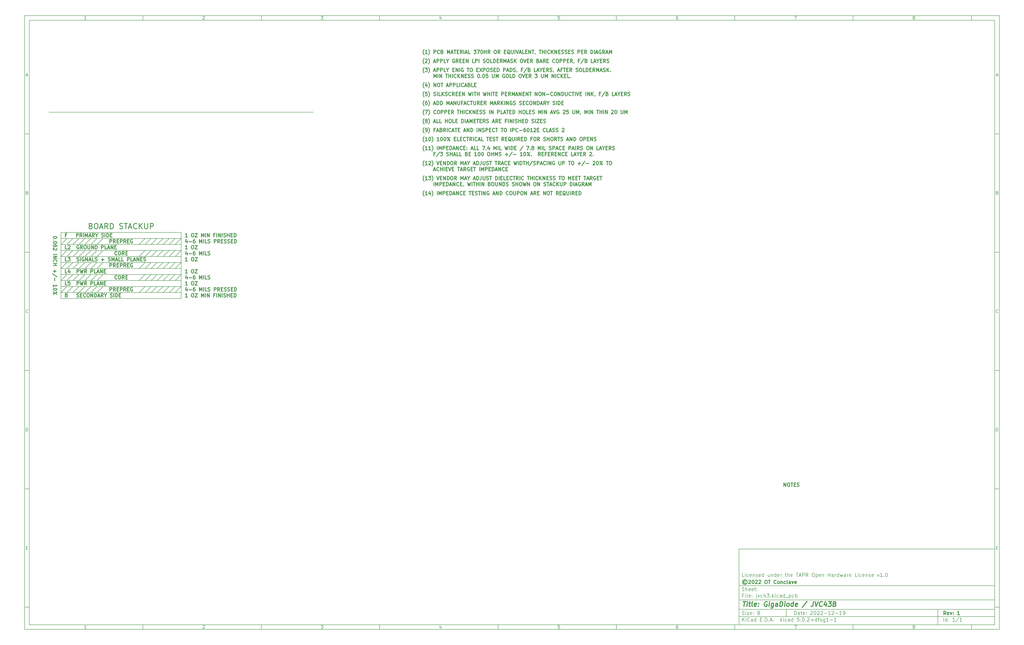
<source format=gbr>
G04 #@! TF.GenerationSoftware,KiCad,Pcbnew,5.0.2+dfsg1-1*
G04 #@! TF.CreationDate,2022-12-19T09:08:40-08:00*
G04 #@! TF.ProjectId,jvc43,6a766334-332e-46b6-9963-61645f706362,1*
G04 #@! TF.SameCoordinates,Original*
G04 #@! TF.FileFunction,Drawing*
%FSLAX46Y46*%
G04 Gerber Fmt 4.6, Leading zero omitted, Abs format (unit mm)*
G04 Created by KiCad (PCBNEW 5.0.2+dfsg1-1) date Mon 19 Dec 2022 09:08:40 AM PST*
%MOMM*%
%LPD*%
G01*
G04 APERTURE LIST*
%ADD10C,0.100000*%
%ADD11C,0.150000*%
%ADD12C,0.300000*%
%ADD13C,0.400000*%
%ADD14C,0.200000*%
G04 APERTURE END LIST*
D10*
D11*
X311800000Y-235400000D02*
X311800000Y-267400000D01*
X419800000Y-267400000D01*
X419800000Y-235400000D01*
X311800000Y-235400000D01*
D10*
D11*
X10000000Y-10000000D02*
X10000000Y-269400000D01*
X421800000Y-269400000D01*
X421800000Y-10000000D01*
X10000000Y-10000000D01*
D10*
D11*
X12000000Y-12000000D02*
X12000000Y-267400000D01*
X419800000Y-267400000D01*
X419800000Y-12000000D01*
X12000000Y-12000000D01*
D10*
D11*
X60000000Y-12000000D02*
X60000000Y-10000000D01*
D10*
D11*
X110000000Y-12000000D02*
X110000000Y-10000000D01*
D10*
D11*
X160000000Y-12000000D02*
X160000000Y-10000000D01*
D10*
D11*
X210000000Y-12000000D02*
X210000000Y-10000000D01*
D10*
D11*
X260000000Y-12000000D02*
X260000000Y-10000000D01*
D10*
D11*
X310000000Y-12000000D02*
X310000000Y-10000000D01*
D10*
D11*
X360000000Y-12000000D02*
X360000000Y-10000000D01*
D10*
D11*
X410000000Y-12000000D02*
X410000000Y-10000000D01*
D10*
D11*
X36065476Y-11588095D02*
X35322619Y-11588095D01*
X35694047Y-11588095D02*
X35694047Y-10288095D01*
X35570238Y-10473809D01*
X35446428Y-10597619D01*
X35322619Y-10659523D01*
D10*
D11*
X85322619Y-10411904D02*
X85384523Y-10350000D01*
X85508333Y-10288095D01*
X85817857Y-10288095D01*
X85941666Y-10350000D01*
X86003571Y-10411904D01*
X86065476Y-10535714D01*
X86065476Y-10659523D01*
X86003571Y-10845238D01*
X85260714Y-11588095D01*
X86065476Y-11588095D01*
D10*
D11*
X135260714Y-10288095D02*
X136065476Y-10288095D01*
X135632142Y-10783333D01*
X135817857Y-10783333D01*
X135941666Y-10845238D01*
X136003571Y-10907142D01*
X136065476Y-11030952D01*
X136065476Y-11340476D01*
X136003571Y-11464285D01*
X135941666Y-11526190D01*
X135817857Y-11588095D01*
X135446428Y-11588095D01*
X135322619Y-11526190D01*
X135260714Y-11464285D01*
D10*
D11*
X185941666Y-10721428D02*
X185941666Y-11588095D01*
X185632142Y-10226190D02*
X185322619Y-11154761D01*
X186127380Y-11154761D01*
D10*
D11*
X236003571Y-10288095D02*
X235384523Y-10288095D01*
X235322619Y-10907142D01*
X235384523Y-10845238D01*
X235508333Y-10783333D01*
X235817857Y-10783333D01*
X235941666Y-10845238D01*
X236003571Y-10907142D01*
X236065476Y-11030952D01*
X236065476Y-11340476D01*
X236003571Y-11464285D01*
X235941666Y-11526190D01*
X235817857Y-11588095D01*
X235508333Y-11588095D01*
X235384523Y-11526190D01*
X235322619Y-11464285D01*
D10*
D11*
X285941666Y-10288095D02*
X285694047Y-10288095D01*
X285570238Y-10350000D01*
X285508333Y-10411904D01*
X285384523Y-10597619D01*
X285322619Y-10845238D01*
X285322619Y-11340476D01*
X285384523Y-11464285D01*
X285446428Y-11526190D01*
X285570238Y-11588095D01*
X285817857Y-11588095D01*
X285941666Y-11526190D01*
X286003571Y-11464285D01*
X286065476Y-11340476D01*
X286065476Y-11030952D01*
X286003571Y-10907142D01*
X285941666Y-10845238D01*
X285817857Y-10783333D01*
X285570238Y-10783333D01*
X285446428Y-10845238D01*
X285384523Y-10907142D01*
X285322619Y-11030952D01*
D10*
D11*
X335260714Y-10288095D02*
X336127380Y-10288095D01*
X335570238Y-11588095D01*
D10*
D11*
X385570238Y-10845238D02*
X385446428Y-10783333D01*
X385384523Y-10721428D01*
X385322619Y-10597619D01*
X385322619Y-10535714D01*
X385384523Y-10411904D01*
X385446428Y-10350000D01*
X385570238Y-10288095D01*
X385817857Y-10288095D01*
X385941666Y-10350000D01*
X386003571Y-10411904D01*
X386065476Y-10535714D01*
X386065476Y-10597619D01*
X386003571Y-10721428D01*
X385941666Y-10783333D01*
X385817857Y-10845238D01*
X385570238Y-10845238D01*
X385446428Y-10907142D01*
X385384523Y-10969047D01*
X385322619Y-11092857D01*
X385322619Y-11340476D01*
X385384523Y-11464285D01*
X385446428Y-11526190D01*
X385570238Y-11588095D01*
X385817857Y-11588095D01*
X385941666Y-11526190D01*
X386003571Y-11464285D01*
X386065476Y-11340476D01*
X386065476Y-11092857D01*
X386003571Y-10969047D01*
X385941666Y-10907142D01*
X385817857Y-10845238D01*
D10*
D11*
X60000000Y-267400000D02*
X60000000Y-269400000D01*
D10*
D11*
X110000000Y-267400000D02*
X110000000Y-269400000D01*
D10*
D11*
X160000000Y-267400000D02*
X160000000Y-269400000D01*
D10*
D11*
X210000000Y-267400000D02*
X210000000Y-269400000D01*
D10*
D11*
X260000000Y-267400000D02*
X260000000Y-269400000D01*
D10*
D11*
X310000000Y-267400000D02*
X310000000Y-269400000D01*
D10*
D11*
X360000000Y-267400000D02*
X360000000Y-269400000D01*
D10*
D11*
X410000000Y-267400000D02*
X410000000Y-269400000D01*
D10*
D11*
X36065476Y-268988095D02*
X35322619Y-268988095D01*
X35694047Y-268988095D02*
X35694047Y-267688095D01*
X35570238Y-267873809D01*
X35446428Y-267997619D01*
X35322619Y-268059523D01*
D10*
D11*
X85322619Y-267811904D02*
X85384523Y-267750000D01*
X85508333Y-267688095D01*
X85817857Y-267688095D01*
X85941666Y-267750000D01*
X86003571Y-267811904D01*
X86065476Y-267935714D01*
X86065476Y-268059523D01*
X86003571Y-268245238D01*
X85260714Y-268988095D01*
X86065476Y-268988095D01*
D10*
D11*
X135260714Y-267688095D02*
X136065476Y-267688095D01*
X135632142Y-268183333D01*
X135817857Y-268183333D01*
X135941666Y-268245238D01*
X136003571Y-268307142D01*
X136065476Y-268430952D01*
X136065476Y-268740476D01*
X136003571Y-268864285D01*
X135941666Y-268926190D01*
X135817857Y-268988095D01*
X135446428Y-268988095D01*
X135322619Y-268926190D01*
X135260714Y-268864285D01*
D10*
D11*
X185941666Y-268121428D02*
X185941666Y-268988095D01*
X185632142Y-267626190D02*
X185322619Y-268554761D01*
X186127380Y-268554761D01*
D10*
D11*
X236003571Y-267688095D02*
X235384523Y-267688095D01*
X235322619Y-268307142D01*
X235384523Y-268245238D01*
X235508333Y-268183333D01*
X235817857Y-268183333D01*
X235941666Y-268245238D01*
X236003571Y-268307142D01*
X236065476Y-268430952D01*
X236065476Y-268740476D01*
X236003571Y-268864285D01*
X235941666Y-268926190D01*
X235817857Y-268988095D01*
X235508333Y-268988095D01*
X235384523Y-268926190D01*
X235322619Y-268864285D01*
D10*
D11*
X285941666Y-267688095D02*
X285694047Y-267688095D01*
X285570238Y-267750000D01*
X285508333Y-267811904D01*
X285384523Y-267997619D01*
X285322619Y-268245238D01*
X285322619Y-268740476D01*
X285384523Y-268864285D01*
X285446428Y-268926190D01*
X285570238Y-268988095D01*
X285817857Y-268988095D01*
X285941666Y-268926190D01*
X286003571Y-268864285D01*
X286065476Y-268740476D01*
X286065476Y-268430952D01*
X286003571Y-268307142D01*
X285941666Y-268245238D01*
X285817857Y-268183333D01*
X285570238Y-268183333D01*
X285446428Y-268245238D01*
X285384523Y-268307142D01*
X285322619Y-268430952D01*
D10*
D11*
X335260714Y-267688095D02*
X336127380Y-267688095D01*
X335570238Y-268988095D01*
D10*
D11*
X385570238Y-268245238D02*
X385446428Y-268183333D01*
X385384523Y-268121428D01*
X385322619Y-267997619D01*
X385322619Y-267935714D01*
X385384523Y-267811904D01*
X385446428Y-267750000D01*
X385570238Y-267688095D01*
X385817857Y-267688095D01*
X385941666Y-267750000D01*
X386003571Y-267811904D01*
X386065476Y-267935714D01*
X386065476Y-267997619D01*
X386003571Y-268121428D01*
X385941666Y-268183333D01*
X385817857Y-268245238D01*
X385570238Y-268245238D01*
X385446428Y-268307142D01*
X385384523Y-268369047D01*
X385322619Y-268492857D01*
X385322619Y-268740476D01*
X385384523Y-268864285D01*
X385446428Y-268926190D01*
X385570238Y-268988095D01*
X385817857Y-268988095D01*
X385941666Y-268926190D01*
X386003571Y-268864285D01*
X386065476Y-268740476D01*
X386065476Y-268492857D01*
X386003571Y-268369047D01*
X385941666Y-268307142D01*
X385817857Y-268245238D01*
D10*
D11*
X10000000Y-60000000D02*
X12000000Y-60000000D01*
D10*
D11*
X10000000Y-110000000D02*
X12000000Y-110000000D01*
D10*
D11*
X10000000Y-160000000D02*
X12000000Y-160000000D01*
D10*
D11*
X10000000Y-210000000D02*
X12000000Y-210000000D01*
D10*
D11*
X10000000Y-260000000D02*
X12000000Y-260000000D01*
D10*
D11*
X10690476Y-35216666D02*
X11309523Y-35216666D01*
X10566666Y-35588095D02*
X11000000Y-34288095D01*
X11433333Y-35588095D01*
D10*
D11*
X11092857Y-84907142D02*
X11278571Y-84969047D01*
X11340476Y-85030952D01*
X11402380Y-85154761D01*
X11402380Y-85340476D01*
X11340476Y-85464285D01*
X11278571Y-85526190D01*
X11154761Y-85588095D01*
X10659523Y-85588095D01*
X10659523Y-84288095D01*
X11092857Y-84288095D01*
X11216666Y-84350000D01*
X11278571Y-84411904D01*
X11340476Y-84535714D01*
X11340476Y-84659523D01*
X11278571Y-84783333D01*
X11216666Y-84845238D01*
X11092857Y-84907142D01*
X10659523Y-84907142D01*
D10*
D11*
X11402380Y-135464285D02*
X11340476Y-135526190D01*
X11154761Y-135588095D01*
X11030952Y-135588095D01*
X10845238Y-135526190D01*
X10721428Y-135402380D01*
X10659523Y-135278571D01*
X10597619Y-135030952D01*
X10597619Y-134845238D01*
X10659523Y-134597619D01*
X10721428Y-134473809D01*
X10845238Y-134350000D01*
X11030952Y-134288095D01*
X11154761Y-134288095D01*
X11340476Y-134350000D01*
X11402380Y-134411904D01*
D10*
D11*
X10659523Y-185588095D02*
X10659523Y-184288095D01*
X10969047Y-184288095D01*
X11154761Y-184350000D01*
X11278571Y-184473809D01*
X11340476Y-184597619D01*
X11402380Y-184845238D01*
X11402380Y-185030952D01*
X11340476Y-185278571D01*
X11278571Y-185402380D01*
X11154761Y-185526190D01*
X10969047Y-185588095D01*
X10659523Y-185588095D01*
D10*
D11*
X10721428Y-234907142D02*
X11154761Y-234907142D01*
X11340476Y-235588095D02*
X10721428Y-235588095D01*
X10721428Y-234288095D01*
X11340476Y-234288095D01*
D10*
D11*
X421800000Y-60000000D02*
X419800000Y-60000000D01*
D10*
D11*
X421800000Y-110000000D02*
X419800000Y-110000000D01*
D10*
D11*
X421800000Y-160000000D02*
X419800000Y-160000000D01*
D10*
D11*
X421800000Y-210000000D02*
X419800000Y-210000000D01*
D10*
D11*
X421800000Y-260000000D02*
X419800000Y-260000000D01*
D10*
D11*
X420490476Y-35216666D02*
X421109523Y-35216666D01*
X420366666Y-35588095D02*
X420800000Y-34288095D01*
X421233333Y-35588095D01*
D10*
D11*
X420892857Y-84907142D02*
X421078571Y-84969047D01*
X421140476Y-85030952D01*
X421202380Y-85154761D01*
X421202380Y-85340476D01*
X421140476Y-85464285D01*
X421078571Y-85526190D01*
X420954761Y-85588095D01*
X420459523Y-85588095D01*
X420459523Y-84288095D01*
X420892857Y-84288095D01*
X421016666Y-84350000D01*
X421078571Y-84411904D01*
X421140476Y-84535714D01*
X421140476Y-84659523D01*
X421078571Y-84783333D01*
X421016666Y-84845238D01*
X420892857Y-84907142D01*
X420459523Y-84907142D01*
D10*
D11*
X421202380Y-135464285D02*
X421140476Y-135526190D01*
X420954761Y-135588095D01*
X420830952Y-135588095D01*
X420645238Y-135526190D01*
X420521428Y-135402380D01*
X420459523Y-135278571D01*
X420397619Y-135030952D01*
X420397619Y-134845238D01*
X420459523Y-134597619D01*
X420521428Y-134473809D01*
X420645238Y-134350000D01*
X420830952Y-134288095D01*
X420954761Y-134288095D01*
X421140476Y-134350000D01*
X421202380Y-134411904D01*
D10*
D11*
X420459523Y-185588095D02*
X420459523Y-184288095D01*
X420769047Y-184288095D01*
X420954761Y-184350000D01*
X421078571Y-184473809D01*
X421140476Y-184597619D01*
X421202380Y-184845238D01*
X421202380Y-185030952D01*
X421140476Y-185278571D01*
X421078571Y-185402380D01*
X420954761Y-185526190D01*
X420769047Y-185588095D01*
X420459523Y-185588095D01*
D10*
D11*
X420521428Y-234907142D02*
X420954761Y-234907142D01*
X421140476Y-235588095D02*
X420521428Y-235588095D01*
X420521428Y-234288095D01*
X421140476Y-234288095D01*
D10*
D11*
X335232142Y-263178571D02*
X335232142Y-261678571D01*
X335589285Y-261678571D01*
X335803571Y-261750000D01*
X335946428Y-261892857D01*
X336017857Y-262035714D01*
X336089285Y-262321428D01*
X336089285Y-262535714D01*
X336017857Y-262821428D01*
X335946428Y-262964285D01*
X335803571Y-263107142D01*
X335589285Y-263178571D01*
X335232142Y-263178571D01*
X337375000Y-263178571D02*
X337375000Y-262392857D01*
X337303571Y-262250000D01*
X337160714Y-262178571D01*
X336875000Y-262178571D01*
X336732142Y-262250000D01*
X337375000Y-263107142D02*
X337232142Y-263178571D01*
X336875000Y-263178571D01*
X336732142Y-263107142D01*
X336660714Y-262964285D01*
X336660714Y-262821428D01*
X336732142Y-262678571D01*
X336875000Y-262607142D01*
X337232142Y-262607142D01*
X337375000Y-262535714D01*
X337875000Y-262178571D02*
X338446428Y-262178571D01*
X338089285Y-261678571D02*
X338089285Y-262964285D01*
X338160714Y-263107142D01*
X338303571Y-263178571D01*
X338446428Y-263178571D01*
X339517857Y-263107142D02*
X339375000Y-263178571D01*
X339089285Y-263178571D01*
X338946428Y-263107142D01*
X338875000Y-262964285D01*
X338875000Y-262392857D01*
X338946428Y-262250000D01*
X339089285Y-262178571D01*
X339375000Y-262178571D01*
X339517857Y-262250000D01*
X339589285Y-262392857D01*
X339589285Y-262535714D01*
X338875000Y-262678571D01*
X340232142Y-263035714D02*
X340303571Y-263107142D01*
X340232142Y-263178571D01*
X340160714Y-263107142D01*
X340232142Y-263035714D01*
X340232142Y-263178571D01*
X340232142Y-262250000D02*
X340303571Y-262321428D01*
X340232142Y-262392857D01*
X340160714Y-262321428D01*
X340232142Y-262250000D01*
X340232142Y-262392857D01*
X342017857Y-261821428D02*
X342089285Y-261750000D01*
X342232142Y-261678571D01*
X342589285Y-261678571D01*
X342732142Y-261750000D01*
X342803571Y-261821428D01*
X342875000Y-261964285D01*
X342875000Y-262107142D01*
X342803571Y-262321428D01*
X341946428Y-263178571D01*
X342875000Y-263178571D01*
X343803571Y-261678571D02*
X343946428Y-261678571D01*
X344089285Y-261750000D01*
X344160714Y-261821428D01*
X344232142Y-261964285D01*
X344303571Y-262250000D01*
X344303571Y-262607142D01*
X344232142Y-262892857D01*
X344160714Y-263035714D01*
X344089285Y-263107142D01*
X343946428Y-263178571D01*
X343803571Y-263178571D01*
X343660714Y-263107142D01*
X343589285Y-263035714D01*
X343517857Y-262892857D01*
X343446428Y-262607142D01*
X343446428Y-262250000D01*
X343517857Y-261964285D01*
X343589285Y-261821428D01*
X343660714Y-261750000D01*
X343803571Y-261678571D01*
X344875000Y-261821428D02*
X344946428Y-261750000D01*
X345089285Y-261678571D01*
X345446428Y-261678571D01*
X345589285Y-261750000D01*
X345660714Y-261821428D01*
X345732142Y-261964285D01*
X345732142Y-262107142D01*
X345660714Y-262321428D01*
X344803571Y-263178571D01*
X345732142Y-263178571D01*
X346303571Y-261821428D02*
X346375000Y-261750000D01*
X346517857Y-261678571D01*
X346875000Y-261678571D01*
X347017857Y-261750000D01*
X347089285Y-261821428D01*
X347160714Y-261964285D01*
X347160714Y-262107142D01*
X347089285Y-262321428D01*
X346232142Y-263178571D01*
X347160714Y-263178571D01*
X347803571Y-262607142D02*
X348946428Y-262607142D01*
X350446428Y-263178571D02*
X349589285Y-263178571D01*
X350017857Y-263178571D02*
X350017857Y-261678571D01*
X349875000Y-261892857D01*
X349732142Y-262035714D01*
X349589285Y-262107142D01*
X351017857Y-261821428D02*
X351089285Y-261750000D01*
X351232142Y-261678571D01*
X351589285Y-261678571D01*
X351732142Y-261750000D01*
X351803571Y-261821428D01*
X351875000Y-261964285D01*
X351875000Y-262107142D01*
X351803571Y-262321428D01*
X350946428Y-263178571D01*
X351875000Y-263178571D01*
X352517857Y-262607142D02*
X353660714Y-262607142D01*
X355160714Y-263178571D02*
X354303571Y-263178571D01*
X354732142Y-263178571D02*
X354732142Y-261678571D01*
X354589285Y-261892857D01*
X354446428Y-262035714D01*
X354303571Y-262107142D01*
X355875000Y-263178571D02*
X356160714Y-263178571D01*
X356303571Y-263107142D01*
X356375000Y-263035714D01*
X356517857Y-262821428D01*
X356589285Y-262535714D01*
X356589285Y-261964285D01*
X356517857Y-261821428D01*
X356446428Y-261750000D01*
X356303571Y-261678571D01*
X356017857Y-261678571D01*
X355875000Y-261750000D01*
X355803571Y-261821428D01*
X355732142Y-261964285D01*
X355732142Y-262321428D01*
X355803571Y-262464285D01*
X355875000Y-262535714D01*
X356017857Y-262607142D01*
X356303571Y-262607142D01*
X356446428Y-262535714D01*
X356517857Y-262464285D01*
X356589285Y-262321428D01*
D10*
D11*
X311800000Y-263900000D02*
X419800000Y-263900000D01*
D10*
D11*
X313232142Y-265978571D02*
X313232142Y-264478571D01*
X314089285Y-265978571D02*
X313446428Y-265121428D01*
X314089285Y-264478571D02*
X313232142Y-265335714D01*
X314732142Y-265978571D02*
X314732142Y-264978571D01*
X314732142Y-264478571D02*
X314660714Y-264550000D01*
X314732142Y-264621428D01*
X314803571Y-264550000D01*
X314732142Y-264478571D01*
X314732142Y-264621428D01*
X316303571Y-265835714D02*
X316232142Y-265907142D01*
X316017857Y-265978571D01*
X315875000Y-265978571D01*
X315660714Y-265907142D01*
X315517857Y-265764285D01*
X315446428Y-265621428D01*
X315375000Y-265335714D01*
X315375000Y-265121428D01*
X315446428Y-264835714D01*
X315517857Y-264692857D01*
X315660714Y-264550000D01*
X315875000Y-264478571D01*
X316017857Y-264478571D01*
X316232142Y-264550000D01*
X316303571Y-264621428D01*
X317589285Y-265978571D02*
X317589285Y-265192857D01*
X317517857Y-265050000D01*
X317375000Y-264978571D01*
X317089285Y-264978571D01*
X316946428Y-265050000D01*
X317589285Y-265907142D02*
X317446428Y-265978571D01*
X317089285Y-265978571D01*
X316946428Y-265907142D01*
X316875000Y-265764285D01*
X316875000Y-265621428D01*
X316946428Y-265478571D01*
X317089285Y-265407142D01*
X317446428Y-265407142D01*
X317589285Y-265335714D01*
X318946428Y-265978571D02*
X318946428Y-264478571D01*
X318946428Y-265907142D02*
X318803571Y-265978571D01*
X318517857Y-265978571D01*
X318375000Y-265907142D01*
X318303571Y-265835714D01*
X318232142Y-265692857D01*
X318232142Y-265264285D01*
X318303571Y-265121428D01*
X318375000Y-265050000D01*
X318517857Y-264978571D01*
X318803571Y-264978571D01*
X318946428Y-265050000D01*
X320803571Y-265192857D02*
X321303571Y-265192857D01*
X321517857Y-265978571D02*
X320803571Y-265978571D01*
X320803571Y-264478571D01*
X321517857Y-264478571D01*
X322160714Y-265835714D02*
X322232142Y-265907142D01*
X322160714Y-265978571D01*
X322089285Y-265907142D01*
X322160714Y-265835714D01*
X322160714Y-265978571D01*
X322875000Y-265978571D02*
X322875000Y-264478571D01*
X323232142Y-264478571D01*
X323446428Y-264550000D01*
X323589285Y-264692857D01*
X323660714Y-264835714D01*
X323732142Y-265121428D01*
X323732142Y-265335714D01*
X323660714Y-265621428D01*
X323589285Y-265764285D01*
X323446428Y-265907142D01*
X323232142Y-265978571D01*
X322875000Y-265978571D01*
X324375000Y-265835714D02*
X324446428Y-265907142D01*
X324375000Y-265978571D01*
X324303571Y-265907142D01*
X324375000Y-265835714D01*
X324375000Y-265978571D01*
X325017857Y-265550000D02*
X325732142Y-265550000D01*
X324875000Y-265978571D02*
X325375000Y-264478571D01*
X325875000Y-265978571D01*
X326375000Y-265835714D02*
X326446428Y-265907142D01*
X326375000Y-265978571D01*
X326303571Y-265907142D01*
X326375000Y-265835714D01*
X326375000Y-265978571D01*
X329375000Y-265978571D02*
X329375000Y-264478571D01*
X329517857Y-265407142D02*
X329946428Y-265978571D01*
X329946428Y-264978571D02*
X329375000Y-265550000D01*
X330589285Y-265978571D02*
X330589285Y-264978571D01*
X330589285Y-264478571D02*
X330517857Y-264550000D01*
X330589285Y-264621428D01*
X330660714Y-264550000D01*
X330589285Y-264478571D01*
X330589285Y-264621428D01*
X331946428Y-265907142D02*
X331803571Y-265978571D01*
X331517857Y-265978571D01*
X331375000Y-265907142D01*
X331303571Y-265835714D01*
X331232142Y-265692857D01*
X331232142Y-265264285D01*
X331303571Y-265121428D01*
X331375000Y-265050000D01*
X331517857Y-264978571D01*
X331803571Y-264978571D01*
X331946428Y-265050000D01*
X333232142Y-265978571D02*
X333232142Y-265192857D01*
X333160714Y-265050000D01*
X333017857Y-264978571D01*
X332732142Y-264978571D01*
X332589285Y-265050000D01*
X333232142Y-265907142D02*
X333089285Y-265978571D01*
X332732142Y-265978571D01*
X332589285Y-265907142D01*
X332517857Y-265764285D01*
X332517857Y-265621428D01*
X332589285Y-265478571D01*
X332732142Y-265407142D01*
X333089285Y-265407142D01*
X333232142Y-265335714D01*
X334589285Y-265978571D02*
X334589285Y-264478571D01*
X334589285Y-265907142D02*
X334446428Y-265978571D01*
X334160714Y-265978571D01*
X334017857Y-265907142D01*
X333946428Y-265835714D01*
X333875000Y-265692857D01*
X333875000Y-265264285D01*
X333946428Y-265121428D01*
X334017857Y-265050000D01*
X334160714Y-264978571D01*
X334446428Y-264978571D01*
X334589285Y-265050000D01*
X337160714Y-264478571D02*
X336446428Y-264478571D01*
X336375000Y-265192857D01*
X336446428Y-265121428D01*
X336589285Y-265050000D01*
X336946428Y-265050000D01*
X337089285Y-265121428D01*
X337160714Y-265192857D01*
X337232142Y-265335714D01*
X337232142Y-265692857D01*
X337160714Y-265835714D01*
X337089285Y-265907142D01*
X336946428Y-265978571D01*
X336589285Y-265978571D01*
X336446428Y-265907142D01*
X336375000Y-265835714D01*
X337875000Y-265835714D02*
X337946428Y-265907142D01*
X337875000Y-265978571D01*
X337803571Y-265907142D01*
X337875000Y-265835714D01*
X337875000Y-265978571D01*
X338875000Y-264478571D02*
X339017857Y-264478571D01*
X339160714Y-264550000D01*
X339232142Y-264621428D01*
X339303571Y-264764285D01*
X339375000Y-265050000D01*
X339375000Y-265407142D01*
X339303571Y-265692857D01*
X339232142Y-265835714D01*
X339160714Y-265907142D01*
X339017857Y-265978571D01*
X338875000Y-265978571D01*
X338732142Y-265907142D01*
X338660714Y-265835714D01*
X338589285Y-265692857D01*
X338517857Y-265407142D01*
X338517857Y-265050000D01*
X338589285Y-264764285D01*
X338660714Y-264621428D01*
X338732142Y-264550000D01*
X338875000Y-264478571D01*
X340017857Y-265835714D02*
X340089285Y-265907142D01*
X340017857Y-265978571D01*
X339946428Y-265907142D01*
X340017857Y-265835714D01*
X340017857Y-265978571D01*
X340660714Y-264621428D02*
X340732142Y-264550000D01*
X340875000Y-264478571D01*
X341232142Y-264478571D01*
X341375000Y-264550000D01*
X341446428Y-264621428D01*
X341517857Y-264764285D01*
X341517857Y-264907142D01*
X341446428Y-265121428D01*
X340589285Y-265978571D01*
X341517857Y-265978571D01*
X342160714Y-265407142D02*
X343303571Y-265407142D01*
X342732142Y-265978571D02*
X342732142Y-264835714D01*
X344660714Y-265978571D02*
X344660714Y-264478571D01*
X344660714Y-265907142D02*
X344517857Y-265978571D01*
X344232142Y-265978571D01*
X344089285Y-265907142D01*
X344017857Y-265835714D01*
X343946428Y-265692857D01*
X343946428Y-265264285D01*
X344017857Y-265121428D01*
X344089285Y-265050000D01*
X344232142Y-264978571D01*
X344517857Y-264978571D01*
X344660714Y-265050000D01*
X345160714Y-264978571D02*
X345732142Y-264978571D01*
X345375000Y-265978571D02*
X345375000Y-264692857D01*
X345446428Y-264550000D01*
X345589285Y-264478571D01*
X345732142Y-264478571D01*
X346160714Y-265907142D02*
X346303571Y-265978571D01*
X346589285Y-265978571D01*
X346732142Y-265907142D01*
X346803571Y-265764285D01*
X346803571Y-265692857D01*
X346732142Y-265550000D01*
X346589285Y-265478571D01*
X346375000Y-265478571D01*
X346232142Y-265407142D01*
X346160714Y-265264285D01*
X346160714Y-265192857D01*
X346232142Y-265050000D01*
X346375000Y-264978571D01*
X346589285Y-264978571D01*
X346732142Y-265050000D01*
X348089285Y-264978571D02*
X348089285Y-266192857D01*
X348017857Y-266335714D01*
X347946428Y-266407142D01*
X347803571Y-266478571D01*
X347589285Y-266478571D01*
X347446428Y-266407142D01*
X348089285Y-265907142D02*
X347946428Y-265978571D01*
X347660714Y-265978571D01*
X347517857Y-265907142D01*
X347446428Y-265835714D01*
X347375000Y-265692857D01*
X347375000Y-265264285D01*
X347446428Y-265121428D01*
X347517857Y-265050000D01*
X347660714Y-264978571D01*
X347946428Y-264978571D01*
X348089285Y-265050000D01*
X349589285Y-265978571D02*
X348732142Y-265978571D01*
X349160714Y-265978571D02*
X349160714Y-264478571D01*
X349017857Y-264692857D01*
X348875000Y-264835714D01*
X348732142Y-264907142D01*
X350232142Y-265407142D02*
X351375000Y-265407142D01*
X352875000Y-265978571D02*
X352017857Y-265978571D01*
X352446428Y-265978571D02*
X352446428Y-264478571D01*
X352303571Y-264692857D01*
X352160714Y-264835714D01*
X352017857Y-264907142D01*
D10*
D11*
X311800000Y-260900000D02*
X419800000Y-260900000D01*
D10*
D12*
X399209285Y-263178571D02*
X398709285Y-262464285D01*
X398352142Y-263178571D02*
X398352142Y-261678571D01*
X398923571Y-261678571D01*
X399066428Y-261750000D01*
X399137857Y-261821428D01*
X399209285Y-261964285D01*
X399209285Y-262178571D01*
X399137857Y-262321428D01*
X399066428Y-262392857D01*
X398923571Y-262464285D01*
X398352142Y-262464285D01*
X400423571Y-263107142D02*
X400280714Y-263178571D01*
X399995000Y-263178571D01*
X399852142Y-263107142D01*
X399780714Y-262964285D01*
X399780714Y-262392857D01*
X399852142Y-262250000D01*
X399995000Y-262178571D01*
X400280714Y-262178571D01*
X400423571Y-262250000D01*
X400495000Y-262392857D01*
X400495000Y-262535714D01*
X399780714Y-262678571D01*
X400995000Y-262178571D02*
X401352142Y-263178571D01*
X401709285Y-262178571D01*
X402280714Y-263035714D02*
X402352142Y-263107142D01*
X402280714Y-263178571D01*
X402209285Y-263107142D01*
X402280714Y-263035714D01*
X402280714Y-263178571D01*
X402280714Y-262250000D02*
X402352142Y-262321428D01*
X402280714Y-262392857D01*
X402209285Y-262321428D01*
X402280714Y-262250000D01*
X402280714Y-262392857D01*
X404923571Y-263178571D02*
X404066428Y-263178571D01*
X404495000Y-263178571D02*
X404495000Y-261678571D01*
X404352142Y-261892857D01*
X404209285Y-262035714D01*
X404066428Y-262107142D01*
D10*
D11*
X313160714Y-263107142D02*
X313375000Y-263178571D01*
X313732142Y-263178571D01*
X313875000Y-263107142D01*
X313946428Y-263035714D01*
X314017857Y-262892857D01*
X314017857Y-262750000D01*
X313946428Y-262607142D01*
X313875000Y-262535714D01*
X313732142Y-262464285D01*
X313446428Y-262392857D01*
X313303571Y-262321428D01*
X313232142Y-262250000D01*
X313160714Y-262107142D01*
X313160714Y-261964285D01*
X313232142Y-261821428D01*
X313303571Y-261750000D01*
X313446428Y-261678571D01*
X313803571Y-261678571D01*
X314017857Y-261750000D01*
X314660714Y-263178571D02*
X314660714Y-262178571D01*
X314660714Y-261678571D02*
X314589285Y-261750000D01*
X314660714Y-261821428D01*
X314732142Y-261750000D01*
X314660714Y-261678571D01*
X314660714Y-261821428D01*
X315232142Y-262178571D02*
X316017857Y-262178571D01*
X315232142Y-263178571D01*
X316017857Y-263178571D01*
X317160714Y-263107142D02*
X317017857Y-263178571D01*
X316732142Y-263178571D01*
X316589285Y-263107142D01*
X316517857Y-262964285D01*
X316517857Y-262392857D01*
X316589285Y-262250000D01*
X316732142Y-262178571D01*
X317017857Y-262178571D01*
X317160714Y-262250000D01*
X317232142Y-262392857D01*
X317232142Y-262535714D01*
X316517857Y-262678571D01*
X317875000Y-263035714D02*
X317946428Y-263107142D01*
X317875000Y-263178571D01*
X317803571Y-263107142D01*
X317875000Y-263035714D01*
X317875000Y-263178571D01*
X317875000Y-262250000D02*
X317946428Y-262321428D01*
X317875000Y-262392857D01*
X317803571Y-262321428D01*
X317875000Y-262250000D01*
X317875000Y-262392857D01*
X320232142Y-262392857D02*
X320446428Y-262464285D01*
X320517857Y-262535714D01*
X320589285Y-262678571D01*
X320589285Y-262892857D01*
X320517857Y-263035714D01*
X320446428Y-263107142D01*
X320303571Y-263178571D01*
X319732142Y-263178571D01*
X319732142Y-261678571D01*
X320232142Y-261678571D01*
X320375000Y-261750000D01*
X320446428Y-261821428D01*
X320517857Y-261964285D01*
X320517857Y-262107142D01*
X320446428Y-262250000D01*
X320375000Y-262321428D01*
X320232142Y-262392857D01*
X319732142Y-262392857D01*
D10*
D11*
X398232142Y-265978571D02*
X398232142Y-264478571D01*
X399589285Y-265978571D02*
X399589285Y-264478571D01*
X399589285Y-265907142D02*
X399446428Y-265978571D01*
X399160714Y-265978571D01*
X399017857Y-265907142D01*
X398946428Y-265835714D01*
X398875000Y-265692857D01*
X398875000Y-265264285D01*
X398946428Y-265121428D01*
X399017857Y-265050000D01*
X399160714Y-264978571D01*
X399446428Y-264978571D01*
X399589285Y-265050000D01*
X400303571Y-265835714D02*
X400375000Y-265907142D01*
X400303571Y-265978571D01*
X400232142Y-265907142D01*
X400303571Y-265835714D01*
X400303571Y-265978571D01*
X400303571Y-265050000D02*
X400375000Y-265121428D01*
X400303571Y-265192857D01*
X400232142Y-265121428D01*
X400303571Y-265050000D01*
X400303571Y-265192857D01*
X402946428Y-265978571D02*
X402089285Y-265978571D01*
X402517857Y-265978571D02*
X402517857Y-264478571D01*
X402375000Y-264692857D01*
X402232142Y-264835714D01*
X402089285Y-264907142D01*
X404660714Y-264407142D02*
X403375000Y-266335714D01*
X405946428Y-265978571D02*
X405089285Y-265978571D01*
X405517857Y-265978571D02*
X405517857Y-264478571D01*
X405375000Y-264692857D01*
X405232142Y-264835714D01*
X405089285Y-264907142D01*
D10*
D11*
X311800000Y-256900000D02*
X419800000Y-256900000D01*
D10*
D13*
X313512380Y-257604761D02*
X314655238Y-257604761D01*
X313833809Y-259604761D02*
X314083809Y-257604761D01*
X315071904Y-259604761D02*
X315238571Y-258271428D01*
X315321904Y-257604761D02*
X315214761Y-257700000D01*
X315298095Y-257795238D01*
X315405238Y-257700000D01*
X315321904Y-257604761D01*
X315298095Y-257795238D01*
X315905238Y-258271428D02*
X316667142Y-258271428D01*
X316274285Y-257604761D02*
X316060000Y-259319047D01*
X316131428Y-259509523D01*
X316310000Y-259604761D01*
X316500476Y-259604761D01*
X317452857Y-259604761D02*
X317274285Y-259509523D01*
X317202857Y-259319047D01*
X317417142Y-257604761D01*
X318988571Y-259509523D02*
X318786190Y-259604761D01*
X318405238Y-259604761D01*
X318226666Y-259509523D01*
X318155238Y-259319047D01*
X318250476Y-258557142D01*
X318369523Y-258366666D01*
X318571904Y-258271428D01*
X318952857Y-258271428D01*
X319131428Y-258366666D01*
X319202857Y-258557142D01*
X319179047Y-258747619D01*
X318202857Y-258938095D01*
X319952857Y-259414285D02*
X320036190Y-259509523D01*
X319929047Y-259604761D01*
X319845714Y-259509523D01*
X319952857Y-259414285D01*
X319929047Y-259604761D01*
X320083809Y-258366666D02*
X320167142Y-258461904D01*
X320060000Y-258557142D01*
X319976666Y-258461904D01*
X320083809Y-258366666D01*
X320060000Y-258557142D01*
X323690952Y-257700000D02*
X323512380Y-257604761D01*
X323226666Y-257604761D01*
X322929047Y-257700000D01*
X322714761Y-257890476D01*
X322595714Y-258080952D01*
X322452857Y-258461904D01*
X322417142Y-258747619D01*
X322464761Y-259128571D01*
X322536190Y-259319047D01*
X322702857Y-259509523D01*
X322976666Y-259604761D01*
X323167142Y-259604761D01*
X323464761Y-259509523D01*
X323571904Y-259414285D01*
X323655238Y-258747619D01*
X323274285Y-258747619D01*
X324405238Y-259604761D02*
X324571904Y-258271428D01*
X324655238Y-257604761D02*
X324548095Y-257700000D01*
X324631428Y-257795238D01*
X324738571Y-257700000D01*
X324655238Y-257604761D01*
X324631428Y-257795238D01*
X326381428Y-258271428D02*
X326179047Y-259890476D01*
X326060000Y-260080952D01*
X325952857Y-260176190D01*
X325750476Y-260271428D01*
X325464761Y-260271428D01*
X325286190Y-260176190D01*
X326226666Y-259509523D02*
X326024285Y-259604761D01*
X325643333Y-259604761D01*
X325464761Y-259509523D01*
X325381428Y-259414285D01*
X325310000Y-259223809D01*
X325381428Y-258652380D01*
X325500476Y-258461904D01*
X325607619Y-258366666D01*
X325810000Y-258271428D01*
X326190952Y-258271428D01*
X326369523Y-258366666D01*
X328024285Y-259604761D02*
X328155238Y-258557142D01*
X328083809Y-258366666D01*
X327905238Y-258271428D01*
X327524285Y-258271428D01*
X327321904Y-258366666D01*
X328036190Y-259509523D02*
X327833809Y-259604761D01*
X327357619Y-259604761D01*
X327179047Y-259509523D01*
X327107619Y-259319047D01*
X327131428Y-259128571D01*
X327250476Y-258938095D01*
X327452857Y-258842857D01*
X327929047Y-258842857D01*
X328131428Y-258747619D01*
X328976666Y-259604761D02*
X329226666Y-257604761D01*
X329702857Y-257604761D01*
X329976666Y-257700000D01*
X330143333Y-257890476D01*
X330214761Y-258080952D01*
X330262380Y-258461904D01*
X330226666Y-258747619D01*
X330083809Y-259128571D01*
X329964761Y-259319047D01*
X329750476Y-259509523D01*
X329452857Y-259604761D01*
X328976666Y-259604761D01*
X330976666Y-259604761D02*
X331143333Y-258271428D01*
X331226666Y-257604761D02*
X331119523Y-257700000D01*
X331202857Y-257795238D01*
X331310000Y-257700000D01*
X331226666Y-257604761D01*
X331202857Y-257795238D01*
X332214761Y-259604761D02*
X332036190Y-259509523D01*
X331952857Y-259414285D01*
X331881428Y-259223809D01*
X331952857Y-258652380D01*
X332071904Y-258461904D01*
X332179047Y-258366666D01*
X332381428Y-258271428D01*
X332667142Y-258271428D01*
X332845714Y-258366666D01*
X332929047Y-258461904D01*
X333000476Y-258652380D01*
X332929047Y-259223809D01*
X332810000Y-259414285D01*
X332702857Y-259509523D01*
X332500476Y-259604761D01*
X332214761Y-259604761D01*
X334595714Y-259604761D02*
X334845714Y-257604761D01*
X334607619Y-259509523D02*
X334405238Y-259604761D01*
X334024285Y-259604761D01*
X333845714Y-259509523D01*
X333762380Y-259414285D01*
X333690952Y-259223809D01*
X333762380Y-258652380D01*
X333881428Y-258461904D01*
X333988571Y-258366666D01*
X334190952Y-258271428D01*
X334571904Y-258271428D01*
X334750476Y-258366666D01*
X336321904Y-259509523D02*
X336119523Y-259604761D01*
X335738571Y-259604761D01*
X335560000Y-259509523D01*
X335488571Y-259319047D01*
X335583809Y-258557142D01*
X335702857Y-258366666D01*
X335905238Y-258271428D01*
X336286190Y-258271428D01*
X336464761Y-258366666D01*
X336536190Y-258557142D01*
X336512380Y-258747619D01*
X335536190Y-258938095D01*
X340476666Y-257509523D02*
X338440952Y-260080952D01*
X343226666Y-257604761D02*
X343048095Y-259033333D01*
X342917142Y-259319047D01*
X342702857Y-259509523D01*
X342405238Y-259604761D01*
X342214761Y-259604761D01*
X343893333Y-257604761D02*
X344310000Y-259604761D01*
X345226666Y-257604761D01*
X346810000Y-259414285D02*
X346702857Y-259509523D01*
X346405238Y-259604761D01*
X346214761Y-259604761D01*
X345940952Y-259509523D01*
X345774285Y-259319047D01*
X345702857Y-259128571D01*
X345655238Y-258747619D01*
X345690952Y-258461904D01*
X345833809Y-258080952D01*
X345952857Y-257890476D01*
X346167142Y-257700000D01*
X346464761Y-257604761D01*
X346655238Y-257604761D01*
X346929047Y-257700000D01*
X347012380Y-257795238D01*
X348667142Y-258271428D02*
X348500476Y-259604761D01*
X348286190Y-257509523D02*
X347631428Y-258938095D01*
X348869523Y-258938095D01*
X349607619Y-257604761D02*
X350845714Y-257604761D01*
X350083809Y-258366666D01*
X350369523Y-258366666D01*
X350548095Y-258461904D01*
X350631428Y-258557142D01*
X350702857Y-258747619D01*
X350643333Y-259223809D01*
X350524285Y-259414285D01*
X350417142Y-259509523D01*
X350214761Y-259604761D01*
X349643333Y-259604761D01*
X349464761Y-259509523D01*
X349381428Y-259414285D01*
X352250476Y-258557142D02*
X352524285Y-258652380D01*
X352607619Y-258747619D01*
X352679047Y-258938095D01*
X352643333Y-259223809D01*
X352524285Y-259414285D01*
X352417142Y-259509523D01*
X352214761Y-259604761D01*
X351452857Y-259604761D01*
X351702857Y-257604761D01*
X352369523Y-257604761D01*
X352548095Y-257700000D01*
X352631428Y-257795238D01*
X352702857Y-257985714D01*
X352679047Y-258176190D01*
X352560000Y-258366666D01*
X352452857Y-258461904D01*
X352250476Y-258557142D01*
X351583809Y-258557142D01*
D10*
D11*
X313732142Y-254992857D02*
X313232142Y-254992857D01*
X313232142Y-255778571D02*
X313232142Y-254278571D01*
X313946428Y-254278571D01*
X314517857Y-255778571D02*
X314517857Y-254778571D01*
X314517857Y-254278571D02*
X314446428Y-254350000D01*
X314517857Y-254421428D01*
X314589285Y-254350000D01*
X314517857Y-254278571D01*
X314517857Y-254421428D01*
X315446428Y-255778571D02*
X315303571Y-255707142D01*
X315232142Y-255564285D01*
X315232142Y-254278571D01*
X316589285Y-255707142D02*
X316446428Y-255778571D01*
X316160714Y-255778571D01*
X316017857Y-255707142D01*
X315946428Y-255564285D01*
X315946428Y-254992857D01*
X316017857Y-254850000D01*
X316160714Y-254778571D01*
X316446428Y-254778571D01*
X316589285Y-254850000D01*
X316660714Y-254992857D01*
X316660714Y-255135714D01*
X315946428Y-255278571D01*
X317303571Y-255635714D02*
X317375000Y-255707142D01*
X317303571Y-255778571D01*
X317232142Y-255707142D01*
X317303571Y-255635714D01*
X317303571Y-255778571D01*
X317303571Y-254850000D02*
X317375000Y-254921428D01*
X317303571Y-254992857D01*
X317232142Y-254921428D01*
X317303571Y-254850000D01*
X317303571Y-254992857D01*
X319160714Y-254778571D02*
X319160714Y-256064285D01*
X319089285Y-256207142D01*
X318946428Y-256278571D01*
X318875000Y-256278571D01*
X319160714Y-254278571D02*
X319089285Y-254350000D01*
X319160714Y-254421428D01*
X319232142Y-254350000D01*
X319160714Y-254278571D01*
X319160714Y-254421428D01*
X319732142Y-254778571D02*
X320089285Y-255778571D01*
X320446428Y-254778571D01*
X321660714Y-255707142D02*
X321517857Y-255778571D01*
X321232142Y-255778571D01*
X321089285Y-255707142D01*
X321017857Y-255635714D01*
X320946428Y-255492857D01*
X320946428Y-255064285D01*
X321017857Y-254921428D01*
X321089285Y-254850000D01*
X321232142Y-254778571D01*
X321517857Y-254778571D01*
X321660714Y-254850000D01*
X322946428Y-254778571D02*
X322946428Y-255778571D01*
X322589285Y-254207142D02*
X322232142Y-255278571D01*
X323160714Y-255278571D01*
X323589285Y-254278571D02*
X324517857Y-254278571D01*
X324017857Y-254850000D01*
X324232142Y-254850000D01*
X324375000Y-254921428D01*
X324446428Y-254992857D01*
X324517857Y-255135714D01*
X324517857Y-255492857D01*
X324446428Y-255635714D01*
X324375000Y-255707142D01*
X324232142Y-255778571D01*
X323803571Y-255778571D01*
X323660714Y-255707142D01*
X323589285Y-255635714D01*
X325160714Y-255635714D02*
X325232142Y-255707142D01*
X325160714Y-255778571D01*
X325089285Y-255707142D01*
X325160714Y-255635714D01*
X325160714Y-255778571D01*
X325875000Y-255778571D02*
X325875000Y-254278571D01*
X326017857Y-255207142D02*
X326446428Y-255778571D01*
X326446428Y-254778571D02*
X325875000Y-255350000D01*
X327089285Y-255778571D02*
X327089285Y-254778571D01*
X327089285Y-254278571D02*
X327017857Y-254350000D01*
X327089285Y-254421428D01*
X327160714Y-254350000D01*
X327089285Y-254278571D01*
X327089285Y-254421428D01*
X328446428Y-255707142D02*
X328303571Y-255778571D01*
X328017857Y-255778571D01*
X327875000Y-255707142D01*
X327803571Y-255635714D01*
X327732142Y-255492857D01*
X327732142Y-255064285D01*
X327803571Y-254921428D01*
X327875000Y-254850000D01*
X328017857Y-254778571D01*
X328303571Y-254778571D01*
X328446428Y-254850000D01*
X329732142Y-255778571D02*
X329732142Y-254992857D01*
X329660714Y-254850000D01*
X329517857Y-254778571D01*
X329232142Y-254778571D01*
X329089285Y-254850000D01*
X329732142Y-255707142D02*
X329589285Y-255778571D01*
X329232142Y-255778571D01*
X329089285Y-255707142D01*
X329017857Y-255564285D01*
X329017857Y-255421428D01*
X329089285Y-255278571D01*
X329232142Y-255207142D01*
X329589285Y-255207142D01*
X329732142Y-255135714D01*
X331089285Y-255778571D02*
X331089285Y-254278571D01*
X331089285Y-255707142D02*
X330946428Y-255778571D01*
X330660714Y-255778571D01*
X330517857Y-255707142D01*
X330446428Y-255635714D01*
X330375000Y-255492857D01*
X330375000Y-255064285D01*
X330446428Y-254921428D01*
X330517857Y-254850000D01*
X330660714Y-254778571D01*
X330946428Y-254778571D01*
X331089285Y-254850000D01*
X331446428Y-255921428D02*
X332589285Y-255921428D01*
X332946428Y-254778571D02*
X332946428Y-256278571D01*
X332946428Y-254850000D02*
X333089285Y-254778571D01*
X333375000Y-254778571D01*
X333517857Y-254850000D01*
X333589285Y-254921428D01*
X333660714Y-255064285D01*
X333660714Y-255492857D01*
X333589285Y-255635714D01*
X333517857Y-255707142D01*
X333375000Y-255778571D01*
X333089285Y-255778571D01*
X332946428Y-255707142D01*
X334946428Y-255707142D02*
X334803571Y-255778571D01*
X334517857Y-255778571D01*
X334375000Y-255707142D01*
X334303571Y-255635714D01*
X334232142Y-255492857D01*
X334232142Y-255064285D01*
X334303571Y-254921428D01*
X334375000Y-254850000D01*
X334517857Y-254778571D01*
X334803571Y-254778571D01*
X334946428Y-254850000D01*
X335589285Y-255778571D02*
X335589285Y-254278571D01*
X335589285Y-254850000D02*
X335732142Y-254778571D01*
X336017857Y-254778571D01*
X336160714Y-254850000D01*
X336232142Y-254921428D01*
X336303571Y-255064285D01*
X336303571Y-255492857D01*
X336232142Y-255635714D01*
X336160714Y-255707142D01*
X336017857Y-255778571D01*
X335732142Y-255778571D01*
X335589285Y-255707142D01*
D10*
D11*
X311800000Y-250900000D02*
X419800000Y-250900000D01*
D10*
D11*
X313160714Y-253007142D02*
X313375000Y-253078571D01*
X313732142Y-253078571D01*
X313875000Y-253007142D01*
X313946428Y-252935714D01*
X314017857Y-252792857D01*
X314017857Y-252650000D01*
X313946428Y-252507142D01*
X313875000Y-252435714D01*
X313732142Y-252364285D01*
X313446428Y-252292857D01*
X313303571Y-252221428D01*
X313232142Y-252150000D01*
X313160714Y-252007142D01*
X313160714Y-251864285D01*
X313232142Y-251721428D01*
X313303571Y-251650000D01*
X313446428Y-251578571D01*
X313803571Y-251578571D01*
X314017857Y-251650000D01*
X314660714Y-253078571D02*
X314660714Y-251578571D01*
X315303571Y-253078571D02*
X315303571Y-252292857D01*
X315232142Y-252150000D01*
X315089285Y-252078571D01*
X314875000Y-252078571D01*
X314732142Y-252150000D01*
X314660714Y-252221428D01*
X316589285Y-253007142D02*
X316446428Y-253078571D01*
X316160714Y-253078571D01*
X316017857Y-253007142D01*
X315946428Y-252864285D01*
X315946428Y-252292857D01*
X316017857Y-252150000D01*
X316160714Y-252078571D01*
X316446428Y-252078571D01*
X316589285Y-252150000D01*
X316660714Y-252292857D01*
X316660714Y-252435714D01*
X315946428Y-252578571D01*
X317875000Y-253007142D02*
X317732142Y-253078571D01*
X317446428Y-253078571D01*
X317303571Y-253007142D01*
X317232142Y-252864285D01*
X317232142Y-252292857D01*
X317303571Y-252150000D01*
X317446428Y-252078571D01*
X317732142Y-252078571D01*
X317875000Y-252150000D01*
X317946428Y-252292857D01*
X317946428Y-252435714D01*
X317232142Y-252578571D01*
X318375000Y-252078571D02*
X318946428Y-252078571D01*
X318589285Y-251578571D02*
X318589285Y-252864285D01*
X318660714Y-253007142D01*
X318803571Y-253078571D01*
X318946428Y-253078571D01*
X319446428Y-252935714D02*
X319517857Y-253007142D01*
X319446428Y-253078571D01*
X319375000Y-253007142D01*
X319446428Y-252935714D01*
X319446428Y-253078571D01*
X319446428Y-252150000D02*
X319517857Y-252221428D01*
X319446428Y-252292857D01*
X319375000Y-252221428D01*
X319446428Y-252150000D01*
X319446428Y-252292857D01*
D10*
D12*
X314566428Y-248935714D02*
X314423571Y-248864285D01*
X314137857Y-248864285D01*
X313995000Y-248935714D01*
X313852142Y-249078571D01*
X313780714Y-249221428D01*
X313780714Y-249507142D01*
X313852142Y-249650000D01*
X313995000Y-249792857D01*
X314137857Y-249864285D01*
X314423571Y-249864285D01*
X314566428Y-249792857D01*
X314280714Y-248364285D02*
X313923571Y-248435714D01*
X313566428Y-248650000D01*
X313352142Y-249007142D01*
X313280714Y-249364285D01*
X313352142Y-249721428D01*
X313566428Y-250078571D01*
X313923571Y-250292857D01*
X314280714Y-250364285D01*
X314637857Y-250292857D01*
X314995000Y-250078571D01*
X315209285Y-249721428D01*
X315280714Y-249364285D01*
X315209285Y-249007142D01*
X314995000Y-248650000D01*
X314637857Y-248435714D01*
X314280714Y-248364285D01*
X315852142Y-248721428D02*
X315923571Y-248650000D01*
X316066428Y-248578571D01*
X316423571Y-248578571D01*
X316566428Y-248650000D01*
X316637857Y-248721428D01*
X316709285Y-248864285D01*
X316709285Y-249007142D01*
X316637857Y-249221428D01*
X315780714Y-250078571D01*
X316709285Y-250078571D01*
X317637857Y-248578571D02*
X317780714Y-248578571D01*
X317923571Y-248650000D01*
X317995000Y-248721428D01*
X318066428Y-248864285D01*
X318137857Y-249150000D01*
X318137857Y-249507142D01*
X318066428Y-249792857D01*
X317995000Y-249935714D01*
X317923571Y-250007142D01*
X317780714Y-250078571D01*
X317637857Y-250078571D01*
X317495000Y-250007142D01*
X317423571Y-249935714D01*
X317352142Y-249792857D01*
X317280714Y-249507142D01*
X317280714Y-249150000D01*
X317352142Y-248864285D01*
X317423571Y-248721428D01*
X317495000Y-248650000D01*
X317637857Y-248578571D01*
X318709285Y-248721428D02*
X318780714Y-248650000D01*
X318923571Y-248578571D01*
X319280714Y-248578571D01*
X319423571Y-248650000D01*
X319495000Y-248721428D01*
X319566428Y-248864285D01*
X319566428Y-249007142D01*
X319495000Y-249221428D01*
X318637857Y-250078571D01*
X319566428Y-250078571D01*
X320137857Y-248721428D02*
X320209285Y-248650000D01*
X320352142Y-248578571D01*
X320709285Y-248578571D01*
X320852142Y-248650000D01*
X320923571Y-248721428D01*
X320995000Y-248864285D01*
X320995000Y-249007142D01*
X320923571Y-249221428D01*
X320066428Y-250078571D01*
X320995000Y-250078571D01*
X323066428Y-248578571D02*
X323352142Y-248578571D01*
X323495000Y-248650000D01*
X323637857Y-248792857D01*
X323709285Y-249078571D01*
X323709285Y-249578571D01*
X323637857Y-249864285D01*
X323495000Y-250007142D01*
X323352142Y-250078571D01*
X323066428Y-250078571D01*
X322923571Y-250007142D01*
X322780714Y-249864285D01*
X322709285Y-249578571D01*
X322709285Y-249078571D01*
X322780714Y-248792857D01*
X322923571Y-248650000D01*
X323066428Y-248578571D01*
X324137857Y-248578571D02*
X324995000Y-248578571D01*
X324566428Y-250078571D02*
X324566428Y-248578571D01*
X327495000Y-249935714D02*
X327423571Y-250007142D01*
X327209285Y-250078571D01*
X327066428Y-250078571D01*
X326852142Y-250007142D01*
X326709285Y-249864285D01*
X326637857Y-249721428D01*
X326566428Y-249435714D01*
X326566428Y-249221428D01*
X326637857Y-248935714D01*
X326709285Y-248792857D01*
X326852142Y-248650000D01*
X327066428Y-248578571D01*
X327209285Y-248578571D01*
X327423571Y-248650000D01*
X327495000Y-248721428D01*
X328352142Y-250078571D02*
X328209285Y-250007142D01*
X328137857Y-249935714D01*
X328066428Y-249792857D01*
X328066428Y-249364285D01*
X328137857Y-249221428D01*
X328209285Y-249150000D01*
X328352142Y-249078571D01*
X328566428Y-249078571D01*
X328709285Y-249150000D01*
X328780714Y-249221428D01*
X328852142Y-249364285D01*
X328852142Y-249792857D01*
X328780714Y-249935714D01*
X328709285Y-250007142D01*
X328566428Y-250078571D01*
X328352142Y-250078571D01*
X329495000Y-249078571D02*
X329495000Y-250078571D01*
X329495000Y-249221428D02*
X329566428Y-249150000D01*
X329709285Y-249078571D01*
X329923571Y-249078571D01*
X330066428Y-249150000D01*
X330137857Y-249292857D01*
X330137857Y-250078571D01*
X331495000Y-250007142D02*
X331352142Y-250078571D01*
X331066428Y-250078571D01*
X330923571Y-250007142D01*
X330852142Y-249935714D01*
X330780714Y-249792857D01*
X330780714Y-249364285D01*
X330852142Y-249221428D01*
X330923571Y-249150000D01*
X331066428Y-249078571D01*
X331352142Y-249078571D01*
X331495000Y-249150000D01*
X332352142Y-250078571D02*
X332209285Y-250007142D01*
X332137857Y-249864285D01*
X332137857Y-248578571D01*
X333566428Y-250078571D02*
X333566428Y-249292857D01*
X333495000Y-249150000D01*
X333352142Y-249078571D01*
X333066428Y-249078571D01*
X332923571Y-249150000D01*
X333566428Y-250007142D02*
X333423571Y-250078571D01*
X333066428Y-250078571D01*
X332923571Y-250007142D01*
X332852142Y-249864285D01*
X332852142Y-249721428D01*
X332923571Y-249578571D01*
X333066428Y-249507142D01*
X333423571Y-249507142D01*
X333566428Y-249435714D01*
X334137857Y-249078571D02*
X334495000Y-250078571D01*
X334852142Y-249078571D01*
X335995000Y-250007142D02*
X335852142Y-250078571D01*
X335566428Y-250078571D01*
X335423571Y-250007142D01*
X335352142Y-249864285D01*
X335352142Y-249292857D01*
X335423571Y-249150000D01*
X335566428Y-249078571D01*
X335852142Y-249078571D01*
X335995000Y-249150000D01*
X336066428Y-249292857D01*
X336066428Y-249435714D01*
X335352142Y-249578571D01*
D10*
D11*
X313946428Y-247078571D02*
X313232142Y-247078571D01*
X313232142Y-245578571D01*
X314446428Y-247078571D02*
X314446428Y-246078571D01*
X314446428Y-245578571D02*
X314375000Y-245650000D01*
X314446428Y-245721428D01*
X314517857Y-245650000D01*
X314446428Y-245578571D01*
X314446428Y-245721428D01*
X315803571Y-247007142D02*
X315660714Y-247078571D01*
X315375000Y-247078571D01*
X315232142Y-247007142D01*
X315160714Y-246935714D01*
X315089285Y-246792857D01*
X315089285Y-246364285D01*
X315160714Y-246221428D01*
X315232142Y-246150000D01*
X315375000Y-246078571D01*
X315660714Y-246078571D01*
X315803571Y-246150000D01*
X317017857Y-247007142D02*
X316875000Y-247078571D01*
X316589285Y-247078571D01*
X316446428Y-247007142D01*
X316375000Y-246864285D01*
X316375000Y-246292857D01*
X316446428Y-246150000D01*
X316589285Y-246078571D01*
X316875000Y-246078571D01*
X317017857Y-246150000D01*
X317089285Y-246292857D01*
X317089285Y-246435714D01*
X316375000Y-246578571D01*
X317732142Y-246078571D02*
X317732142Y-247078571D01*
X317732142Y-246221428D02*
X317803571Y-246150000D01*
X317946428Y-246078571D01*
X318160714Y-246078571D01*
X318303571Y-246150000D01*
X318375000Y-246292857D01*
X318375000Y-247078571D01*
X319017857Y-247007142D02*
X319160714Y-247078571D01*
X319446428Y-247078571D01*
X319589285Y-247007142D01*
X319660714Y-246864285D01*
X319660714Y-246792857D01*
X319589285Y-246650000D01*
X319446428Y-246578571D01*
X319232142Y-246578571D01*
X319089285Y-246507142D01*
X319017857Y-246364285D01*
X319017857Y-246292857D01*
X319089285Y-246150000D01*
X319232142Y-246078571D01*
X319446428Y-246078571D01*
X319589285Y-246150000D01*
X320875000Y-247007142D02*
X320732142Y-247078571D01*
X320446428Y-247078571D01*
X320303571Y-247007142D01*
X320232142Y-246864285D01*
X320232142Y-246292857D01*
X320303571Y-246150000D01*
X320446428Y-246078571D01*
X320732142Y-246078571D01*
X320875000Y-246150000D01*
X320946428Y-246292857D01*
X320946428Y-246435714D01*
X320232142Y-246578571D01*
X322232142Y-247078571D02*
X322232142Y-245578571D01*
X322232142Y-247007142D02*
X322089285Y-247078571D01*
X321803571Y-247078571D01*
X321660714Y-247007142D01*
X321589285Y-246935714D01*
X321517857Y-246792857D01*
X321517857Y-246364285D01*
X321589285Y-246221428D01*
X321660714Y-246150000D01*
X321803571Y-246078571D01*
X322089285Y-246078571D01*
X322232142Y-246150000D01*
X324732142Y-246078571D02*
X324732142Y-247078571D01*
X324089285Y-246078571D02*
X324089285Y-246864285D01*
X324160714Y-247007142D01*
X324303571Y-247078571D01*
X324517857Y-247078571D01*
X324660714Y-247007142D01*
X324732142Y-246935714D01*
X325446428Y-246078571D02*
X325446428Y-247078571D01*
X325446428Y-246221428D02*
X325517857Y-246150000D01*
X325660714Y-246078571D01*
X325875000Y-246078571D01*
X326017857Y-246150000D01*
X326089285Y-246292857D01*
X326089285Y-247078571D01*
X327446428Y-247078571D02*
X327446428Y-245578571D01*
X327446428Y-247007142D02*
X327303571Y-247078571D01*
X327017857Y-247078571D01*
X326875000Y-247007142D01*
X326803571Y-246935714D01*
X326732142Y-246792857D01*
X326732142Y-246364285D01*
X326803571Y-246221428D01*
X326875000Y-246150000D01*
X327017857Y-246078571D01*
X327303571Y-246078571D01*
X327446428Y-246150000D01*
X328732142Y-247007142D02*
X328589285Y-247078571D01*
X328303571Y-247078571D01*
X328160714Y-247007142D01*
X328089285Y-246864285D01*
X328089285Y-246292857D01*
X328160714Y-246150000D01*
X328303571Y-246078571D01*
X328589285Y-246078571D01*
X328732142Y-246150000D01*
X328803571Y-246292857D01*
X328803571Y-246435714D01*
X328089285Y-246578571D01*
X329446428Y-247078571D02*
X329446428Y-246078571D01*
X329446428Y-246364285D02*
X329517857Y-246221428D01*
X329589285Y-246150000D01*
X329732142Y-246078571D01*
X329875000Y-246078571D01*
X331303571Y-246078571D02*
X331875000Y-246078571D01*
X331517857Y-245578571D02*
X331517857Y-246864285D01*
X331589285Y-247007142D01*
X331732142Y-247078571D01*
X331875000Y-247078571D01*
X332375000Y-247078571D02*
X332375000Y-245578571D01*
X333017857Y-247078571D02*
X333017857Y-246292857D01*
X332946428Y-246150000D01*
X332803571Y-246078571D01*
X332589285Y-246078571D01*
X332446428Y-246150000D01*
X332375000Y-246221428D01*
X334303571Y-247007142D02*
X334160714Y-247078571D01*
X333875000Y-247078571D01*
X333732142Y-247007142D01*
X333660714Y-246864285D01*
X333660714Y-246292857D01*
X333732142Y-246150000D01*
X333875000Y-246078571D01*
X334160714Y-246078571D01*
X334303571Y-246150000D01*
X334375000Y-246292857D01*
X334375000Y-246435714D01*
X333660714Y-246578571D01*
X335946428Y-245578571D02*
X336803571Y-245578571D01*
X336375000Y-247078571D02*
X336375000Y-245578571D01*
X337232142Y-246650000D02*
X337946428Y-246650000D01*
X337089285Y-247078571D02*
X337589285Y-245578571D01*
X338089285Y-247078571D01*
X338589285Y-247078571D02*
X338589285Y-245578571D01*
X339160714Y-245578571D01*
X339303571Y-245650000D01*
X339375000Y-245721428D01*
X339446428Y-245864285D01*
X339446428Y-246078571D01*
X339375000Y-246221428D01*
X339303571Y-246292857D01*
X339160714Y-246364285D01*
X338589285Y-246364285D01*
X340946428Y-247078571D02*
X340446428Y-246364285D01*
X340089285Y-247078571D02*
X340089285Y-245578571D01*
X340660714Y-245578571D01*
X340803571Y-245650000D01*
X340875000Y-245721428D01*
X340946428Y-245864285D01*
X340946428Y-246078571D01*
X340875000Y-246221428D01*
X340803571Y-246292857D01*
X340660714Y-246364285D01*
X340089285Y-246364285D01*
X343017857Y-245578571D02*
X343303571Y-245578571D01*
X343446428Y-245650000D01*
X343589285Y-245792857D01*
X343660714Y-246078571D01*
X343660714Y-246578571D01*
X343589285Y-246864285D01*
X343446428Y-247007142D01*
X343303571Y-247078571D01*
X343017857Y-247078571D01*
X342875000Y-247007142D01*
X342732142Y-246864285D01*
X342660714Y-246578571D01*
X342660714Y-246078571D01*
X342732142Y-245792857D01*
X342875000Y-245650000D01*
X343017857Y-245578571D01*
X344303571Y-246078571D02*
X344303571Y-247578571D01*
X344303571Y-246150000D02*
X344446428Y-246078571D01*
X344732142Y-246078571D01*
X344875000Y-246150000D01*
X344946428Y-246221428D01*
X345017857Y-246364285D01*
X345017857Y-246792857D01*
X344946428Y-246935714D01*
X344875000Y-247007142D01*
X344732142Y-247078571D01*
X344446428Y-247078571D01*
X344303571Y-247007142D01*
X346232142Y-247007142D02*
X346089285Y-247078571D01*
X345803571Y-247078571D01*
X345660714Y-247007142D01*
X345589285Y-246864285D01*
X345589285Y-246292857D01*
X345660714Y-246150000D01*
X345803571Y-246078571D01*
X346089285Y-246078571D01*
X346232142Y-246150000D01*
X346303571Y-246292857D01*
X346303571Y-246435714D01*
X345589285Y-246578571D01*
X346946428Y-246078571D02*
X346946428Y-247078571D01*
X346946428Y-246221428D02*
X347017857Y-246150000D01*
X347160714Y-246078571D01*
X347375000Y-246078571D01*
X347517857Y-246150000D01*
X347589285Y-246292857D01*
X347589285Y-247078571D01*
X349446428Y-247078571D02*
X349446428Y-245578571D01*
X349446428Y-246292857D02*
X350303571Y-246292857D01*
X350303571Y-247078571D02*
X350303571Y-245578571D01*
X351660714Y-247078571D02*
X351660714Y-246292857D01*
X351589285Y-246150000D01*
X351446428Y-246078571D01*
X351160714Y-246078571D01*
X351017857Y-246150000D01*
X351660714Y-247007142D02*
X351517857Y-247078571D01*
X351160714Y-247078571D01*
X351017857Y-247007142D01*
X350946428Y-246864285D01*
X350946428Y-246721428D01*
X351017857Y-246578571D01*
X351160714Y-246507142D01*
X351517857Y-246507142D01*
X351660714Y-246435714D01*
X352375000Y-247078571D02*
X352375000Y-246078571D01*
X352375000Y-246364285D02*
X352446428Y-246221428D01*
X352517857Y-246150000D01*
X352660714Y-246078571D01*
X352803571Y-246078571D01*
X353946428Y-247078571D02*
X353946428Y-245578571D01*
X353946428Y-247007142D02*
X353803571Y-247078571D01*
X353517857Y-247078571D01*
X353375000Y-247007142D01*
X353303571Y-246935714D01*
X353232142Y-246792857D01*
X353232142Y-246364285D01*
X353303571Y-246221428D01*
X353375000Y-246150000D01*
X353517857Y-246078571D01*
X353803571Y-246078571D01*
X353946428Y-246150000D01*
X354517857Y-246078571D02*
X354803571Y-247078571D01*
X355089285Y-246364285D01*
X355375000Y-247078571D01*
X355660714Y-246078571D01*
X356875000Y-247078571D02*
X356875000Y-246292857D01*
X356803571Y-246150000D01*
X356660714Y-246078571D01*
X356375000Y-246078571D01*
X356232142Y-246150000D01*
X356875000Y-247007142D02*
X356732142Y-247078571D01*
X356375000Y-247078571D01*
X356232142Y-247007142D01*
X356160714Y-246864285D01*
X356160714Y-246721428D01*
X356232142Y-246578571D01*
X356375000Y-246507142D01*
X356732142Y-246507142D01*
X356875000Y-246435714D01*
X357589285Y-247078571D02*
X357589285Y-246078571D01*
X357589285Y-246364285D02*
X357660714Y-246221428D01*
X357732142Y-246150000D01*
X357875000Y-246078571D01*
X358017857Y-246078571D01*
X359089285Y-247007142D02*
X358946428Y-247078571D01*
X358660714Y-247078571D01*
X358517857Y-247007142D01*
X358446428Y-246864285D01*
X358446428Y-246292857D01*
X358517857Y-246150000D01*
X358660714Y-246078571D01*
X358946428Y-246078571D01*
X359089285Y-246150000D01*
X359160714Y-246292857D01*
X359160714Y-246435714D01*
X358446428Y-246578571D01*
X361660714Y-247078571D02*
X360946428Y-247078571D01*
X360946428Y-245578571D01*
X362160714Y-247078571D02*
X362160714Y-246078571D01*
X362160714Y-245578571D02*
X362089285Y-245650000D01*
X362160714Y-245721428D01*
X362232142Y-245650000D01*
X362160714Y-245578571D01*
X362160714Y-245721428D01*
X363517857Y-247007142D02*
X363375000Y-247078571D01*
X363089285Y-247078571D01*
X362946428Y-247007142D01*
X362875000Y-246935714D01*
X362803571Y-246792857D01*
X362803571Y-246364285D01*
X362875000Y-246221428D01*
X362946428Y-246150000D01*
X363089285Y-246078571D01*
X363375000Y-246078571D01*
X363517857Y-246150000D01*
X364732142Y-247007142D02*
X364589285Y-247078571D01*
X364303571Y-247078571D01*
X364160714Y-247007142D01*
X364089285Y-246864285D01*
X364089285Y-246292857D01*
X364160714Y-246150000D01*
X364303571Y-246078571D01*
X364589285Y-246078571D01*
X364732142Y-246150000D01*
X364803571Y-246292857D01*
X364803571Y-246435714D01*
X364089285Y-246578571D01*
X365446428Y-246078571D02*
X365446428Y-247078571D01*
X365446428Y-246221428D02*
X365517857Y-246150000D01*
X365660714Y-246078571D01*
X365875000Y-246078571D01*
X366017857Y-246150000D01*
X366089285Y-246292857D01*
X366089285Y-247078571D01*
X366732142Y-247007142D02*
X366875000Y-247078571D01*
X367160714Y-247078571D01*
X367303571Y-247007142D01*
X367375000Y-246864285D01*
X367375000Y-246792857D01*
X367303571Y-246650000D01*
X367160714Y-246578571D01*
X366946428Y-246578571D01*
X366803571Y-246507142D01*
X366732142Y-246364285D01*
X366732142Y-246292857D01*
X366803571Y-246150000D01*
X366946428Y-246078571D01*
X367160714Y-246078571D01*
X367303571Y-246150000D01*
X368589285Y-247007142D02*
X368446428Y-247078571D01*
X368160714Y-247078571D01*
X368017857Y-247007142D01*
X367946428Y-246864285D01*
X367946428Y-246292857D01*
X368017857Y-246150000D01*
X368160714Y-246078571D01*
X368446428Y-246078571D01*
X368589285Y-246150000D01*
X368660714Y-246292857D01*
X368660714Y-246435714D01*
X367946428Y-246578571D01*
X370303571Y-246078571D02*
X370660714Y-247078571D01*
X371017857Y-246078571D01*
X372375000Y-247078571D02*
X371517857Y-247078571D01*
X371946428Y-247078571D02*
X371946428Y-245578571D01*
X371803571Y-245792857D01*
X371660714Y-245935714D01*
X371517857Y-246007142D01*
X373017857Y-246935714D02*
X373089285Y-247007142D01*
X373017857Y-247078571D01*
X372946428Y-247007142D01*
X373017857Y-246935714D01*
X373017857Y-247078571D01*
X374017857Y-245578571D02*
X374160714Y-245578571D01*
X374303571Y-245650000D01*
X374375000Y-245721428D01*
X374446428Y-245864285D01*
X374517857Y-246150000D01*
X374517857Y-246507142D01*
X374446428Y-246792857D01*
X374375000Y-246935714D01*
X374303571Y-247007142D01*
X374160714Y-247078571D01*
X374017857Y-247078571D01*
X373875000Y-247007142D01*
X373803571Y-246935714D01*
X373732142Y-246792857D01*
X373660714Y-246507142D01*
X373660714Y-246150000D01*
X373732142Y-245864285D01*
X373803571Y-245721428D01*
X373875000Y-245650000D01*
X374017857Y-245578571D01*
D10*
D11*
X331800000Y-260900000D02*
X331800000Y-263900000D01*
D10*
D11*
X395800000Y-260900000D02*
X395800000Y-267400000D01*
D12*
X78665000Y-125408571D02*
X78665000Y-126408571D01*
X78307857Y-124837142D02*
X77950714Y-125908571D01*
X78879285Y-125908571D01*
X79450714Y-125837142D02*
X80593571Y-125837142D01*
X81950714Y-124908571D02*
X81665000Y-124908571D01*
X81522142Y-124980000D01*
X81450714Y-125051428D01*
X81307857Y-125265714D01*
X81236428Y-125551428D01*
X81236428Y-126122857D01*
X81307857Y-126265714D01*
X81379285Y-126337142D01*
X81522142Y-126408571D01*
X81807857Y-126408571D01*
X81950714Y-126337142D01*
X82022142Y-126265714D01*
X82093571Y-126122857D01*
X82093571Y-125765714D01*
X82022142Y-125622857D01*
X81950714Y-125551428D01*
X81807857Y-125480000D01*
X81522142Y-125480000D01*
X81379285Y-125551428D01*
X81307857Y-125622857D01*
X81236428Y-125765714D01*
X83879285Y-126408571D02*
X83879285Y-124908571D01*
X84379285Y-125980000D01*
X84879285Y-124908571D01*
X84879285Y-126408571D01*
X85593571Y-126408571D02*
X85593571Y-124908571D01*
X87022142Y-126408571D02*
X86307857Y-126408571D01*
X86307857Y-124908571D01*
X87450714Y-126337142D02*
X87665000Y-126408571D01*
X88022142Y-126408571D01*
X88165000Y-126337142D01*
X88236428Y-126265714D01*
X88307857Y-126122857D01*
X88307857Y-125980000D01*
X88236428Y-125837142D01*
X88165000Y-125765714D01*
X88022142Y-125694285D01*
X87736428Y-125622857D01*
X87593571Y-125551428D01*
X87522142Y-125480000D01*
X87450714Y-125337142D01*
X87450714Y-125194285D01*
X87522142Y-125051428D01*
X87593571Y-124980000D01*
X87736428Y-124908571D01*
X88093571Y-124908571D01*
X88307857Y-124980000D01*
X90093571Y-126408571D02*
X90093571Y-124908571D01*
X90665000Y-124908571D01*
X90807857Y-124980000D01*
X90879285Y-125051428D01*
X90950714Y-125194285D01*
X90950714Y-125408571D01*
X90879285Y-125551428D01*
X90807857Y-125622857D01*
X90665000Y-125694285D01*
X90093571Y-125694285D01*
X92450714Y-126408571D02*
X91950714Y-125694285D01*
X91593571Y-126408571D02*
X91593571Y-124908571D01*
X92165000Y-124908571D01*
X92307857Y-124980000D01*
X92379285Y-125051428D01*
X92450714Y-125194285D01*
X92450714Y-125408571D01*
X92379285Y-125551428D01*
X92307857Y-125622857D01*
X92165000Y-125694285D01*
X91593571Y-125694285D01*
X93093571Y-125622857D02*
X93593571Y-125622857D01*
X93807857Y-126408571D02*
X93093571Y-126408571D01*
X93093571Y-124908571D01*
X93807857Y-124908571D01*
X94379285Y-126337142D02*
X94593571Y-126408571D01*
X94950714Y-126408571D01*
X95093571Y-126337142D01*
X95165000Y-126265714D01*
X95236428Y-126122857D01*
X95236428Y-125980000D01*
X95165000Y-125837142D01*
X95093571Y-125765714D01*
X94950714Y-125694285D01*
X94665000Y-125622857D01*
X94522142Y-125551428D01*
X94450714Y-125480000D01*
X94379285Y-125337142D01*
X94379285Y-125194285D01*
X94450714Y-125051428D01*
X94522142Y-124980000D01*
X94665000Y-124908571D01*
X95022142Y-124908571D01*
X95236428Y-124980000D01*
X95807857Y-126337142D02*
X96022142Y-126408571D01*
X96379285Y-126408571D01*
X96522142Y-126337142D01*
X96593571Y-126265714D01*
X96665000Y-126122857D01*
X96665000Y-125980000D01*
X96593571Y-125837142D01*
X96522142Y-125765714D01*
X96379285Y-125694285D01*
X96093571Y-125622857D01*
X95950714Y-125551428D01*
X95879285Y-125480000D01*
X95807857Y-125337142D01*
X95807857Y-125194285D01*
X95879285Y-125051428D01*
X95950714Y-124980000D01*
X96093571Y-124908571D01*
X96450714Y-124908571D01*
X96665000Y-124980000D01*
X97307857Y-125622857D02*
X97807857Y-125622857D01*
X98022142Y-126408571D02*
X97307857Y-126408571D01*
X97307857Y-124908571D01*
X98022142Y-124908571D01*
X98665000Y-126408571D02*
X98665000Y-124908571D01*
X99022142Y-124908571D01*
X99236428Y-124980000D01*
X99379285Y-125122857D01*
X99450714Y-125265714D01*
X99522142Y-125551428D01*
X99522142Y-125765714D01*
X99450714Y-126051428D01*
X99379285Y-126194285D01*
X99236428Y-126337142D01*
X99022142Y-126408571D01*
X98665000Y-126408571D01*
X78665000Y-105088571D02*
X78665000Y-106088571D01*
X78307857Y-104517142D02*
X77950714Y-105588571D01*
X78879285Y-105588571D01*
X79450714Y-105517142D02*
X80593571Y-105517142D01*
X81950714Y-104588571D02*
X81665000Y-104588571D01*
X81522142Y-104660000D01*
X81450714Y-104731428D01*
X81307857Y-104945714D01*
X81236428Y-105231428D01*
X81236428Y-105802857D01*
X81307857Y-105945714D01*
X81379285Y-106017142D01*
X81522142Y-106088571D01*
X81807857Y-106088571D01*
X81950714Y-106017142D01*
X82022142Y-105945714D01*
X82093571Y-105802857D01*
X82093571Y-105445714D01*
X82022142Y-105302857D01*
X81950714Y-105231428D01*
X81807857Y-105160000D01*
X81522142Y-105160000D01*
X81379285Y-105231428D01*
X81307857Y-105302857D01*
X81236428Y-105445714D01*
X83879285Y-106088571D02*
X83879285Y-104588571D01*
X84379285Y-105660000D01*
X84879285Y-104588571D01*
X84879285Y-106088571D01*
X85593571Y-106088571D02*
X85593571Y-104588571D01*
X87022142Y-106088571D02*
X86307857Y-106088571D01*
X86307857Y-104588571D01*
X87450714Y-106017142D02*
X87665000Y-106088571D01*
X88022142Y-106088571D01*
X88165000Y-106017142D01*
X88236428Y-105945714D01*
X88307857Y-105802857D01*
X88307857Y-105660000D01*
X88236428Y-105517142D01*
X88165000Y-105445714D01*
X88022142Y-105374285D01*
X87736428Y-105302857D01*
X87593571Y-105231428D01*
X87522142Y-105160000D01*
X87450714Y-105017142D01*
X87450714Y-104874285D01*
X87522142Y-104731428D01*
X87593571Y-104660000D01*
X87736428Y-104588571D01*
X88093571Y-104588571D01*
X88307857Y-104660000D01*
X90093571Y-106088571D02*
X90093571Y-104588571D01*
X90665000Y-104588571D01*
X90807857Y-104660000D01*
X90879285Y-104731428D01*
X90950714Y-104874285D01*
X90950714Y-105088571D01*
X90879285Y-105231428D01*
X90807857Y-105302857D01*
X90665000Y-105374285D01*
X90093571Y-105374285D01*
X92450714Y-106088571D02*
X91950714Y-105374285D01*
X91593571Y-106088571D02*
X91593571Y-104588571D01*
X92165000Y-104588571D01*
X92307857Y-104660000D01*
X92379285Y-104731428D01*
X92450714Y-104874285D01*
X92450714Y-105088571D01*
X92379285Y-105231428D01*
X92307857Y-105302857D01*
X92165000Y-105374285D01*
X91593571Y-105374285D01*
X93093571Y-105302857D02*
X93593571Y-105302857D01*
X93807857Y-106088571D02*
X93093571Y-106088571D01*
X93093571Y-104588571D01*
X93807857Y-104588571D01*
X94379285Y-106017142D02*
X94593571Y-106088571D01*
X94950714Y-106088571D01*
X95093571Y-106017142D01*
X95165000Y-105945714D01*
X95236428Y-105802857D01*
X95236428Y-105660000D01*
X95165000Y-105517142D01*
X95093571Y-105445714D01*
X94950714Y-105374285D01*
X94665000Y-105302857D01*
X94522142Y-105231428D01*
X94450714Y-105160000D01*
X94379285Y-105017142D01*
X94379285Y-104874285D01*
X94450714Y-104731428D01*
X94522142Y-104660000D01*
X94665000Y-104588571D01*
X95022142Y-104588571D01*
X95236428Y-104660000D01*
X95807857Y-106017142D02*
X96022142Y-106088571D01*
X96379285Y-106088571D01*
X96522142Y-106017142D01*
X96593571Y-105945714D01*
X96665000Y-105802857D01*
X96665000Y-105660000D01*
X96593571Y-105517142D01*
X96522142Y-105445714D01*
X96379285Y-105374285D01*
X96093571Y-105302857D01*
X95950714Y-105231428D01*
X95879285Y-105160000D01*
X95807857Y-105017142D01*
X95807857Y-104874285D01*
X95879285Y-104731428D01*
X95950714Y-104660000D01*
X96093571Y-104588571D01*
X96450714Y-104588571D01*
X96665000Y-104660000D01*
X97307857Y-105302857D02*
X97807857Y-105302857D01*
X98022142Y-106088571D02*
X97307857Y-106088571D01*
X97307857Y-104588571D01*
X98022142Y-104588571D01*
X98665000Y-106088571D02*
X98665000Y-104588571D01*
X99022142Y-104588571D01*
X99236428Y-104660000D01*
X99379285Y-104802857D01*
X99450714Y-104945714D01*
X99522142Y-105231428D01*
X99522142Y-105445714D01*
X99450714Y-105731428D01*
X99379285Y-105874285D01*
X99236428Y-106017142D01*
X99022142Y-106088571D01*
X98665000Y-106088571D01*
X78665000Y-120328571D02*
X78665000Y-121328571D01*
X78307857Y-119757142D02*
X77950714Y-120828571D01*
X78879285Y-120828571D01*
X79450714Y-120757142D02*
X80593571Y-120757142D01*
X81950714Y-119828571D02*
X81665000Y-119828571D01*
X81522142Y-119900000D01*
X81450714Y-119971428D01*
X81307857Y-120185714D01*
X81236428Y-120471428D01*
X81236428Y-121042857D01*
X81307857Y-121185714D01*
X81379285Y-121257142D01*
X81522142Y-121328571D01*
X81807857Y-121328571D01*
X81950714Y-121257142D01*
X82022142Y-121185714D01*
X82093571Y-121042857D01*
X82093571Y-120685714D01*
X82022142Y-120542857D01*
X81950714Y-120471428D01*
X81807857Y-120400000D01*
X81522142Y-120400000D01*
X81379285Y-120471428D01*
X81307857Y-120542857D01*
X81236428Y-120685714D01*
X83879285Y-121328571D02*
X83879285Y-119828571D01*
X84379285Y-120900000D01*
X84879285Y-119828571D01*
X84879285Y-121328571D01*
X85593571Y-121328571D02*
X85593571Y-119828571D01*
X87022142Y-121328571D02*
X86307857Y-121328571D01*
X86307857Y-119828571D01*
X87450714Y-121257142D02*
X87665000Y-121328571D01*
X88022142Y-121328571D01*
X88165000Y-121257142D01*
X88236428Y-121185714D01*
X88307857Y-121042857D01*
X88307857Y-120900000D01*
X88236428Y-120757142D01*
X88165000Y-120685714D01*
X88022142Y-120614285D01*
X87736428Y-120542857D01*
X87593571Y-120471428D01*
X87522142Y-120400000D01*
X87450714Y-120257142D01*
X87450714Y-120114285D01*
X87522142Y-119971428D01*
X87593571Y-119900000D01*
X87736428Y-119828571D01*
X88093571Y-119828571D01*
X88307857Y-119900000D01*
X78665000Y-110168571D02*
X78665000Y-111168571D01*
X78307857Y-109597142D02*
X77950714Y-110668571D01*
X78879285Y-110668571D01*
X79450714Y-110597142D02*
X80593571Y-110597142D01*
X81950714Y-109668571D02*
X81665000Y-109668571D01*
X81522142Y-109740000D01*
X81450714Y-109811428D01*
X81307857Y-110025714D01*
X81236428Y-110311428D01*
X81236428Y-110882857D01*
X81307857Y-111025714D01*
X81379285Y-111097142D01*
X81522142Y-111168571D01*
X81807857Y-111168571D01*
X81950714Y-111097142D01*
X82022142Y-111025714D01*
X82093571Y-110882857D01*
X82093571Y-110525714D01*
X82022142Y-110382857D01*
X81950714Y-110311428D01*
X81807857Y-110240000D01*
X81522142Y-110240000D01*
X81379285Y-110311428D01*
X81307857Y-110382857D01*
X81236428Y-110525714D01*
X83879285Y-111168571D02*
X83879285Y-109668571D01*
X84379285Y-110740000D01*
X84879285Y-109668571D01*
X84879285Y-111168571D01*
X85593571Y-111168571D02*
X85593571Y-109668571D01*
X87022142Y-111168571D02*
X86307857Y-111168571D01*
X86307857Y-109668571D01*
X87450714Y-111097142D02*
X87665000Y-111168571D01*
X88022142Y-111168571D01*
X88165000Y-111097142D01*
X88236428Y-111025714D01*
X88307857Y-110882857D01*
X88307857Y-110740000D01*
X88236428Y-110597142D01*
X88165000Y-110525714D01*
X88022142Y-110454285D01*
X87736428Y-110382857D01*
X87593571Y-110311428D01*
X87522142Y-110240000D01*
X87450714Y-110097142D01*
X87450714Y-109954285D01*
X87522142Y-109811428D01*
X87593571Y-109740000D01*
X87736428Y-109668571D01*
X88093571Y-109668571D01*
X88307857Y-109740000D01*
X78807857Y-123868571D02*
X77950714Y-123868571D01*
X78379285Y-123868571D02*
X78379285Y-122368571D01*
X78236428Y-122582857D01*
X78093571Y-122725714D01*
X77950714Y-122797142D01*
X80879285Y-122368571D02*
X81165000Y-122368571D01*
X81307857Y-122440000D01*
X81450714Y-122582857D01*
X81522142Y-122868571D01*
X81522142Y-123368571D01*
X81450714Y-123654285D01*
X81307857Y-123797142D01*
X81165000Y-123868571D01*
X80879285Y-123868571D01*
X80736428Y-123797142D01*
X80593571Y-123654285D01*
X80522142Y-123368571D01*
X80522142Y-122868571D01*
X80593571Y-122582857D01*
X80736428Y-122440000D01*
X80879285Y-122368571D01*
X82022142Y-122368571D02*
X83022142Y-122368571D01*
X82022142Y-123868571D01*
X83022142Y-123868571D01*
X78807857Y-118788571D02*
X77950714Y-118788571D01*
X78379285Y-118788571D02*
X78379285Y-117288571D01*
X78236428Y-117502857D01*
X78093571Y-117645714D01*
X77950714Y-117717142D01*
X80879285Y-117288571D02*
X81165000Y-117288571D01*
X81307857Y-117360000D01*
X81450714Y-117502857D01*
X81522142Y-117788571D01*
X81522142Y-118288571D01*
X81450714Y-118574285D01*
X81307857Y-118717142D01*
X81165000Y-118788571D01*
X80879285Y-118788571D01*
X80736428Y-118717142D01*
X80593571Y-118574285D01*
X80522142Y-118288571D01*
X80522142Y-117788571D01*
X80593571Y-117502857D01*
X80736428Y-117360000D01*
X80879285Y-117288571D01*
X82022142Y-117288571D02*
X83022142Y-117288571D01*
X82022142Y-118788571D01*
X83022142Y-118788571D01*
X78807857Y-113708571D02*
X77950714Y-113708571D01*
X78379285Y-113708571D02*
X78379285Y-112208571D01*
X78236428Y-112422857D01*
X78093571Y-112565714D01*
X77950714Y-112637142D01*
X80879285Y-112208571D02*
X81165000Y-112208571D01*
X81307857Y-112280000D01*
X81450714Y-112422857D01*
X81522142Y-112708571D01*
X81522142Y-113208571D01*
X81450714Y-113494285D01*
X81307857Y-113637142D01*
X81165000Y-113708571D01*
X80879285Y-113708571D01*
X80736428Y-113637142D01*
X80593571Y-113494285D01*
X80522142Y-113208571D01*
X80522142Y-112708571D01*
X80593571Y-112422857D01*
X80736428Y-112280000D01*
X80879285Y-112208571D01*
X82022142Y-112208571D02*
X83022142Y-112208571D01*
X82022142Y-113708571D01*
X83022142Y-113708571D01*
X78807857Y-108628571D02*
X77950714Y-108628571D01*
X78379285Y-108628571D02*
X78379285Y-107128571D01*
X78236428Y-107342857D01*
X78093571Y-107485714D01*
X77950714Y-107557142D01*
X80879285Y-107128571D02*
X81165000Y-107128571D01*
X81307857Y-107200000D01*
X81450714Y-107342857D01*
X81522142Y-107628571D01*
X81522142Y-108128571D01*
X81450714Y-108414285D01*
X81307857Y-108557142D01*
X81165000Y-108628571D01*
X80879285Y-108628571D01*
X80736428Y-108557142D01*
X80593571Y-108414285D01*
X80522142Y-108128571D01*
X80522142Y-107628571D01*
X80593571Y-107342857D01*
X80736428Y-107200000D01*
X80879285Y-107128571D01*
X82022142Y-107128571D02*
X83022142Y-107128571D01*
X82022142Y-108628571D01*
X83022142Y-108628571D01*
X78807857Y-128948571D02*
X77950714Y-128948571D01*
X78379285Y-128948571D02*
X78379285Y-127448571D01*
X78236428Y-127662857D01*
X78093571Y-127805714D01*
X77950714Y-127877142D01*
X80879285Y-127448571D02*
X81165000Y-127448571D01*
X81307857Y-127520000D01*
X81450714Y-127662857D01*
X81522142Y-127948571D01*
X81522142Y-128448571D01*
X81450714Y-128734285D01*
X81307857Y-128877142D01*
X81165000Y-128948571D01*
X80879285Y-128948571D01*
X80736428Y-128877142D01*
X80593571Y-128734285D01*
X80522142Y-128448571D01*
X80522142Y-127948571D01*
X80593571Y-127662857D01*
X80736428Y-127520000D01*
X80879285Y-127448571D01*
X82022142Y-127448571D02*
X83022142Y-127448571D01*
X82022142Y-128948571D01*
X83022142Y-128948571D01*
X84736428Y-128948571D02*
X84736428Y-127448571D01*
X85236428Y-128520000D01*
X85736428Y-127448571D01*
X85736428Y-128948571D01*
X86450714Y-128948571D02*
X86450714Y-127448571D01*
X87165000Y-128948571D02*
X87165000Y-127448571D01*
X88022142Y-128948571D01*
X88022142Y-127448571D01*
X90379285Y-128162857D02*
X89879285Y-128162857D01*
X89879285Y-128948571D02*
X89879285Y-127448571D01*
X90593571Y-127448571D01*
X91165000Y-128948571D02*
X91165000Y-127448571D01*
X91879285Y-128948571D02*
X91879285Y-127448571D01*
X92736428Y-128948571D01*
X92736428Y-127448571D01*
X93450714Y-128948571D02*
X93450714Y-127448571D01*
X94093571Y-128877142D02*
X94307857Y-128948571D01*
X94665000Y-128948571D01*
X94807857Y-128877142D01*
X94879285Y-128805714D01*
X94950714Y-128662857D01*
X94950714Y-128520000D01*
X94879285Y-128377142D01*
X94807857Y-128305714D01*
X94665000Y-128234285D01*
X94379285Y-128162857D01*
X94236428Y-128091428D01*
X94165000Y-128020000D01*
X94093571Y-127877142D01*
X94093571Y-127734285D01*
X94165000Y-127591428D01*
X94236428Y-127520000D01*
X94379285Y-127448571D01*
X94736428Y-127448571D01*
X94950714Y-127520000D01*
X95593571Y-128948571D02*
X95593571Y-127448571D01*
X95593571Y-128162857D02*
X96450714Y-128162857D01*
X96450714Y-128948571D02*
X96450714Y-127448571D01*
X97165000Y-128162857D02*
X97665000Y-128162857D01*
X97879285Y-128948571D02*
X97165000Y-128948571D01*
X97165000Y-127448571D01*
X97879285Y-127448571D01*
X98522142Y-128948571D02*
X98522142Y-127448571D01*
X98879285Y-127448571D01*
X99093571Y-127520000D01*
X99236428Y-127662857D01*
X99307857Y-127805714D01*
X99379285Y-128091428D01*
X99379285Y-128305714D01*
X99307857Y-128591428D01*
X99236428Y-128734285D01*
X99093571Y-128877142D01*
X98879285Y-128948571D01*
X98522142Y-128948571D01*
X78807857Y-103548571D02*
X77950714Y-103548571D01*
X78379285Y-103548571D02*
X78379285Y-102048571D01*
X78236428Y-102262857D01*
X78093571Y-102405714D01*
X77950714Y-102477142D01*
X80879285Y-102048571D02*
X81165000Y-102048571D01*
X81307857Y-102120000D01*
X81450714Y-102262857D01*
X81522142Y-102548571D01*
X81522142Y-103048571D01*
X81450714Y-103334285D01*
X81307857Y-103477142D01*
X81165000Y-103548571D01*
X80879285Y-103548571D01*
X80736428Y-103477142D01*
X80593571Y-103334285D01*
X80522142Y-103048571D01*
X80522142Y-102548571D01*
X80593571Y-102262857D01*
X80736428Y-102120000D01*
X80879285Y-102048571D01*
X82022142Y-102048571D02*
X83022142Y-102048571D01*
X82022142Y-103548571D01*
X83022142Y-103548571D01*
X84736428Y-103548571D02*
X84736428Y-102048571D01*
X85236428Y-103120000D01*
X85736428Y-102048571D01*
X85736428Y-103548571D01*
X86450714Y-103548571D02*
X86450714Y-102048571D01*
X87165000Y-103548571D02*
X87165000Y-102048571D01*
X88022142Y-103548571D01*
X88022142Y-102048571D01*
X90379285Y-102762857D02*
X89879285Y-102762857D01*
X89879285Y-103548571D02*
X89879285Y-102048571D01*
X90593571Y-102048571D01*
X91165000Y-103548571D02*
X91165000Y-102048571D01*
X91879285Y-103548571D02*
X91879285Y-102048571D01*
X92736428Y-103548571D01*
X92736428Y-102048571D01*
X93450714Y-103548571D02*
X93450714Y-102048571D01*
X94093571Y-103477142D02*
X94307857Y-103548571D01*
X94665000Y-103548571D01*
X94807857Y-103477142D01*
X94879285Y-103405714D01*
X94950714Y-103262857D01*
X94950714Y-103120000D01*
X94879285Y-102977142D01*
X94807857Y-102905714D01*
X94665000Y-102834285D01*
X94379285Y-102762857D01*
X94236428Y-102691428D01*
X94165000Y-102620000D01*
X94093571Y-102477142D01*
X94093571Y-102334285D01*
X94165000Y-102191428D01*
X94236428Y-102120000D01*
X94379285Y-102048571D01*
X94736428Y-102048571D01*
X94950714Y-102120000D01*
X95593571Y-103548571D02*
X95593571Y-102048571D01*
X95593571Y-102762857D02*
X96450714Y-102762857D01*
X96450714Y-103548571D02*
X96450714Y-102048571D01*
X97165000Y-102762857D02*
X97665000Y-102762857D01*
X97879285Y-103548571D02*
X97165000Y-103548571D01*
X97165000Y-102048571D01*
X97879285Y-102048571D01*
X98522142Y-103548571D02*
X98522142Y-102048571D01*
X98879285Y-102048571D01*
X99093571Y-102120000D01*
X99236428Y-102262857D01*
X99307857Y-102405714D01*
X99379285Y-102691428D01*
X99379285Y-102905714D01*
X99307857Y-103191428D01*
X99236428Y-103334285D01*
X99093571Y-103477142D01*
X98879285Y-103548571D01*
X98522142Y-103548571D01*
X38063714Y-98896714D02*
X38390285Y-99005571D01*
X38499142Y-99114428D01*
X38608000Y-99332142D01*
X38608000Y-99658714D01*
X38499142Y-99876428D01*
X38390285Y-99985285D01*
X38172571Y-100094142D01*
X37301714Y-100094142D01*
X37301714Y-97808142D01*
X38063714Y-97808142D01*
X38281428Y-97917000D01*
X38390285Y-98025857D01*
X38499142Y-98243571D01*
X38499142Y-98461285D01*
X38390285Y-98679000D01*
X38281428Y-98787857D01*
X38063714Y-98896714D01*
X37301714Y-98896714D01*
X40023142Y-97808142D02*
X40458571Y-97808142D01*
X40676285Y-97917000D01*
X40894000Y-98134714D01*
X41002857Y-98570142D01*
X41002857Y-99332142D01*
X40894000Y-99767571D01*
X40676285Y-99985285D01*
X40458571Y-100094142D01*
X40023142Y-100094142D01*
X39805428Y-99985285D01*
X39587714Y-99767571D01*
X39478857Y-99332142D01*
X39478857Y-98570142D01*
X39587714Y-98134714D01*
X39805428Y-97917000D01*
X40023142Y-97808142D01*
X41873714Y-99441000D02*
X42962285Y-99441000D01*
X41656000Y-100094142D02*
X42418000Y-97808142D01*
X43180000Y-100094142D01*
X45248285Y-100094142D02*
X44486285Y-99005571D01*
X43942000Y-100094142D02*
X43942000Y-97808142D01*
X44812857Y-97808142D01*
X45030571Y-97917000D01*
X45139428Y-98025857D01*
X45248285Y-98243571D01*
X45248285Y-98570142D01*
X45139428Y-98787857D01*
X45030571Y-98896714D01*
X44812857Y-99005571D01*
X43942000Y-99005571D01*
X46228000Y-100094142D02*
X46228000Y-97808142D01*
X46772285Y-97808142D01*
X47098857Y-97917000D01*
X47316571Y-98134714D01*
X47425428Y-98352428D01*
X47534285Y-98787857D01*
X47534285Y-99114428D01*
X47425428Y-99549857D01*
X47316571Y-99767571D01*
X47098857Y-99985285D01*
X46772285Y-100094142D01*
X46228000Y-100094142D01*
X50146857Y-99985285D02*
X50473428Y-100094142D01*
X51017714Y-100094142D01*
X51235428Y-99985285D01*
X51344285Y-99876428D01*
X51453142Y-99658714D01*
X51453142Y-99441000D01*
X51344285Y-99223285D01*
X51235428Y-99114428D01*
X51017714Y-99005571D01*
X50582285Y-98896714D01*
X50364571Y-98787857D01*
X50255714Y-98679000D01*
X50146857Y-98461285D01*
X50146857Y-98243571D01*
X50255714Y-98025857D01*
X50364571Y-97917000D01*
X50582285Y-97808142D01*
X51126571Y-97808142D01*
X51453142Y-97917000D01*
X52106285Y-97808142D02*
X53412571Y-97808142D01*
X52759428Y-100094142D02*
X52759428Y-97808142D01*
X54065714Y-99441000D02*
X55154285Y-99441000D01*
X53848000Y-100094142D02*
X54610000Y-97808142D01*
X55372000Y-100094142D01*
X57440285Y-99876428D02*
X57331428Y-99985285D01*
X57004857Y-100094142D01*
X56787142Y-100094142D01*
X56460571Y-99985285D01*
X56242857Y-99767571D01*
X56134000Y-99549857D01*
X56025142Y-99114428D01*
X56025142Y-98787857D01*
X56134000Y-98352428D01*
X56242857Y-98134714D01*
X56460571Y-97917000D01*
X56787142Y-97808142D01*
X57004857Y-97808142D01*
X57331428Y-97917000D01*
X57440285Y-98025857D01*
X58420000Y-100094142D02*
X58420000Y-97808142D01*
X59726285Y-100094142D02*
X58746571Y-98787857D01*
X59726285Y-97808142D02*
X58420000Y-99114428D01*
X60706000Y-97808142D02*
X60706000Y-99658714D01*
X60814857Y-99876428D01*
X60923714Y-99985285D01*
X61141428Y-100094142D01*
X61576857Y-100094142D01*
X61794571Y-99985285D01*
X61903428Y-99876428D01*
X62012285Y-99658714D01*
X62012285Y-97808142D01*
X63100857Y-100094142D02*
X63100857Y-97808142D01*
X63971714Y-97808142D01*
X64189428Y-97917000D01*
X64298285Y-98025857D01*
X64407142Y-98243571D01*
X64407142Y-98570142D01*
X64298285Y-98787857D01*
X64189428Y-98896714D01*
X63971714Y-99005571D01*
X63100857Y-99005571D01*
X23681428Y-103677142D02*
X23681428Y-103820000D01*
X23610000Y-103962857D01*
X23538571Y-104034285D01*
X23395714Y-104105714D01*
X23110000Y-104177142D01*
X22752857Y-104177142D01*
X22467142Y-104105714D01*
X22324285Y-104034285D01*
X22252857Y-103962857D01*
X22181428Y-103820000D01*
X22181428Y-103677142D01*
X22252857Y-103534285D01*
X22324285Y-103462857D01*
X22467142Y-103391428D01*
X22752857Y-103320000D01*
X23110000Y-103320000D01*
X23395714Y-103391428D01*
X23538571Y-103462857D01*
X23610000Y-103534285D01*
X23681428Y-103677142D01*
X22324285Y-104820000D02*
X22252857Y-104891428D01*
X22181428Y-104820000D01*
X22252857Y-104748571D01*
X22324285Y-104820000D01*
X22181428Y-104820000D01*
X23681428Y-105820000D02*
X23681428Y-105962857D01*
X23610000Y-106105714D01*
X23538571Y-106177142D01*
X23395714Y-106248571D01*
X23110000Y-106320000D01*
X22752857Y-106320000D01*
X22467142Y-106248571D01*
X22324285Y-106177142D01*
X22252857Y-106105714D01*
X22181428Y-105962857D01*
X22181428Y-105820000D01*
X22252857Y-105677142D01*
X22324285Y-105605714D01*
X22467142Y-105534285D01*
X22752857Y-105462857D01*
X23110000Y-105462857D01*
X23395714Y-105534285D01*
X23538571Y-105605714D01*
X23610000Y-105677142D01*
X23681428Y-105820000D01*
X23681428Y-107605714D02*
X23681428Y-107320000D01*
X23610000Y-107177142D01*
X23538571Y-107105714D01*
X23324285Y-106962857D01*
X23038571Y-106891428D01*
X22467142Y-106891428D01*
X22324285Y-106962857D01*
X22252857Y-107034285D01*
X22181428Y-107177142D01*
X22181428Y-107462857D01*
X22252857Y-107605714D01*
X22324285Y-107677142D01*
X22467142Y-107748571D01*
X22824285Y-107748571D01*
X22967142Y-107677142D01*
X23038571Y-107605714D01*
X23110000Y-107462857D01*
X23110000Y-107177142D01*
X23038571Y-107034285D01*
X22967142Y-106962857D01*
X22824285Y-106891428D01*
X23538571Y-108320000D02*
X23610000Y-108391428D01*
X23681428Y-108534285D01*
X23681428Y-108891428D01*
X23610000Y-109034285D01*
X23538571Y-109105714D01*
X23395714Y-109177142D01*
X23252857Y-109177142D01*
X23038571Y-109105714D01*
X22181428Y-108248571D01*
X22181428Y-109177142D01*
X22181428Y-110962857D02*
X23681428Y-110962857D01*
X22181428Y-111677142D02*
X23681428Y-111677142D01*
X22181428Y-112534285D01*
X23681428Y-112534285D01*
X22324285Y-114105714D02*
X22252857Y-114034285D01*
X22181428Y-113820000D01*
X22181428Y-113677142D01*
X22252857Y-113462857D01*
X22395714Y-113320000D01*
X22538571Y-113248571D01*
X22824285Y-113177142D01*
X23038571Y-113177142D01*
X23324285Y-113248571D01*
X23467142Y-113320000D01*
X23610000Y-113462857D01*
X23681428Y-113677142D01*
X23681428Y-113820000D01*
X23610000Y-114034285D01*
X23538571Y-114105714D01*
X22181428Y-114748571D02*
X23681428Y-114748571D01*
X22967142Y-114748571D02*
X22967142Y-115605714D01*
X22181428Y-115605714D02*
X23681428Y-115605714D01*
X22752857Y-117462857D02*
X22752857Y-118605714D01*
X22181428Y-118034285D02*
X23324285Y-118034285D01*
X23752857Y-120391428D02*
X21824285Y-119105714D01*
X22752857Y-120891428D02*
X22752857Y-122034285D01*
X22181428Y-124677142D02*
X22181428Y-123820000D01*
X22181428Y-124248571D02*
X23681428Y-124248571D01*
X23467142Y-124105714D01*
X23324285Y-123962857D01*
X23252857Y-123820000D01*
X23681428Y-125605714D02*
X23681428Y-125748571D01*
X23610000Y-125891428D01*
X23538571Y-125962857D01*
X23395714Y-126034285D01*
X23109999Y-126105714D01*
X22752857Y-126105714D01*
X22467142Y-126034285D01*
X22324285Y-125962857D01*
X22252857Y-125891428D01*
X22181428Y-125748571D01*
X22181428Y-125605714D01*
X22252857Y-125462857D01*
X22324285Y-125391428D01*
X22467142Y-125320000D01*
X22752857Y-125248571D01*
X23110000Y-125248571D01*
X23395714Y-125320000D01*
X23538571Y-125391428D01*
X23610000Y-125462857D01*
X23681428Y-125605714D01*
X22181428Y-126677142D02*
X23681428Y-127820000D01*
X23681428Y-126891428D02*
X23609999Y-127034285D01*
X23467142Y-127105714D01*
X23324285Y-127034285D01*
X23252857Y-126891428D01*
X23324285Y-126748571D01*
X23467142Y-126677142D01*
X23609999Y-126748571D01*
X23681428Y-126891428D01*
X22252857Y-127748571D02*
X22395714Y-127820000D01*
X22538571Y-127748571D01*
X22609999Y-127605714D01*
X22538571Y-127462857D01*
X22395714Y-127391428D01*
X22252857Y-127462857D01*
X22181428Y-127605714D01*
X22252857Y-127748571D01*
D14*
X38100000Y-127000000D02*
X40640000Y-124460000D01*
X40640000Y-127000000D02*
X43180000Y-124460000D01*
X25400000Y-127000000D02*
X27940000Y-124460000D01*
X27940000Y-127000000D02*
X30480000Y-124460000D01*
X35560000Y-127000000D02*
X38100000Y-124460000D01*
X30480000Y-127000000D02*
X33020000Y-124460000D01*
X33020000Y-127000000D02*
X35560000Y-124460000D01*
X38100000Y-121920000D02*
X40640000Y-119380000D01*
X40640000Y-121920000D02*
X43180000Y-119380000D01*
X25400000Y-121920000D02*
X27940000Y-119380000D01*
X27940000Y-121920000D02*
X30480000Y-119380000D01*
X35560000Y-121920000D02*
X38100000Y-119380000D01*
X30480000Y-121920000D02*
X33020000Y-119380000D01*
X33020000Y-121920000D02*
X35560000Y-119380000D01*
X38100000Y-116840000D02*
X40640000Y-114300000D01*
X40640000Y-116840000D02*
X43180000Y-114300000D01*
X25400000Y-116840000D02*
X27940000Y-114300000D01*
X27940000Y-116840000D02*
X30480000Y-114300000D01*
X35560000Y-116840000D02*
X38100000Y-114300000D01*
X30480000Y-116840000D02*
X33020000Y-114300000D01*
X33020000Y-116840000D02*
X35560000Y-114300000D01*
X38100000Y-111760000D02*
X40640000Y-109220000D01*
X40640000Y-111760000D02*
X43180000Y-109220000D01*
X25400000Y-111760000D02*
X27940000Y-109220000D01*
X27940000Y-111760000D02*
X30480000Y-109220000D01*
X35560000Y-111760000D02*
X38100000Y-109220000D01*
X30480000Y-111760000D02*
X33020000Y-109220000D01*
X33020000Y-111760000D02*
X35560000Y-109220000D01*
X71120000Y-127000000D02*
X73660000Y-124460000D01*
X73660000Y-127000000D02*
X76200000Y-124460000D01*
X58420000Y-127000000D02*
X60960000Y-124460000D01*
X60960000Y-127000000D02*
X63500000Y-124460000D01*
X68580000Y-127000000D02*
X71120000Y-124460000D01*
X63500000Y-127000000D02*
X66040000Y-124460000D01*
X66040000Y-127000000D02*
X68580000Y-124460000D01*
X71120000Y-121920000D02*
X73660000Y-119380000D01*
X73660000Y-121920000D02*
X76200000Y-119380000D01*
X58420000Y-121920000D02*
X60960000Y-119380000D01*
X60960000Y-121920000D02*
X63500000Y-119380000D01*
X68580000Y-121920000D02*
X71120000Y-119380000D01*
X63500000Y-121920000D02*
X66040000Y-119380000D01*
X66040000Y-121920000D02*
X68580000Y-119380000D01*
X71120000Y-116840000D02*
X73660000Y-114300000D01*
X73660000Y-116840000D02*
X76200000Y-114300000D01*
X58420000Y-116840000D02*
X60960000Y-114300000D01*
X60960000Y-116840000D02*
X63500000Y-114300000D01*
X68580000Y-116840000D02*
X71120000Y-114300000D01*
X63500000Y-116840000D02*
X66040000Y-114300000D01*
X66040000Y-116840000D02*
X68580000Y-114300000D01*
X71120000Y-111760000D02*
X73660000Y-109220000D01*
X73660000Y-111760000D02*
X76200000Y-109220000D01*
X58420000Y-111760000D02*
X60960000Y-109220000D01*
X60960000Y-111760000D02*
X63500000Y-109220000D01*
X68580000Y-111760000D02*
X71120000Y-109220000D01*
X63500000Y-111760000D02*
X66040000Y-109220000D01*
X66040000Y-111760000D02*
X68580000Y-109220000D01*
X73660000Y-106680000D02*
X76200000Y-104140000D01*
X71120000Y-106680000D02*
X73660000Y-104140000D01*
X68580000Y-106680000D02*
X71120000Y-104140000D01*
X66040000Y-106680000D02*
X68580000Y-104140000D01*
X63500000Y-106680000D02*
X66040000Y-104140000D01*
X60960000Y-106680000D02*
X63500000Y-104140000D01*
X58420000Y-106680000D02*
X60960000Y-104140000D01*
X40640000Y-106680000D02*
X43180000Y-104140000D01*
X38100000Y-106680000D02*
X40640000Y-104140000D01*
X35560000Y-106680000D02*
X38100000Y-104140000D01*
X33020000Y-106680000D02*
X35560000Y-104140000D01*
X30480000Y-106680000D02*
X33020000Y-104140000D01*
X27940000Y-106680000D02*
X30480000Y-104140000D01*
X25400000Y-106680000D02*
X27940000Y-104140000D01*
D12*
X46050000Y-126408571D02*
X46050000Y-124908571D01*
X46621428Y-124908571D01*
X46764285Y-124980000D01*
X46835714Y-125051428D01*
X46907142Y-125194285D01*
X46907142Y-125408571D01*
X46835714Y-125551428D01*
X46764285Y-125622857D01*
X46621428Y-125694285D01*
X46050000Y-125694285D01*
X48407142Y-126408571D02*
X47907142Y-125694285D01*
X47550000Y-126408571D02*
X47550000Y-124908571D01*
X48121428Y-124908571D01*
X48264285Y-124980000D01*
X48335714Y-125051428D01*
X48407142Y-125194285D01*
X48407142Y-125408571D01*
X48335714Y-125551428D01*
X48264285Y-125622857D01*
X48121428Y-125694285D01*
X47550000Y-125694285D01*
X49050000Y-125622857D02*
X49550000Y-125622857D01*
X49764285Y-126408571D02*
X49050000Y-126408571D01*
X49050000Y-124908571D01*
X49764285Y-124908571D01*
X50407142Y-126408571D02*
X50407142Y-124908571D01*
X50978571Y-124908571D01*
X51121428Y-124980000D01*
X51192857Y-125051428D01*
X51264285Y-125194285D01*
X51264285Y-125408571D01*
X51192857Y-125551428D01*
X51121428Y-125622857D01*
X50978571Y-125694285D01*
X50407142Y-125694285D01*
X52764285Y-126408571D02*
X52264285Y-125694285D01*
X51907142Y-126408571D02*
X51907142Y-124908571D01*
X52478571Y-124908571D01*
X52621428Y-124980000D01*
X52692857Y-125051428D01*
X52764285Y-125194285D01*
X52764285Y-125408571D01*
X52692857Y-125551428D01*
X52621428Y-125622857D01*
X52478571Y-125694285D01*
X51907142Y-125694285D01*
X53407142Y-125622857D02*
X53907142Y-125622857D01*
X54121428Y-126408571D02*
X53407142Y-126408571D01*
X53407142Y-124908571D01*
X54121428Y-124908571D01*
X55550000Y-124980000D02*
X55407142Y-124908571D01*
X55192857Y-124908571D01*
X54978571Y-124980000D01*
X54835714Y-125122857D01*
X54764285Y-125265714D01*
X54692857Y-125551428D01*
X54692857Y-125765714D01*
X54764285Y-126051428D01*
X54835714Y-126194285D01*
X54978571Y-126337142D01*
X55192857Y-126408571D01*
X55335714Y-126408571D01*
X55550000Y-126337142D01*
X55621428Y-126265714D01*
X55621428Y-125765714D01*
X55335714Y-125765714D01*
X49050000Y-121185714D02*
X48978571Y-121257142D01*
X48764285Y-121328571D01*
X48621428Y-121328571D01*
X48407142Y-121257142D01*
X48264285Y-121114285D01*
X48192857Y-120971428D01*
X48121428Y-120685714D01*
X48121428Y-120471428D01*
X48192857Y-120185714D01*
X48264285Y-120042857D01*
X48407142Y-119900000D01*
X48621428Y-119828571D01*
X48764285Y-119828571D01*
X48978571Y-119900000D01*
X49050000Y-119971428D01*
X49978571Y-119828571D02*
X50264285Y-119828571D01*
X50407142Y-119900000D01*
X50550000Y-120042857D01*
X50621428Y-120328571D01*
X50621428Y-120828571D01*
X50550000Y-121114285D01*
X50407142Y-121257142D01*
X50264285Y-121328571D01*
X49978571Y-121328571D01*
X49835714Y-121257142D01*
X49692857Y-121114285D01*
X49621428Y-120828571D01*
X49621428Y-120328571D01*
X49692857Y-120042857D01*
X49835714Y-119900000D01*
X49978571Y-119828571D01*
X52121428Y-121328571D02*
X51621428Y-120614285D01*
X51264285Y-121328571D02*
X51264285Y-119828571D01*
X51835714Y-119828571D01*
X51978571Y-119900000D01*
X52050000Y-119971428D01*
X52121428Y-120114285D01*
X52121428Y-120328571D01*
X52050000Y-120471428D01*
X51978571Y-120542857D01*
X51835714Y-120614285D01*
X51264285Y-120614285D01*
X52764285Y-120542857D02*
X53264285Y-120542857D01*
X53478571Y-121328571D02*
X52764285Y-121328571D01*
X52764285Y-119828571D01*
X53478571Y-119828571D01*
X46050000Y-116248571D02*
X46050000Y-114748571D01*
X46621428Y-114748571D01*
X46764285Y-114820000D01*
X46835714Y-114891428D01*
X46907142Y-115034285D01*
X46907142Y-115248571D01*
X46835714Y-115391428D01*
X46764285Y-115462857D01*
X46621428Y-115534285D01*
X46050000Y-115534285D01*
X48407142Y-116248571D02*
X47907142Y-115534285D01*
X47550000Y-116248571D02*
X47550000Y-114748571D01*
X48121428Y-114748571D01*
X48264285Y-114820000D01*
X48335714Y-114891428D01*
X48407142Y-115034285D01*
X48407142Y-115248571D01*
X48335714Y-115391428D01*
X48264285Y-115462857D01*
X48121428Y-115534285D01*
X47550000Y-115534285D01*
X49050000Y-115462857D02*
X49550000Y-115462857D01*
X49764285Y-116248571D02*
X49050000Y-116248571D01*
X49050000Y-114748571D01*
X49764285Y-114748571D01*
X50407142Y-116248571D02*
X50407142Y-114748571D01*
X50978571Y-114748571D01*
X51121428Y-114820000D01*
X51192857Y-114891428D01*
X51264285Y-115034285D01*
X51264285Y-115248571D01*
X51192857Y-115391428D01*
X51121428Y-115462857D01*
X50978571Y-115534285D01*
X50407142Y-115534285D01*
X52764285Y-116248571D02*
X52264285Y-115534285D01*
X51907142Y-116248571D02*
X51907142Y-114748571D01*
X52478571Y-114748571D01*
X52621428Y-114820000D01*
X52692857Y-114891428D01*
X52764285Y-115034285D01*
X52764285Y-115248571D01*
X52692857Y-115391428D01*
X52621428Y-115462857D01*
X52478571Y-115534285D01*
X51907142Y-115534285D01*
X53407142Y-115462857D02*
X53907142Y-115462857D01*
X54121428Y-116248571D02*
X53407142Y-116248571D01*
X53407142Y-114748571D01*
X54121428Y-114748571D01*
X55550000Y-114820000D02*
X55407142Y-114748571D01*
X55192857Y-114748571D01*
X54978571Y-114820000D01*
X54835714Y-114962857D01*
X54764285Y-115105714D01*
X54692857Y-115391428D01*
X54692857Y-115605714D01*
X54764285Y-115891428D01*
X54835714Y-116034285D01*
X54978571Y-116177142D01*
X55192857Y-116248571D01*
X55335714Y-116248571D01*
X55550000Y-116177142D01*
X55621428Y-116105714D01*
X55621428Y-115605714D01*
X55335714Y-115605714D01*
X49050000Y-111025714D02*
X48978571Y-111097142D01*
X48764285Y-111168571D01*
X48621428Y-111168571D01*
X48407142Y-111097142D01*
X48264285Y-110954285D01*
X48192857Y-110811428D01*
X48121428Y-110525714D01*
X48121428Y-110311428D01*
X48192857Y-110025714D01*
X48264285Y-109882857D01*
X48407142Y-109740000D01*
X48621428Y-109668571D01*
X48764285Y-109668571D01*
X48978571Y-109740000D01*
X49050000Y-109811428D01*
X49978571Y-109668571D02*
X50264285Y-109668571D01*
X50407142Y-109740000D01*
X50550000Y-109882857D01*
X50621428Y-110168571D01*
X50621428Y-110668571D01*
X50550000Y-110954285D01*
X50407142Y-111097142D01*
X50264285Y-111168571D01*
X49978571Y-111168571D01*
X49835714Y-111097142D01*
X49692857Y-110954285D01*
X49621428Y-110668571D01*
X49621428Y-110168571D01*
X49692857Y-109882857D01*
X49835714Y-109740000D01*
X49978571Y-109668571D01*
X52121428Y-111168571D02*
X51621428Y-110454285D01*
X51264285Y-111168571D02*
X51264285Y-109668571D01*
X51835714Y-109668571D01*
X51978571Y-109740000D01*
X52050000Y-109811428D01*
X52121428Y-109954285D01*
X52121428Y-110168571D01*
X52050000Y-110311428D01*
X51978571Y-110382857D01*
X51835714Y-110454285D01*
X51264285Y-110454285D01*
X52764285Y-110382857D02*
X53264285Y-110382857D01*
X53478571Y-111168571D02*
X52764285Y-111168571D01*
X52764285Y-109668571D01*
X53478571Y-109668571D01*
X46050000Y-106088571D02*
X46050000Y-104588571D01*
X46621428Y-104588571D01*
X46764285Y-104660000D01*
X46835714Y-104731428D01*
X46907142Y-104874285D01*
X46907142Y-105088571D01*
X46835714Y-105231428D01*
X46764285Y-105302857D01*
X46621428Y-105374285D01*
X46050000Y-105374285D01*
X48407142Y-106088571D02*
X47907142Y-105374285D01*
X47550000Y-106088571D02*
X47550000Y-104588571D01*
X48121428Y-104588571D01*
X48264285Y-104660000D01*
X48335714Y-104731428D01*
X48407142Y-104874285D01*
X48407142Y-105088571D01*
X48335714Y-105231428D01*
X48264285Y-105302857D01*
X48121428Y-105374285D01*
X47550000Y-105374285D01*
X49050000Y-105302857D02*
X49550000Y-105302857D01*
X49764285Y-106088571D02*
X49050000Y-106088571D01*
X49050000Y-104588571D01*
X49764285Y-104588571D01*
X50407142Y-106088571D02*
X50407142Y-104588571D01*
X50978571Y-104588571D01*
X51121428Y-104660000D01*
X51192857Y-104731428D01*
X51264285Y-104874285D01*
X51264285Y-105088571D01*
X51192857Y-105231428D01*
X51121428Y-105302857D01*
X50978571Y-105374285D01*
X50407142Y-105374285D01*
X52764285Y-106088571D02*
X52264285Y-105374285D01*
X51907142Y-106088571D02*
X51907142Y-104588571D01*
X52478571Y-104588571D01*
X52621428Y-104660000D01*
X52692857Y-104731428D01*
X52764285Y-104874285D01*
X52764285Y-105088571D01*
X52692857Y-105231428D01*
X52621428Y-105302857D01*
X52478571Y-105374285D01*
X51907142Y-105374285D01*
X53407142Y-105302857D02*
X53907142Y-105302857D01*
X54121428Y-106088571D02*
X53407142Y-106088571D01*
X53407142Y-104588571D01*
X54121428Y-104588571D01*
X55550000Y-104660000D02*
X55407142Y-104588571D01*
X55192857Y-104588571D01*
X54978571Y-104660000D01*
X54835714Y-104802857D01*
X54764285Y-104945714D01*
X54692857Y-105231428D01*
X54692857Y-105445714D01*
X54764285Y-105731428D01*
X54835714Y-105874285D01*
X54978571Y-106017142D01*
X55192857Y-106088571D01*
X55335714Y-106088571D01*
X55550000Y-106017142D01*
X55621428Y-105945714D01*
X55621428Y-105445714D01*
X55335714Y-105445714D01*
D14*
X76200000Y-101600000D02*
X76200000Y-129540000D01*
X25400000Y-101600000D02*
X25400000Y-129540000D01*
D12*
X27722142Y-128162857D02*
X27936428Y-128234285D01*
X28007857Y-128305714D01*
X28079285Y-128448571D01*
X28079285Y-128662857D01*
X28007857Y-128805714D01*
X27936428Y-128877142D01*
X27793571Y-128948571D01*
X27222142Y-128948571D01*
X27222142Y-127448571D01*
X27722142Y-127448571D01*
X27865000Y-127520000D01*
X27936428Y-127591428D01*
X28007857Y-127734285D01*
X28007857Y-127877142D01*
X27936428Y-128020000D01*
X27865000Y-128091428D01*
X27722142Y-128162857D01*
X27222142Y-128162857D01*
X32079285Y-128877142D02*
X32293571Y-128948571D01*
X32650714Y-128948571D01*
X32793571Y-128877142D01*
X32865000Y-128805714D01*
X32936428Y-128662857D01*
X32936428Y-128520000D01*
X32865000Y-128377142D01*
X32793571Y-128305714D01*
X32650714Y-128234285D01*
X32365000Y-128162857D01*
X32222142Y-128091428D01*
X32150714Y-128020000D01*
X32079285Y-127877142D01*
X32079285Y-127734285D01*
X32150714Y-127591428D01*
X32222142Y-127520000D01*
X32365000Y-127448571D01*
X32722142Y-127448571D01*
X32936428Y-127520000D01*
X33579285Y-128162857D02*
X34079285Y-128162857D01*
X34293571Y-128948571D02*
X33579285Y-128948571D01*
X33579285Y-127448571D01*
X34293571Y-127448571D01*
X35793571Y-128805714D02*
X35722142Y-128877142D01*
X35507857Y-128948571D01*
X35365000Y-128948571D01*
X35150714Y-128877142D01*
X35007857Y-128734285D01*
X34936428Y-128591428D01*
X34865000Y-128305714D01*
X34865000Y-128091428D01*
X34936428Y-127805714D01*
X35007857Y-127662857D01*
X35150714Y-127520000D01*
X35365000Y-127448571D01*
X35507857Y-127448571D01*
X35722142Y-127520000D01*
X35793571Y-127591428D01*
X36722142Y-127448571D02*
X37007857Y-127448571D01*
X37150714Y-127520000D01*
X37293571Y-127662857D01*
X37365000Y-127948571D01*
X37365000Y-128448571D01*
X37293571Y-128734285D01*
X37150714Y-128877142D01*
X37007857Y-128948571D01*
X36722142Y-128948571D01*
X36579285Y-128877142D01*
X36436428Y-128734285D01*
X36365000Y-128448571D01*
X36365000Y-127948571D01*
X36436428Y-127662857D01*
X36579285Y-127520000D01*
X36722142Y-127448571D01*
X38007857Y-128948571D02*
X38007857Y-127448571D01*
X38865000Y-128948571D01*
X38865000Y-127448571D01*
X39579285Y-128948571D02*
X39579285Y-127448571D01*
X39936428Y-127448571D01*
X40150714Y-127520000D01*
X40293571Y-127662857D01*
X40365000Y-127805714D01*
X40436428Y-128091428D01*
X40436428Y-128305714D01*
X40365000Y-128591428D01*
X40293571Y-128734285D01*
X40150714Y-128877142D01*
X39936428Y-128948571D01*
X39579285Y-128948571D01*
X41007857Y-128520000D02*
X41722142Y-128520000D01*
X40865000Y-128948571D02*
X41365000Y-127448571D01*
X41865000Y-128948571D01*
X43222142Y-128948571D02*
X42722142Y-128234285D01*
X42365000Y-128948571D02*
X42365000Y-127448571D01*
X42936428Y-127448571D01*
X43079285Y-127520000D01*
X43150714Y-127591428D01*
X43222142Y-127734285D01*
X43222142Y-127948571D01*
X43150714Y-128091428D01*
X43079285Y-128162857D01*
X42936428Y-128234285D01*
X42365000Y-128234285D01*
X44150714Y-128234285D02*
X44150714Y-128948571D01*
X43650714Y-127448571D02*
X44150714Y-128234285D01*
X44650714Y-127448571D01*
X46222142Y-128877142D02*
X46436428Y-128948571D01*
X46793571Y-128948571D01*
X46936428Y-128877142D01*
X47007857Y-128805714D01*
X47079285Y-128662857D01*
X47079285Y-128520000D01*
X47007857Y-128377142D01*
X46936428Y-128305714D01*
X46793571Y-128234285D01*
X46507857Y-128162857D01*
X46365000Y-128091428D01*
X46293571Y-128020000D01*
X46222142Y-127877142D01*
X46222142Y-127734285D01*
X46293571Y-127591428D01*
X46365000Y-127520000D01*
X46507857Y-127448571D01*
X46865000Y-127448571D01*
X47079285Y-127520000D01*
X47722142Y-128948571D02*
X47722142Y-127448571D01*
X48436428Y-128948571D02*
X48436428Y-127448571D01*
X48793571Y-127448571D01*
X49007857Y-127520000D01*
X49150714Y-127662857D01*
X49222142Y-127805714D01*
X49293571Y-128091428D01*
X49293571Y-128305714D01*
X49222142Y-128591428D01*
X49150714Y-128734285D01*
X49007857Y-128877142D01*
X48793571Y-128948571D01*
X48436428Y-128948571D01*
X49936428Y-128162857D02*
X50436428Y-128162857D01*
X50650714Y-128948571D02*
X49936428Y-128948571D01*
X49936428Y-127448571D01*
X50650714Y-127448571D01*
X27936428Y-123868571D02*
X27222142Y-123868571D01*
X27222142Y-122368571D01*
X29150714Y-122368571D02*
X28436428Y-122368571D01*
X28365000Y-123082857D01*
X28436428Y-123011428D01*
X28579285Y-122940000D01*
X28936428Y-122940000D01*
X29079285Y-123011428D01*
X29150714Y-123082857D01*
X29222142Y-123225714D01*
X29222142Y-123582857D01*
X29150714Y-123725714D01*
X29079285Y-123797142D01*
X28936428Y-123868571D01*
X28579285Y-123868571D01*
X28436428Y-123797142D01*
X28365000Y-123725714D01*
X32150714Y-123868571D02*
X32150714Y-122368571D01*
X32722142Y-122368571D01*
X32865000Y-122440000D01*
X32936428Y-122511428D01*
X33007857Y-122654285D01*
X33007857Y-122868571D01*
X32936428Y-123011428D01*
X32865000Y-123082857D01*
X32722142Y-123154285D01*
X32150714Y-123154285D01*
X33507857Y-122368571D02*
X33865000Y-123868571D01*
X34150714Y-122797142D01*
X34436428Y-123868571D01*
X34793571Y-122368571D01*
X36222142Y-123868571D02*
X35722142Y-123154285D01*
X35365000Y-123868571D02*
X35365000Y-122368571D01*
X35936428Y-122368571D01*
X36079285Y-122440000D01*
X36150714Y-122511428D01*
X36222142Y-122654285D01*
X36222142Y-122868571D01*
X36150714Y-123011428D01*
X36079285Y-123082857D01*
X35936428Y-123154285D01*
X35365000Y-123154285D01*
X38007857Y-123868571D02*
X38007857Y-122368571D01*
X38579285Y-122368571D01*
X38722142Y-122440000D01*
X38793571Y-122511428D01*
X38865000Y-122654285D01*
X38865000Y-122868571D01*
X38793571Y-123011428D01*
X38722142Y-123082857D01*
X38579285Y-123154285D01*
X38007857Y-123154285D01*
X40222142Y-123868571D02*
X39507857Y-123868571D01*
X39507857Y-122368571D01*
X40650714Y-123440000D02*
X41365000Y-123440000D01*
X40507857Y-123868571D02*
X41007857Y-122368571D01*
X41507857Y-123868571D01*
X42007857Y-123868571D02*
X42007857Y-122368571D01*
X42865000Y-123868571D01*
X42865000Y-122368571D01*
X43579285Y-123082857D02*
X44079285Y-123082857D01*
X44293571Y-123868571D02*
X43579285Y-123868571D01*
X43579285Y-122368571D01*
X44293571Y-122368571D01*
D14*
X25400000Y-129540000D02*
X76200000Y-129540000D01*
X25400000Y-127000000D02*
X76200000Y-127000000D01*
X25400000Y-124460000D02*
X76200000Y-124460000D01*
D12*
X27936428Y-118788571D02*
X27222142Y-118788571D01*
X27222142Y-117288571D01*
X29079285Y-117788571D02*
X29079285Y-118788571D01*
X28722142Y-117217142D02*
X28365000Y-118288571D01*
X29293571Y-118288571D01*
X32150714Y-118788571D02*
X32150714Y-117288571D01*
X32722142Y-117288571D01*
X32865000Y-117360000D01*
X32936428Y-117431428D01*
X33007857Y-117574285D01*
X33007857Y-117788571D01*
X32936428Y-117931428D01*
X32865000Y-118002857D01*
X32722142Y-118074285D01*
X32150714Y-118074285D01*
X33507857Y-117288571D02*
X33865000Y-118788571D01*
X34150714Y-117717142D01*
X34436428Y-118788571D01*
X34793571Y-117288571D01*
X36222142Y-118788571D02*
X35722142Y-118074285D01*
X35365000Y-118788571D02*
X35365000Y-117288571D01*
X35936428Y-117288571D01*
X36079285Y-117360000D01*
X36150714Y-117431428D01*
X36222142Y-117574285D01*
X36222142Y-117788571D01*
X36150714Y-117931428D01*
X36079285Y-118002857D01*
X35936428Y-118074285D01*
X35365000Y-118074285D01*
X38007857Y-118788571D02*
X38007857Y-117288571D01*
X38579285Y-117288571D01*
X38722142Y-117360000D01*
X38793571Y-117431428D01*
X38865000Y-117574285D01*
X38865000Y-117788571D01*
X38793571Y-117931428D01*
X38722142Y-118002857D01*
X38579285Y-118074285D01*
X38007857Y-118074285D01*
X40222142Y-118788571D02*
X39507857Y-118788571D01*
X39507857Y-117288571D01*
X40650714Y-118360000D02*
X41365000Y-118360000D01*
X40507857Y-118788571D02*
X41007857Y-117288571D01*
X41507857Y-118788571D01*
X42007857Y-118788571D02*
X42007857Y-117288571D01*
X42865000Y-118788571D01*
X42865000Y-117288571D01*
X43579285Y-118002857D02*
X44079285Y-118002857D01*
X44293571Y-118788571D02*
X43579285Y-118788571D01*
X43579285Y-117288571D01*
X44293571Y-117288571D01*
X27936428Y-113708571D02*
X27222142Y-113708571D01*
X27222142Y-112208571D01*
X28293571Y-112208571D02*
X29222142Y-112208571D01*
X28722142Y-112780000D01*
X28936428Y-112780000D01*
X29079285Y-112851428D01*
X29150714Y-112922857D01*
X29222142Y-113065714D01*
X29222142Y-113422857D01*
X29150714Y-113565714D01*
X29079285Y-113637142D01*
X28936428Y-113708571D01*
X28507857Y-113708571D01*
X28365000Y-113637142D01*
X28293571Y-113565714D01*
X32079285Y-113637142D02*
X32293571Y-113708571D01*
X32650714Y-113708571D01*
X32793571Y-113637142D01*
X32865000Y-113565714D01*
X32936428Y-113422857D01*
X32936428Y-113280000D01*
X32865000Y-113137142D01*
X32793571Y-113065714D01*
X32650714Y-112994285D01*
X32365000Y-112922857D01*
X32222142Y-112851428D01*
X32150714Y-112780000D01*
X32079285Y-112637142D01*
X32079285Y-112494285D01*
X32150714Y-112351428D01*
X32222142Y-112280000D01*
X32365000Y-112208571D01*
X32722142Y-112208571D01*
X32936428Y-112280000D01*
X33579285Y-113708571D02*
X33579285Y-112208571D01*
X35079285Y-112280000D02*
X34936428Y-112208571D01*
X34722142Y-112208571D01*
X34507857Y-112280000D01*
X34365000Y-112422857D01*
X34293571Y-112565714D01*
X34222142Y-112851428D01*
X34222142Y-113065714D01*
X34293571Y-113351428D01*
X34365000Y-113494285D01*
X34507857Y-113637142D01*
X34722142Y-113708571D01*
X34865000Y-113708571D01*
X35079285Y-113637142D01*
X35150714Y-113565714D01*
X35150714Y-113065714D01*
X34865000Y-113065714D01*
X35793571Y-113708571D02*
X35793571Y-112208571D01*
X36650714Y-113708571D01*
X36650714Y-112208571D01*
X37293571Y-113280000D02*
X38007857Y-113280000D01*
X37150714Y-113708571D02*
X37650714Y-112208571D01*
X38150714Y-113708571D01*
X39365000Y-113708571D02*
X38650714Y-113708571D01*
X38650714Y-112208571D01*
X39793571Y-113637142D02*
X40007857Y-113708571D01*
X40365000Y-113708571D01*
X40507857Y-113637142D01*
X40579285Y-113565714D01*
X40650714Y-113422857D01*
X40650714Y-113280000D01*
X40579285Y-113137142D01*
X40507857Y-113065714D01*
X40365000Y-112994285D01*
X40079285Y-112922857D01*
X39936428Y-112851428D01*
X39865000Y-112780000D01*
X39793571Y-112637142D01*
X39793571Y-112494285D01*
X39865000Y-112351428D01*
X39936428Y-112280000D01*
X40079285Y-112208571D01*
X40436428Y-112208571D01*
X40650714Y-112280000D01*
X42436428Y-113137142D02*
X43579285Y-113137142D01*
X43007857Y-113708571D02*
X43007857Y-112565714D01*
X45365000Y-113637142D02*
X45579285Y-113708571D01*
X45936428Y-113708571D01*
X46079285Y-113637142D01*
X46150714Y-113565714D01*
X46222142Y-113422857D01*
X46222142Y-113280000D01*
X46150714Y-113137142D01*
X46079285Y-113065714D01*
X45936428Y-112994285D01*
X45650714Y-112922857D01*
X45507857Y-112851428D01*
X45436428Y-112780000D01*
X45365000Y-112637142D01*
X45365000Y-112494285D01*
X45436428Y-112351428D01*
X45507857Y-112280000D01*
X45650714Y-112208571D01*
X46007857Y-112208571D01*
X46222142Y-112280000D01*
X46865000Y-113708571D02*
X46865000Y-112208571D01*
X47365000Y-113280000D01*
X47865000Y-112208571D01*
X47865000Y-113708571D01*
X48507857Y-113280000D02*
X49222142Y-113280000D01*
X48365000Y-113708571D02*
X48865000Y-112208571D01*
X49365000Y-113708571D01*
X50579285Y-113708571D02*
X49865000Y-113708571D01*
X49865000Y-112208571D01*
X51793571Y-113708571D02*
X51079285Y-113708571D01*
X51079285Y-112208571D01*
X53436428Y-113708571D02*
X53436428Y-112208571D01*
X54007857Y-112208571D01*
X54150714Y-112280000D01*
X54222142Y-112351428D01*
X54293571Y-112494285D01*
X54293571Y-112708571D01*
X54222142Y-112851428D01*
X54150714Y-112922857D01*
X54007857Y-112994285D01*
X53436428Y-112994285D01*
X55650714Y-113708571D02*
X54936428Y-113708571D01*
X54936428Y-112208571D01*
X56079285Y-113280000D02*
X56793571Y-113280000D01*
X55936428Y-113708571D02*
X56436428Y-112208571D01*
X56936428Y-113708571D01*
X57436428Y-113708571D02*
X57436428Y-112208571D01*
X58293571Y-113708571D01*
X58293571Y-112208571D01*
X59007857Y-112922857D02*
X59507857Y-112922857D01*
X59722142Y-113708571D02*
X59007857Y-113708571D01*
X59007857Y-112208571D01*
X59722142Y-112208571D01*
X60293571Y-113637142D02*
X60507857Y-113708571D01*
X60864999Y-113708571D01*
X61007857Y-113637142D01*
X61079285Y-113565714D01*
X61150714Y-113422857D01*
X61150714Y-113280000D01*
X61079285Y-113137142D01*
X61007857Y-113065714D01*
X60864999Y-112994285D01*
X60579285Y-112922857D01*
X60436428Y-112851428D01*
X60365000Y-112780000D01*
X60293571Y-112637142D01*
X60293571Y-112494285D01*
X60365000Y-112351428D01*
X60436428Y-112280000D01*
X60579285Y-112208571D01*
X60936428Y-112208571D01*
X61150714Y-112280000D01*
X27936428Y-108628571D02*
X27222142Y-108628571D01*
X27222142Y-107128571D01*
X28365000Y-107271428D02*
X28436428Y-107200000D01*
X28579285Y-107128571D01*
X28936428Y-107128571D01*
X29079285Y-107200000D01*
X29150714Y-107271428D01*
X29222142Y-107414285D01*
X29222142Y-107557142D01*
X29150714Y-107771428D01*
X28293571Y-108628571D01*
X29222142Y-108628571D01*
X32936428Y-107200000D02*
X32793571Y-107128571D01*
X32579285Y-107128571D01*
X32365000Y-107200000D01*
X32222142Y-107342857D01*
X32150714Y-107485714D01*
X32079285Y-107771428D01*
X32079285Y-107985714D01*
X32150714Y-108271428D01*
X32222142Y-108414285D01*
X32365000Y-108557142D01*
X32579285Y-108628571D01*
X32722142Y-108628571D01*
X32936428Y-108557142D01*
X33007857Y-108485714D01*
X33007857Y-107985714D01*
X32722142Y-107985714D01*
X34507857Y-108628571D02*
X34007857Y-107914285D01*
X33650714Y-108628571D02*
X33650714Y-107128571D01*
X34222142Y-107128571D01*
X34365000Y-107200000D01*
X34436428Y-107271428D01*
X34507857Y-107414285D01*
X34507857Y-107628571D01*
X34436428Y-107771428D01*
X34365000Y-107842857D01*
X34222142Y-107914285D01*
X33650714Y-107914285D01*
X35436428Y-107128571D02*
X35722142Y-107128571D01*
X35865000Y-107200000D01*
X36007857Y-107342857D01*
X36079285Y-107628571D01*
X36079285Y-108128571D01*
X36007857Y-108414285D01*
X35865000Y-108557142D01*
X35722142Y-108628571D01*
X35436428Y-108628571D01*
X35293571Y-108557142D01*
X35150714Y-108414285D01*
X35079285Y-108128571D01*
X35079285Y-107628571D01*
X35150714Y-107342857D01*
X35293571Y-107200000D01*
X35436428Y-107128571D01*
X36722142Y-107128571D02*
X36722142Y-108342857D01*
X36793571Y-108485714D01*
X36865000Y-108557142D01*
X37007857Y-108628571D01*
X37293571Y-108628571D01*
X37436428Y-108557142D01*
X37507857Y-108485714D01*
X37579285Y-108342857D01*
X37579285Y-107128571D01*
X38293571Y-108628571D02*
X38293571Y-107128571D01*
X39150714Y-108628571D01*
X39150714Y-107128571D01*
X39865000Y-108628571D02*
X39865000Y-107128571D01*
X40222142Y-107128571D01*
X40436428Y-107200000D01*
X40579285Y-107342857D01*
X40650714Y-107485714D01*
X40722142Y-107771428D01*
X40722142Y-107985714D01*
X40650714Y-108271428D01*
X40579285Y-108414285D01*
X40436428Y-108557142D01*
X40222142Y-108628571D01*
X39865000Y-108628571D01*
X42507857Y-108628571D02*
X42507857Y-107128571D01*
X43079285Y-107128571D01*
X43222142Y-107200000D01*
X43293571Y-107271428D01*
X43365000Y-107414285D01*
X43365000Y-107628571D01*
X43293571Y-107771428D01*
X43222142Y-107842857D01*
X43079285Y-107914285D01*
X42507857Y-107914285D01*
X44722142Y-108628571D02*
X44007857Y-108628571D01*
X44007857Y-107128571D01*
X45150714Y-108200000D02*
X45865000Y-108200000D01*
X45007857Y-108628571D02*
X45507857Y-107128571D01*
X46007857Y-108628571D01*
X46507857Y-108628571D02*
X46507857Y-107128571D01*
X47365000Y-108628571D01*
X47365000Y-107128571D01*
X48079285Y-107842857D02*
X48579285Y-107842857D01*
X48793571Y-108628571D02*
X48079285Y-108628571D01*
X48079285Y-107128571D01*
X48793571Y-107128571D01*
D14*
X25400000Y-121920000D02*
X76200000Y-121920000D01*
X25400000Y-119380000D02*
X76200000Y-119380000D01*
X25400000Y-116840000D02*
X76200000Y-116840000D01*
X25400000Y-114300000D02*
X76200000Y-114300000D01*
X25400000Y-111760000D02*
X76200000Y-111760000D01*
X25400000Y-109220000D02*
X76200000Y-109220000D01*
X25400000Y-106680000D02*
X76200000Y-106680000D01*
X25400000Y-104140000D02*
X76200000Y-104140000D01*
D12*
X27722142Y-102762857D02*
X27222142Y-102762857D01*
X27222142Y-103548571D02*
X27222142Y-102048571D01*
X27936428Y-102048571D01*
X31936428Y-103548571D02*
X31936428Y-102048571D01*
X32507857Y-102048571D01*
X32650714Y-102120000D01*
X32722142Y-102191428D01*
X32793571Y-102334285D01*
X32793571Y-102548571D01*
X32722142Y-102691428D01*
X32650714Y-102762857D01*
X32507857Y-102834285D01*
X31936428Y-102834285D01*
X34293571Y-103548571D02*
X33793571Y-102834285D01*
X33436428Y-103548571D02*
X33436428Y-102048571D01*
X34007857Y-102048571D01*
X34150714Y-102120000D01*
X34222142Y-102191428D01*
X34293571Y-102334285D01*
X34293571Y-102548571D01*
X34222142Y-102691428D01*
X34150714Y-102762857D01*
X34007857Y-102834285D01*
X33436428Y-102834285D01*
X34936428Y-103548571D02*
X34936428Y-102048571D01*
X35650714Y-103548571D02*
X35650714Y-102048571D01*
X36150714Y-103120000D01*
X36650714Y-102048571D01*
X36650714Y-103548571D01*
X37293571Y-103120000D02*
X38007857Y-103120000D01*
X37150714Y-103548571D02*
X37650714Y-102048571D01*
X38150714Y-103548571D01*
X39507857Y-103548571D02*
X39007857Y-102834285D01*
X38650714Y-103548571D02*
X38650714Y-102048571D01*
X39222142Y-102048571D01*
X39365000Y-102120000D01*
X39436428Y-102191428D01*
X39507857Y-102334285D01*
X39507857Y-102548571D01*
X39436428Y-102691428D01*
X39365000Y-102762857D01*
X39222142Y-102834285D01*
X38650714Y-102834285D01*
X40436428Y-102834285D02*
X40436428Y-103548571D01*
X39936428Y-102048571D02*
X40436428Y-102834285D01*
X40936428Y-102048571D01*
X42507857Y-103477142D02*
X42722142Y-103548571D01*
X43079285Y-103548571D01*
X43222142Y-103477142D01*
X43293571Y-103405714D01*
X43365000Y-103262857D01*
X43365000Y-103120000D01*
X43293571Y-102977142D01*
X43222142Y-102905714D01*
X43079285Y-102834285D01*
X42793571Y-102762857D01*
X42650714Y-102691428D01*
X42579285Y-102620000D01*
X42507857Y-102477142D01*
X42507857Y-102334285D01*
X42579285Y-102191428D01*
X42650714Y-102120000D01*
X42793571Y-102048571D01*
X43150714Y-102048571D01*
X43365000Y-102120000D01*
X44007857Y-103548571D02*
X44007857Y-102048571D01*
X44722142Y-103548571D02*
X44722142Y-102048571D01*
X45079285Y-102048571D01*
X45293571Y-102120000D01*
X45436428Y-102262857D01*
X45507857Y-102405714D01*
X45579285Y-102691428D01*
X45579285Y-102905714D01*
X45507857Y-103191428D01*
X45436428Y-103334285D01*
X45293571Y-103477142D01*
X45079285Y-103548571D01*
X44722142Y-103548571D01*
X46222142Y-102762857D02*
X46722142Y-102762857D01*
X46936428Y-103548571D02*
X46222142Y-103548571D01*
X46222142Y-102048571D01*
X46936428Y-102048571D01*
D14*
X25400000Y-101600000D02*
X76200000Y-101600000D01*
D12*
X178780714Y-86340000D02*
X178709285Y-86268571D01*
X178566428Y-86054285D01*
X178495000Y-85911428D01*
X178423571Y-85697142D01*
X178352142Y-85340000D01*
X178352142Y-85054285D01*
X178423571Y-84697142D01*
X178495000Y-84482857D01*
X178566428Y-84340000D01*
X178709285Y-84125714D01*
X178780714Y-84054285D01*
X180137857Y-85768571D02*
X179280714Y-85768571D01*
X179709285Y-85768571D02*
X179709285Y-84268571D01*
X179566428Y-84482857D01*
X179423571Y-84625714D01*
X179280714Y-84697142D01*
X181423571Y-84768571D02*
X181423571Y-85768571D01*
X181066428Y-84197142D02*
X180709285Y-85268571D01*
X181637857Y-85268571D01*
X182066428Y-86340000D02*
X182137857Y-86268571D01*
X182280714Y-86054285D01*
X182352142Y-85911428D01*
X182423571Y-85697142D01*
X182495000Y-85340000D01*
X182495000Y-85054285D01*
X182423571Y-84697142D01*
X182352142Y-84482857D01*
X182280714Y-84340000D01*
X182137857Y-84125714D01*
X182066428Y-84054285D01*
X184352142Y-85768571D02*
X184352142Y-84268571D01*
X185066428Y-85768571D02*
X185066428Y-84268571D01*
X185566428Y-85340000D01*
X186066428Y-84268571D01*
X186066428Y-85768571D01*
X186780714Y-85768571D02*
X186780714Y-84268571D01*
X187352142Y-84268571D01*
X187495000Y-84340000D01*
X187566428Y-84411428D01*
X187637857Y-84554285D01*
X187637857Y-84768571D01*
X187566428Y-84911428D01*
X187495000Y-84982857D01*
X187352142Y-85054285D01*
X186780714Y-85054285D01*
X188280714Y-84982857D02*
X188780714Y-84982857D01*
X188995000Y-85768571D02*
X188280714Y-85768571D01*
X188280714Y-84268571D01*
X188995000Y-84268571D01*
X189637857Y-85768571D02*
X189637857Y-84268571D01*
X189995000Y-84268571D01*
X190209285Y-84340000D01*
X190352142Y-84482857D01*
X190423571Y-84625714D01*
X190495000Y-84911428D01*
X190495000Y-85125714D01*
X190423571Y-85411428D01*
X190352142Y-85554285D01*
X190209285Y-85697142D01*
X189995000Y-85768571D01*
X189637857Y-85768571D01*
X191066428Y-85340000D02*
X191780714Y-85340000D01*
X190923571Y-85768571D02*
X191423571Y-84268571D01*
X191923571Y-85768571D01*
X192423571Y-85768571D02*
X192423571Y-84268571D01*
X193280714Y-85768571D01*
X193280714Y-84268571D01*
X194852142Y-85625714D02*
X194780714Y-85697142D01*
X194566428Y-85768571D01*
X194423571Y-85768571D01*
X194209285Y-85697142D01*
X194066428Y-85554285D01*
X193995000Y-85411428D01*
X193923571Y-85125714D01*
X193923571Y-84911428D01*
X193995000Y-84625714D01*
X194066428Y-84482857D01*
X194209285Y-84340000D01*
X194423571Y-84268571D01*
X194566428Y-84268571D01*
X194780714Y-84340000D01*
X194852142Y-84411428D01*
X195495000Y-84982857D02*
X195995000Y-84982857D01*
X196209285Y-85768571D02*
X195495000Y-85768571D01*
X195495000Y-84268571D01*
X196209285Y-84268571D01*
X197780714Y-84268571D02*
X198637857Y-84268571D01*
X198209285Y-85768571D02*
X198209285Y-84268571D01*
X199137857Y-84982857D02*
X199637857Y-84982857D01*
X199852142Y-85768571D02*
X199137857Y-85768571D01*
X199137857Y-84268571D01*
X199852142Y-84268571D01*
X200423571Y-85697142D02*
X200637857Y-85768571D01*
X200995000Y-85768571D01*
X201137857Y-85697142D01*
X201209285Y-85625714D01*
X201280714Y-85482857D01*
X201280714Y-85340000D01*
X201209285Y-85197142D01*
X201137857Y-85125714D01*
X200995000Y-85054285D01*
X200709285Y-84982857D01*
X200566428Y-84911428D01*
X200495000Y-84840000D01*
X200423571Y-84697142D01*
X200423571Y-84554285D01*
X200495000Y-84411428D01*
X200566428Y-84340000D01*
X200709285Y-84268571D01*
X201066428Y-84268571D01*
X201280714Y-84340000D01*
X201709285Y-84268571D02*
X202566428Y-84268571D01*
X202137857Y-85768571D02*
X202137857Y-84268571D01*
X203066428Y-85768571D02*
X203066428Y-84268571D01*
X203780714Y-85768571D02*
X203780714Y-84268571D01*
X204637857Y-85768571D01*
X204637857Y-84268571D01*
X206137857Y-84340000D02*
X205995000Y-84268571D01*
X205780714Y-84268571D01*
X205566428Y-84340000D01*
X205423571Y-84482857D01*
X205352142Y-84625714D01*
X205280714Y-84911428D01*
X205280714Y-85125714D01*
X205352142Y-85411428D01*
X205423571Y-85554285D01*
X205566428Y-85697142D01*
X205780714Y-85768571D01*
X205923571Y-85768571D01*
X206137857Y-85697142D01*
X206209285Y-85625714D01*
X206209285Y-85125714D01*
X205923571Y-85125714D01*
X207923571Y-85340000D02*
X208637857Y-85340000D01*
X207780714Y-85768571D02*
X208280714Y-84268571D01*
X208780714Y-85768571D01*
X209280714Y-85768571D02*
X209280714Y-84268571D01*
X210137857Y-85768571D01*
X210137857Y-84268571D01*
X210852142Y-85768571D02*
X210852142Y-84268571D01*
X211209285Y-84268571D01*
X211423571Y-84340000D01*
X211566428Y-84482857D01*
X211637857Y-84625714D01*
X211709285Y-84911428D01*
X211709285Y-85125714D01*
X211637857Y-85411428D01*
X211566428Y-85554285D01*
X211423571Y-85697142D01*
X211209285Y-85768571D01*
X210852142Y-85768571D01*
X214352142Y-85625714D02*
X214280714Y-85697142D01*
X214066428Y-85768571D01*
X213923571Y-85768571D01*
X213709285Y-85697142D01*
X213566428Y-85554285D01*
X213495000Y-85411428D01*
X213423571Y-85125714D01*
X213423571Y-84911428D01*
X213495000Y-84625714D01*
X213566428Y-84482857D01*
X213709285Y-84340000D01*
X213923571Y-84268571D01*
X214066428Y-84268571D01*
X214280714Y-84340000D01*
X214352142Y-84411428D01*
X215280714Y-84268571D02*
X215566428Y-84268571D01*
X215709285Y-84340000D01*
X215852142Y-84482857D01*
X215923571Y-84768571D01*
X215923571Y-85268571D01*
X215852142Y-85554285D01*
X215709285Y-85697142D01*
X215566428Y-85768571D01*
X215280714Y-85768571D01*
X215137857Y-85697142D01*
X214995000Y-85554285D01*
X214923571Y-85268571D01*
X214923571Y-84768571D01*
X214995000Y-84482857D01*
X215137857Y-84340000D01*
X215280714Y-84268571D01*
X216566428Y-84268571D02*
X216566428Y-85482857D01*
X216637857Y-85625714D01*
X216709285Y-85697142D01*
X216852142Y-85768571D01*
X217137857Y-85768571D01*
X217280714Y-85697142D01*
X217352142Y-85625714D01*
X217423571Y-85482857D01*
X217423571Y-84268571D01*
X218137857Y-85768571D02*
X218137857Y-84268571D01*
X218709285Y-84268571D01*
X218852142Y-84340000D01*
X218923571Y-84411428D01*
X218995000Y-84554285D01*
X218995000Y-84768571D01*
X218923571Y-84911428D01*
X218852142Y-84982857D01*
X218709285Y-85054285D01*
X218137857Y-85054285D01*
X219923571Y-84268571D02*
X220209285Y-84268571D01*
X220352142Y-84340000D01*
X220495000Y-84482857D01*
X220566428Y-84768571D01*
X220566428Y-85268571D01*
X220495000Y-85554285D01*
X220352142Y-85697142D01*
X220209285Y-85768571D01*
X219923571Y-85768571D01*
X219780714Y-85697142D01*
X219637857Y-85554285D01*
X219566428Y-85268571D01*
X219566428Y-84768571D01*
X219637857Y-84482857D01*
X219780714Y-84340000D01*
X219923571Y-84268571D01*
X221209285Y-85768571D02*
X221209285Y-84268571D01*
X222066428Y-85768571D01*
X222066428Y-84268571D01*
X223852142Y-85340000D02*
X224566428Y-85340000D01*
X223709285Y-85768571D02*
X224209285Y-84268571D01*
X224709285Y-85768571D01*
X226066428Y-85768571D02*
X225566428Y-85054285D01*
X225209285Y-85768571D02*
X225209285Y-84268571D01*
X225780714Y-84268571D01*
X225923571Y-84340000D01*
X225995000Y-84411428D01*
X226066428Y-84554285D01*
X226066428Y-84768571D01*
X225995000Y-84911428D01*
X225923571Y-84982857D01*
X225780714Y-85054285D01*
X225209285Y-85054285D01*
X226709285Y-84982857D02*
X227209285Y-84982857D01*
X227423571Y-85768571D02*
X226709285Y-85768571D01*
X226709285Y-84268571D01*
X227423571Y-84268571D01*
X229209285Y-85768571D02*
X229209285Y-84268571D01*
X230066428Y-85768571D01*
X230066428Y-84268571D01*
X231066428Y-84268571D02*
X231352142Y-84268571D01*
X231495000Y-84340000D01*
X231637857Y-84482857D01*
X231709285Y-84768571D01*
X231709285Y-85268571D01*
X231637857Y-85554285D01*
X231495000Y-85697142D01*
X231352142Y-85768571D01*
X231066428Y-85768571D01*
X230923571Y-85697142D01*
X230780714Y-85554285D01*
X230709285Y-85268571D01*
X230709285Y-84768571D01*
X230780714Y-84482857D01*
X230923571Y-84340000D01*
X231066428Y-84268571D01*
X232137857Y-84268571D02*
X232995000Y-84268571D01*
X232566428Y-85768571D02*
X232566428Y-84268571D01*
X235495000Y-85768571D02*
X234995000Y-85054285D01*
X234637857Y-85768571D02*
X234637857Y-84268571D01*
X235209285Y-84268571D01*
X235352142Y-84340000D01*
X235423571Y-84411428D01*
X235495000Y-84554285D01*
X235495000Y-84768571D01*
X235423571Y-84911428D01*
X235352142Y-84982857D01*
X235209285Y-85054285D01*
X234637857Y-85054285D01*
X236137857Y-84982857D02*
X236637857Y-84982857D01*
X236852142Y-85768571D02*
X236137857Y-85768571D01*
X236137857Y-84268571D01*
X236852142Y-84268571D01*
X238495000Y-85911428D02*
X238352142Y-85840000D01*
X238209285Y-85697142D01*
X237995000Y-85482857D01*
X237852142Y-85411428D01*
X237709285Y-85411428D01*
X237780714Y-85768571D02*
X237637857Y-85697142D01*
X237495000Y-85554285D01*
X237423571Y-85268571D01*
X237423571Y-84768571D01*
X237495000Y-84482857D01*
X237637857Y-84340000D01*
X237780714Y-84268571D01*
X238066428Y-84268571D01*
X238209285Y-84340000D01*
X238352142Y-84482857D01*
X238423571Y-84768571D01*
X238423571Y-85268571D01*
X238352142Y-85554285D01*
X238209285Y-85697142D01*
X238066428Y-85768571D01*
X237780714Y-85768571D01*
X239066428Y-84268571D02*
X239066428Y-85482857D01*
X239137857Y-85625714D01*
X239209285Y-85697142D01*
X239352142Y-85768571D01*
X239637857Y-85768571D01*
X239780714Y-85697142D01*
X239852142Y-85625714D01*
X239923571Y-85482857D01*
X239923571Y-84268571D01*
X240637857Y-85768571D02*
X240637857Y-84268571D01*
X242209285Y-85768571D02*
X241709285Y-85054285D01*
X241352142Y-85768571D02*
X241352142Y-84268571D01*
X241923571Y-84268571D01*
X242066428Y-84340000D01*
X242137857Y-84411428D01*
X242209285Y-84554285D01*
X242209285Y-84768571D01*
X242137857Y-84911428D01*
X242066428Y-84982857D01*
X241923571Y-85054285D01*
X241352142Y-85054285D01*
X242852142Y-84982857D02*
X243352142Y-84982857D01*
X243566428Y-85768571D02*
X242852142Y-85768571D01*
X242852142Y-84268571D01*
X243566428Y-84268571D01*
X244209285Y-85768571D02*
X244209285Y-84268571D01*
X244566428Y-84268571D01*
X244780714Y-84340000D01*
X244923571Y-84482857D01*
X244995000Y-84625714D01*
X245066428Y-84911428D01*
X245066428Y-85125714D01*
X244995000Y-85411428D01*
X244923571Y-85554285D01*
X244780714Y-85697142D01*
X244566428Y-85768571D01*
X244209285Y-85768571D01*
X178780714Y-79985000D02*
X178709285Y-79913571D01*
X178566428Y-79699285D01*
X178495000Y-79556428D01*
X178423571Y-79342142D01*
X178352142Y-78985000D01*
X178352142Y-78699285D01*
X178423571Y-78342142D01*
X178495000Y-78127857D01*
X178566428Y-77985000D01*
X178709285Y-77770714D01*
X178780714Y-77699285D01*
X180137857Y-79413571D02*
X179280714Y-79413571D01*
X179709285Y-79413571D02*
X179709285Y-77913571D01*
X179566428Y-78127857D01*
X179423571Y-78270714D01*
X179280714Y-78342142D01*
X180637857Y-77913571D02*
X181566428Y-77913571D01*
X181066428Y-78485000D01*
X181280714Y-78485000D01*
X181423571Y-78556428D01*
X181495000Y-78627857D01*
X181566428Y-78770714D01*
X181566428Y-79127857D01*
X181495000Y-79270714D01*
X181423571Y-79342142D01*
X181280714Y-79413571D01*
X180852142Y-79413571D01*
X180709285Y-79342142D01*
X180637857Y-79270714D01*
X182066428Y-79985000D02*
X182137857Y-79913571D01*
X182280714Y-79699285D01*
X182352142Y-79556428D01*
X182423571Y-79342142D01*
X182495000Y-78985000D01*
X182495000Y-78699285D01*
X182423571Y-78342142D01*
X182352142Y-78127857D01*
X182280714Y-77985000D01*
X182137857Y-77770714D01*
X182066428Y-77699285D01*
X184137857Y-77913571D02*
X184637857Y-79413571D01*
X185137857Y-77913571D01*
X185637857Y-78627857D02*
X186137857Y-78627857D01*
X186352142Y-79413571D02*
X185637857Y-79413571D01*
X185637857Y-77913571D01*
X186352142Y-77913571D01*
X186995000Y-79413571D02*
X186995000Y-77913571D01*
X187852142Y-79413571D01*
X187852142Y-77913571D01*
X188566428Y-79413571D02*
X188566428Y-77913571D01*
X188923571Y-77913571D01*
X189137857Y-77985000D01*
X189280714Y-78127857D01*
X189352142Y-78270714D01*
X189423571Y-78556428D01*
X189423571Y-78770714D01*
X189352142Y-79056428D01*
X189280714Y-79199285D01*
X189137857Y-79342142D01*
X188923571Y-79413571D01*
X188566428Y-79413571D01*
X190352142Y-77913571D02*
X190637857Y-77913571D01*
X190780714Y-77985000D01*
X190923571Y-78127857D01*
X190995000Y-78413571D01*
X190995000Y-78913571D01*
X190923571Y-79199285D01*
X190780714Y-79342142D01*
X190637857Y-79413571D01*
X190352142Y-79413571D01*
X190209285Y-79342142D01*
X190066428Y-79199285D01*
X189995000Y-78913571D01*
X189995000Y-78413571D01*
X190066428Y-78127857D01*
X190209285Y-77985000D01*
X190352142Y-77913571D01*
X192495000Y-79413571D02*
X191995000Y-78699285D01*
X191637857Y-79413571D02*
X191637857Y-77913571D01*
X192209285Y-77913571D01*
X192352142Y-77985000D01*
X192423571Y-78056428D01*
X192495000Y-78199285D01*
X192495000Y-78413571D01*
X192423571Y-78556428D01*
X192352142Y-78627857D01*
X192209285Y-78699285D01*
X191637857Y-78699285D01*
X194280714Y-79413571D02*
X194280714Y-77913571D01*
X194780714Y-78985000D01*
X195280714Y-77913571D01*
X195280714Y-79413571D01*
X195923571Y-78985000D02*
X196637857Y-78985000D01*
X195780714Y-79413571D02*
X196280714Y-77913571D01*
X196780714Y-79413571D01*
X197566428Y-78699285D02*
X197566428Y-79413571D01*
X197066428Y-77913571D02*
X197566428Y-78699285D01*
X198066428Y-77913571D01*
X199637857Y-78985000D02*
X200352142Y-78985000D01*
X199495000Y-79413571D02*
X199995000Y-77913571D01*
X200495000Y-79413571D01*
X200995000Y-79413571D02*
X200995000Y-77913571D01*
X201352142Y-77913571D01*
X201566428Y-77985000D01*
X201709285Y-78127857D01*
X201780714Y-78270714D01*
X201852142Y-78556428D01*
X201852142Y-78770714D01*
X201780714Y-79056428D01*
X201709285Y-79199285D01*
X201566428Y-79342142D01*
X201352142Y-79413571D01*
X200995000Y-79413571D01*
X202923571Y-77913571D02*
X202923571Y-78985000D01*
X202852142Y-79199285D01*
X202709285Y-79342142D01*
X202495000Y-79413571D01*
X202352142Y-79413571D01*
X203637857Y-77913571D02*
X203637857Y-79127857D01*
X203709285Y-79270714D01*
X203780714Y-79342142D01*
X203923571Y-79413571D01*
X204209285Y-79413571D01*
X204352142Y-79342142D01*
X204423571Y-79270714D01*
X204495000Y-79127857D01*
X204495000Y-77913571D01*
X205137857Y-79342142D02*
X205352142Y-79413571D01*
X205709285Y-79413571D01*
X205852142Y-79342142D01*
X205923571Y-79270714D01*
X205995000Y-79127857D01*
X205995000Y-78985000D01*
X205923571Y-78842142D01*
X205852142Y-78770714D01*
X205709285Y-78699285D01*
X205423571Y-78627857D01*
X205280714Y-78556428D01*
X205209285Y-78485000D01*
X205137857Y-78342142D01*
X205137857Y-78199285D01*
X205209285Y-78056428D01*
X205280714Y-77985000D01*
X205423571Y-77913571D01*
X205780714Y-77913571D01*
X205995000Y-77985000D01*
X206423571Y-77913571D02*
X207280714Y-77913571D01*
X206852142Y-79413571D02*
X206852142Y-77913571D01*
X208923571Y-79413571D02*
X208923571Y-77913571D01*
X209280714Y-77913571D01*
X209495000Y-77985000D01*
X209637857Y-78127857D01*
X209709285Y-78270714D01*
X209780714Y-78556428D01*
X209780714Y-78770714D01*
X209709285Y-79056428D01*
X209637857Y-79199285D01*
X209495000Y-79342142D01*
X209280714Y-79413571D01*
X208923571Y-79413571D01*
X210423571Y-79413571D02*
X210423571Y-77913571D01*
X211137857Y-78627857D02*
X211637857Y-78627857D01*
X211852142Y-79413571D02*
X211137857Y-79413571D01*
X211137857Y-77913571D01*
X211852142Y-77913571D01*
X213209285Y-79413571D02*
X212495000Y-79413571D01*
X212495000Y-77913571D01*
X213709285Y-78627857D02*
X214209285Y-78627857D01*
X214423571Y-79413571D02*
X213709285Y-79413571D01*
X213709285Y-77913571D01*
X214423571Y-77913571D01*
X215923571Y-79270714D02*
X215852142Y-79342142D01*
X215637857Y-79413571D01*
X215495000Y-79413571D01*
X215280714Y-79342142D01*
X215137857Y-79199285D01*
X215066428Y-79056428D01*
X214995000Y-78770714D01*
X214995000Y-78556428D01*
X215066428Y-78270714D01*
X215137857Y-78127857D01*
X215280714Y-77985000D01*
X215495000Y-77913571D01*
X215637857Y-77913571D01*
X215852142Y-77985000D01*
X215923571Y-78056428D01*
X216352142Y-77913571D02*
X217209285Y-77913571D01*
X216780714Y-79413571D02*
X216780714Y-77913571D01*
X218566428Y-79413571D02*
X218066428Y-78699285D01*
X217709285Y-79413571D02*
X217709285Y-77913571D01*
X218280714Y-77913571D01*
X218423571Y-77985000D01*
X218495000Y-78056428D01*
X218566428Y-78199285D01*
X218566428Y-78413571D01*
X218495000Y-78556428D01*
X218423571Y-78627857D01*
X218280714Y-78699285D01*
X217709285Y-78699285D01*
X219209285Y-79413571D02*
X219209285Y-77913571D01*
X220780714Y-79270714D02*
X220709285Y-79342142D01*
X220495000Y-79413571D01*
X220352142Y-79413571D01*
X220137857Y-79342142D01*
X219995000Y-79199285D01*
X219923571Y-79056428D01*
X219852142Y-78770714D01*
X219852142Y-78556428D01*
X219923571Y-78270714D01*
X219995000Y-78127857D01*
X220137857Y-77985000D01*
X220352142Y-77913571D01*
X220495000Y-77913571D01*
X220709285Y-77985000D01*
X220780714Y-78056428D01*
X222352142Y-77913571D02*
X223209285Y-77913571D01*
X222780714Y-79413571D02*
X222780714Y-77913571D01*
X223709285Y-79413571D02*
X223709285Y-77913571D01*
X223709285Y-78627857D02*
X224566428Y-78627857D01*
X224566428Y-79413571D02*
X224566428Y-77913571D01*
X225280714Y-79413571D02*
X225280714Y-77913571D01*
X226852142Y-79270714D02*
X226780714Y-79342142D01*
X226566428Y-79413571D01*
X226423571Y-79413571D01*
X226209285Y-79342142D01*
X226066428Y-79199285D01*
X225995000Y-79056428D01*
X225923571Y-78770714D01*
X225923571Y-78556428D01*
X225995000Y-78270714D01*
X226066428Y-78127857D01*
X226209285Y-77985000D01*
X226423571Y-77913571D01*
X226566428Y-77913571D01*
X226780714Y-77985000D01*
X226852142Y-78056428D01*
X227495000Y-79413571D02*
X227495000Y-77913571D01*
X228352142Y-79413571D02*
X227709285Y-78556428D01*
X228352142Y-77913571D02*
X227495000Y-78770714D01*
X228995000Y-79413571D02*
X228995000Y-77913571D01*
X229852142Y-79413571D01*
X229852142Y-77913571D01*
X230566428Y-78627857D02*
X231066428Y-78627857D01*
X231280714Y-79413571D02*
X230566428Y-79413571D01*
X230566428Y-77913571D01*
X231280714Y-77913571D01*
X231852142Y-79342142D02*
X232066428Y-79413571D01*
X232423571Y-79413571D01*
X232566428Y-79342142D01*
X232637857Y-79270714D01*
X232709285Y-79127857D01*
X232709285Y-78985000D01*
X232637857Y-78842142D01*
X232566428Y-78770714D01*
X232423571Y-78699285D01*
X232137857Y-78627857D01*
X231995000Y-78556428D01*
X231923571Y-78485000D01*
X231852142Y-78342142D01*
X231852142Y-78199285D01*
X231923571Y-78056428D01*
X231995000Y-77985000D01*
X232137857Y-77913571D01*
X232495000Y-77913571D01*
X232709285Y-77985000D01*
X233280714Y-79342142D02*
X233495000Y-79413571D01*
X233852142Y-79413571D01*
X233995000Y-79342142D01*
X234066428Y-79270714D01*
X234137857Y-79127857D01*
X234137857Y-78985000D01*
X234066428Y-78842142D01*
X233995000Y-78770714D01*
X233852142Y-78699285D01*
X233566428Y-78627857D01*
X233423571Y-78556428D01*
X233352142Y-78485000D01*
X233280714Y-78342142D01*
X233280714Y-78199285D01*
X233352142Y-78056428D01*
X233423571Y-77985000D01*
X233566428Y-77913571D01*
X233923571Y-77913571D01*
X234137857Y-77985000D01*
X235709285Y-77913571D02*
X236566428Y-77913571D01*
X236137857Y-79413571D02*
X236137857Y-77913571D01*
X237352142Y-77913571D02*
X237637857Y-77913571D01*
X237780714Y-77985000D01*
X237923571Y-78127857D01*
X237995000Y-78413571D01*
X237995000Y-78913571D01*
X237923571Y-79199285D01*
X237780714Y-79342142D01*
X237637857Y-79413571D01*
X237352142Y-79413571D01*
X237209285Y-79342142D01*
X237066428Y-79199285D01*
X236995000Y-78913571D01*
X236995000Y-78413571D01*
X237066428Y-78127857D01*
X237209285Y-77985000D01*
X237352142Y-77913571D01*
X239780714Y-79413571D02*
X239780714Y-77913571D01*
X240280714Y-78985000D01*
X240780714Y-77913571D01*
X240780714Y-79413571D01*
X241495000Y-78627857D02*
X241995000Y-78627857D01*
X242209285Y-79413571D02*
X241495000Y-79413571D01*
X241495000Y-77913571D01*
X242209285Y-77913571D01*
X242852142Y-78627857D02*
X243352142Y-78627857D01*
X243566428Y-79413571D02*
X242852142Y-79413571D01*
X242852142Y-77913571D01*
X243566428Y-77913571D01*
X243995000Y-77913571D02*
X244852142Y-77913571D01*
X244423571Y-79413571D02*
X244423571Y-77913571D01*
X246280714Y-77913571D02*
X247137857Y-77913571D01*
X246709285Y-79413571D02*
X246709285Y-77913571D01*
X247566428Y-78985000D02*
X248280714Y-78985000D01*
X247423571Y-79413571D02*
X247923571Y-77913571D01*
X248423571Y-79413571D01*
X249780714Y-79413571D02*
X249280714Y-78699285D01*
X248923571Y-79413571D02*
X248923571Y-77913571D01*
X249495000Y-77913571D01*
X249637857Y-77985000D01*
X249709285Y-78056428D01*
X249780714Y-78199285D01*
X249780714Y-78413571D01*
X249709285Y-78556428D01*
X249637857Y-78627857D01*
X249495000Y-78699285D01*
X248923571Y-78699285D01*
X251209285Y-77985000D02*
X251066428Y-77913571D01*
X250852142Y-77913571D01*
X250637857Y-77985000D01*
X250495000Y-78127857D01*
X250423571Y-78270714D01*
X250352142Y-78556428D01*
X250352142Y-78770714D01*
X250423571Y-79056428D01*
X250495000Y-79199285D01*
X250637857Y-79342142D01*
X250852142Y-79413571D01*
X250995000Y-79413571D01*
X251209285Y-79342142D01*
X251280714Y-79270714D01*
X251280714Y-78770714D01*
X250995000Y-78770714D01*
X251923571Y-78627857D02*
X252423571Y-78627857D01*
X252637857Y-79413571D02*
X251923571Y-79413571D01*
X251923571Y-77913571D01*
X252637857Y-77913571D01*
X253066428Y-77913571D02*
X253923571Y-77913571D01*
X253495000Y-79413571D02*
X253495000Y-77913571D01*
X182923571Y-81963571D02*
X182923571Y-80463571D01*
X183637857Y-81963571D02*
X183637857Y-80463571D01*
X184137857Y-81535000D01*
X184637857Y-80463571D01*
X184637857Y-81963571D01*
X185352142Y-81963571D02*
X185352142Y-80463571D01*
X185923571Y-80463571D01*
X186066428Y-80535000D01*
X186137857Y-80606428D01*
X186209285Y-80749285D01*
X186209285Y-80963571D01*
X186137857Y-81106428D01*
X186066428Y-81177857D01*
X185923571Y-81249285D01*
X185352142Y-81249285D01*
X186852142Y-81177857D02*
X187352142Y-81177857D01*
X187566428Y-81963571D02*
X186852142Y-81963571D01*
X186852142Y-80463571D01*
X187566428Y-80463571D01*
X188209285Y-81963571D02*
X188209285Y-80463571D01*
X188566428Y-80463571D01*
X188780714Y-80535000D01*
X188923571Y-80677857D01*
X188995000Y-80820714D01*
X189066428Y-81106428D01*
X189066428Y-81320714D01*
X188995000Y-81606428D01*
X188923571Y-81749285D01*
X188780714Y-81892142D01*
X188566428Y-81963571D01*
X188209285Y-81963571D01*
X189637857Y-81535000D02*
X190352142Y-81535000D01*
X189495000Y-81963571D02*
X189995000Y-80463571D01*
X190495000Y-81963571D01*
X190995000Y-81963571D02*
X190995000Y-80463571D01*
X191852142Y-81963571D01*
X191852142Y-80463571D01*
X193423571Y-81820714D02*
X193352142Y-81892142D01*
X193137857Y-81963571D01*
X192995000Y-81963571D01*
X192780714Y-81892142D01*
X192637857Y-81749285D01*
X192566428Y-81606428D01*
X192495000Y-81320714D01*
X192495000Y-81106428D01*
X192566428Y-80820714D01*
X192637857Y-80677857D01*
X192780714Y-80535000D01*
X192995000Y-80463571D01*
X193137857Y-80463571D01*
X193352142Y-80535000D01*
X193423571Y-80606428D01*
X194066428Y-81177857D02*
X194566428Y-81177857D01*
X194780714Y-81963571D02*
X194066428Y-81963571D01*
X194066428Y-80463571D01*
X194780714Y-80463571D01*
X195495000Y-81892142D02*
X195495000Y-81963571D01*
X195423571Y-82106428D01*
X195352142Y-82177857D01*
X197137857Y-80463571D02*
X197495000Y-81963571D01*
X197780714Y-80892142D01*
X198066428Y-81963571D01*
X198423571Y-80463571D01*
X198995000Y-81963571D02*
X198995000Y-80463571D01*
X199495000Y-80463571D02*
X200352142Y-80463571D01*
X199923571Y-81963571D02*
X199923571Y-80463571D01*
X200852142Y-81963571D02*
X200852142Y-80463571D01*
X200852142Y-81177857D02*
X201709285Y-81177857D01*
X201709285Y-81963571D02*
X201709285Y-80463571D01*
X202423571Y-81963571D02*
X202423571Y-80463571D01*
X203137857Y-81963571D02*
X203137857Y-80463571D01*
X203995000Y-81963571D01*
X203995000Y-80463571D01*
X206352142Y-81177857D02*
X206566428Y-81249285D01*
X206637857Y-81320714D01*
X206709285Y-81463571D01*
X206709285Y-81677857D01*
X206637857Y-81820714D01*
X206566428Y-81892142D01*
X206423571Y-81963571D01*
X205852142Y-81963571D01*
X205852142Y-80463571D01*
X206352142Y-80463571D01*
X206495000Y-80535000D01*
X206566428Y-80606428D01*
X206637857Y-80749285D01*
X206637857Y-80892142D01*
X206566428Y-81035000D01*
X206495000Y-81106428D01*
X206352142Y-81177857D01*
X205852142Y-81177857D01*
X207637857Y-80463571D02*
X207923571Y-80463571D01*
X208066428Y-80535000D01*
X208209285Y-80677857D01*
X208280714Y-80963571D01*
X208280714Y-81463571D01*
X208209285Y-81749285D01*
X208066428Y-81892142D01*
X207923571Y-81963571D01*
X207637857Y-81963571D01*
X207495000Y-81892142D01*
X207352142Y-81749285D01*
X207280714Y-81463571D01*
X207280714Y-80963571D01*
X207352142Y-80677857D01*
X207495000Y-80535000D01*
X207637857Y-80463571D01*
X208923571Y-80463571D02*
X208923571Y-81677857D01*
X208995000Y-81820714D01*
X209066428Y-81892142D01*
X209209285Y-81963571D01*
X209495000Y-81963571D01*
X209637857Y-81892142D01*
X209709285Y-81820714D01*
X209780714Y-81677857D01*
X209780714Y-80463571D01*
X210495000Y-81963571D02*
X210495000Y-80463571D01*
X211352142Y-81963571D01*
X211352142Y-80463571D01*
X212066428Y-81963571D02*
X212066428Y-80463571D01*
X212423571Y-80463571D01*
X212637857Y-80535000D01*
X212780714Y-80677857D01*
X212852142Y-80820714D01*
X212923571Y-81106428D01*
X212923571Y-81320714D01*
X212852142Y-81606428D01*
X212780714Y-81749285D01*
X212637857Y-81892142D01*
X212423571Y-81963571D01*
X212066428Y-81963571D01*
X213495000Y-81892142D02*
X213709285Y-81963571D01*
X214066428Y-81963571D01*
X214209285Y-81892142D01*
X214280714Y-81820714D01*
X214352142Y-81677857D01*
X214352142Y-81535000D01*
X214280714Y-81392142D01*
X214209285Y-81320714D01*
X214066428Y-81249285D01*
X213780714Y-81177857D01*
X213637857Y-81106428D01*
X213566428Y-81035000D01*
X213495000Y-80892142D01*
X213495000Y-80749285D01*
X213566428Y-80606428D01*
X213637857Y-80535000D01*
X213780714Y-80463571D01*
X214137857Y-80463571D01*
X214352142Y-80535000D01*
X216066428Y-81892142D02*
X216280714Y-81963571D01*
X216637857Y-81963571D01*
X216780714Y-81892142D01*
X216852142Y-81820714D01*
X216923571Y-81677857D01*
X216923571Y-81535000D01*
X216852142Y-81392142D01*
X216780714Y-81320714D01*
X216637857Y-81249285D01*
X216352142Y-81177857D01*
X216209285Y-81106428D01*
X216137857Y-81035000D01*
X216066428Y-80892142D01*
X216066428Y-80749285D01*
X216137857Y-80606428D01*
X216209285Y-80535000D01*
X216352142Y-80463571D01*
X216709285Y-80463571D01*
X216923571Y-80535000D01*
X217566428Y-81963571D02*
X217566428Y-80463571D01*
X217566428Y-81177857D02*
X218423571Y-81177857D01*
X218423571Y-81963571D02*
X218423571Y-80463571D01*
X219423571Y-80463571D02*
X219709285Y-80463571D01*
X219852142Y-80535000D01*
X219995000Y-80677857D01*
X220066428Y-80963571D01*
X220066428Y-81463571D01*
X219995000Y-81749285D01*
X219852142Y-81892142D01*
X219709285Y-81963571D01*
X219423571Y-81963571D01*
X219280714Y-81892142D01*
X219137857Y-81749285D01*
X219066428Y-81463571D01*
X219066428Y-80963571D01*
X219137857Y-80677857D01*
X219280714Y-80535000D01*
X219423571Y-80463571D01*
X220566428Y-80463571D02*
X220923571Y-81963571D01*
X221209285Y-80892142D01*
X221495000Y-81963571D01*
X221852142Y-80463571D01*
X222423571Y-81963571D02*
X222423571Y-80463571D01*
X223280714Y-81963571D01*
X223280714Y-80463571D01*
X225423571Y-80463571D02*
X225709285Y-80463571D01*
X225852142Y-80535000D01*
X225995000Y-80677857D01*
X226066428Y-80963571D01*
X226066428Y-81463571D01*
X225995000Y-81749285D01*
X225852142Y-81892142D01*
X225709285Y-81963571D01*
X225423571Y-81963571D01*
X225280714Y-81892142D01*
X225137857Y-81749285D01*
X225066428Y-81463571D01*
X225066428Y-80963571D01*
X225137857Y-80677857D01*
X225280714Y-80535000D01*
X225423571Y-80463571D01*
X226709285Y-81963571D02*
X226709285Y-80463571D01*
X227566428Y-81963571D01*
X227566428Y-80463571D01*
X229352142Y-81892142D02*
X229566428Y-81963571D01*
X229923571Y-81963571D01*
X230066428Y-81892142D01*
X230137857Y-81820714D01*
X230209285Y-81677857D01*
X230209285Y-81535000D01*
X230137857Y-81392142D01*
X230066428Y-81320714D01*
X229923571Y-81249285D01*
X229637857Y-81177857D01*
X229495000Y-81106428D01*
X229423571Y-81035000D01*
X229352142Y-80892142D01*
X229352142Y-80749285D01*
X229423571Y-80606428D01*
X229495000Y-80535000D01*
X229637857Y-80463571D01*
X229995000Y-80463571D01*
X230209285Y-80535000D01*
X230637857Y-80463571D02*
X231495000Y-80463571D01*
X231066428Y-81963571D02*
X231066428Y-80463571D01*
X231923571Y-81535000D02*
X232637857Y-81535000D01*
X231780714Y-81963571D02*
X232280714Y-80463571D01*
X232780714Y-81963571D01*
X234137857Y-81820714D02*
X234066428Y-81892142D01*
X233852142Y-81963571D01*
X233709285Y-81963571D01*
X233495000Y-81892142D01*
X233352142Y-81749285D01*
X233280714Y-81606428D01*
X233209285Y-81320714D01*
X233209285Y-81106428D01*
X233280714Y-80820714D01*
X233352142Y-80677857D01*
X233495000Y-80535000D01*
X233709285Y-80463571D01*
X233852142Y-80463571D01*
X234066428Y-80535000D01*
X234137857Y-80606428D01*
X234780714Y-81963571D02*
X234780714Y-80463571D01*
X235637857Y-81963571D02*
X234995000Y-81106428D01*
X235637857Y-80463571D02*
X234780714Y-81320714D01*
X236280714Y-80463571D02*
X236280714Y-81677857D01*
X236352142Y-81820714D01*
X236423571Y-81892142D01*
X236566428Y-81963571D01*
X236852142Y-81963571D01*
X236995000Y-81892142D01*
X237066428Y-81820714D01*
X237137857Y-81677857D01*
X237137857Y-80463571D01*
X237852142Y-81963571D02*
X237852142Y-80463571D01*
X238423571Y-80463571D01*
X238566428Y-80535000D01*
X238637857Y-80606428D01*
X238709285Y-80749285D01*
X238709285Y-80963571D01*
X238637857Y-81106428D01*
X238566428Y-81177857D01*
X238423571Y-81249285D01*
X237852142Y-81249285D01*
X240495000Y-81963571D02*
X240495000Y-80463571D01*
X240852142Y-80463571D01*
X241066428Y-80535000D01*
X241209285Y-80677857D01*
X241280714Y-80820714D01*
X241352142Y-81106428D01*
X241352142Y-81320714D01*
X241280714Y-81606428D01*
X241209285Y-81749285D01*
X241066428Y-81892142D01*
X240852142Y-81963571D01*
X240495000Y-81963571D01*
X241995000Y-81963571D02*
X241995000Y-80463571D01*
X242637857Y-81535000D02*
X243352142Y-81535000D01*
X242495000Y-81963571D02*
X242995000Y-80463571D01*
X243495000Y-81963571D01*
X244780714Y-80535000D02*
X244637857Y-80463571D01*
X244423571Y-80463571D01*
X244209285Y-80535000D01*
X244066428Y-80677857D01*
X243995000Y-80820714D01*
X243923571Y-81106428D01*
X243923571Y-81320714D01*
X243995000Y-81606428D01*
X244066428Y-81749285D01*
X244209285Y-81892142D01*
X244423571Y-81963571D01*
X244566428Y-81963571D01*
X244780714Y-81892142D01*
X244852142Y-81820714D01*
X244852142Y-81320714D01*
X244566428Y-81320714D01*
X246352142Y-81963571D02*
X245852142Y-81249285D01*
X245495000Y-81963571D02*
X245495000Y-80463571D01*
X246066428Y-80463571D01*
X246209285Y-80535000D01*
X246280714Y-80606428D01*
X246352142Y-80749285D01*
X246352142Y-80963571D01*
X246280714Y-81106428D01*
X246209285Y-81177857D01*
X246066428Y-81249285D01*
X245495000Y-81249285D01*
X246923571Y-81535000D02*
X247637857Y-81535000D01*
X246780714Y-81963571D02*
X247280714Y-80463571D01*
X247780714Y-81963571D01*
X248280714Y-81963571D02*
X248280714Y-80463571D01*
X248780714Y-81535000D01*
X249280714Y-80463571D01*
X249280714Y-81963571D01*
X178780714Y-73635000D02*
X178709285Y-73563571D01*
X178566428Y-73349285D01*
X178495000Y-73206428D01*
X178423571Y-72992142D01*
X178352142Y-72635000D01*
X178352142Y-72349285D01*
X178423571Y-71992142D01*
X178495000Y-71777857D01*
X178566428Y-71635000D01*
X178709285Y-71420714D01*
X178780714Y-71349285D01*
X180137857Y-73063571D02*
X179280714Y-73063571D01*
X179709285Y-73063571D02*
X179709285Y-71563571D01*
X179566428Y-71777857D01*
X179423571Y-71920714D01*
X179280714Y-71992142D01*
X180709285Y-71706428D02*
X180780714Y-71635000D01*
X180923571Y-71563571D01*
X181280714Y-71563571D01*
X181423571Y-71635000D01*
X181495000Y-71706428D01*
X181566428Y-71849285D01*
X181566428Y-71992142D01*
X181495000Y-72206428D01*
X180637857Y-73063571D01*
X181566428Y-73063571D01*
X182066428Y-73635000D02*
X182137857Y-73563571D01*
X182280714Y-73349285D01*
X182352142Y-73206428D01*
X182423571Y-72992142D01*
X182495000Y-72635000D01*
X182495000Y-72349285D01*
X182423571Y-71992142D01*
X182352142Y-71777857D01*
X182280714Y-71635000D01*
X182137857Y-71420714D01*
X182066428Y-71349285D01*
X184137857Y-71563571D02*
X184637857Y-73063571D01*
X185137857Y-71563571D01*
X185637857Y-72277857D02*
X186137857Y-72277857D01*
X186352142Y-73063571D02*
X185637857Y-73063571D01*
X185637857Y-71563571D01*
X186352142Y-71563571D01*
X186995000Y-73063571D02*
X186995000Y-71563571D01*
X187852142Y-73063571D01*
X187852142Y-71563571D01*
X188566428Y-73063571D02*
X188566428Y-71563571D01*
X188923571Y-71563571D01*
X189137857Y-71635000D01*
X189280714Y-71777857D01*
X189352142Y-71920714D01*
X189423571Y-72206428D01*
X189423571Y-72420714D01*
X189352142Y-72706428D01*
X189280714Y-72849285D01*
X189137857Y-72992142D01*
X188923571Y-73063571D01*
X188566428Y-73063571D01*
X190352142Y-71563571D02*
X190637857Y-71563571D01*
X190780714Y-71635000D01*
X190923571Y-71777857D01*
X190995000Y-72063571D01*
X190995000Y-72563571D01*
X190923571Y-72849285D01*
X190780714Y-72992142D01*
X190637857Y-73063571D01*
X190352142Y-73063571D01*
X190209285Y-72992142D01*
X190066428Y-72849285D01*
X189995000Y-72563571D01*
X189995000Y-72063571D01*
X190066428Y-71777857D01*
X190209285Y-71635000D01*
X190352142Y-71563571D01*
X192495000Y-73063571D02*
X191995000Y-72349285D01*
X191637857Y-73063571D02*
X191637857Y-71563571D01*
X192209285Y-71563571D01*
X192352142Y-71635000D01*
X192423571Y-71706428D01*
X192495000Y-71849285D01*
X192495000Y-72063571D01*
X192423571Y-72206428D01*
X192352142Y-72277857D01*
X192209285Y-72349285D01*
X191637857Y-72349285D01*
X194280714Y-73063571D02*
X194280714Y-71563571D01*
X194780714Y-72635000D01*
X195280714Y-71563571D01*
X195280714Y-73063571D01*
X195923571Y-72635000D02*
X196637857Y-72635000D01*
X195780714Y-73063571D02*
X196280714Y-71563571D01*
X196780714Y-73063571D01*
X197566428Y-72349285D02*
X197566428Y-73063571D01*
X197066428Y-71563571D02*
X197566428Y-72349285D01*
X198066428Y-71563571D01*
X199637857Y-72635000D02*
X200352142Y-72635000D01*
X199495000Y-73063571D02*
X199995000Y-71563571D01*
X200495000Y-73063571D01*
X200995000Y-73063571D02*
X200995000Y-71563571D01*
X201352142Y-71563571D01*
X201566428Y-71635000D01*
X201709285Y-71777857D01*
X201780714Y-71920714D01*
X201852142Y-72206428D01*
X201852142Y-72420714D01*
X201780714Y-72706428D01*
X201709285Y-72849285D01*
X201566428Y-72992142D01*
X201352142Y-73063571D01*
X200995000Y-73063571D01*
X202923571Y-71563571D02*
X202923571Y-72635000D01*
X202852142Y-72849285D01*
X202709285Y-72992142D01*
X202495000Y-73063571D01*
X202352142Y-73063571D01*
X203637857Y-71563571D02*
X203637857Y-72777857D01*
X203709285Y-72920714D01*
X203780714Y-72992142D01*
X203923571Y-73063571D01*
X204209285Y-73063571D01*
X204352142Y-72992142D01*
X204423571Y-72920714D01*
X204495000Y-72777857D01*
X204495000Y-71563571D01*
X205137857Y-72992142D02*
X205352142Y-73063571D01*
X205709285Y-73063571D01*
X205852142Y-72992142D01*
X205923571Y-72920714D01*
X205995000Y-72777857D01*
X205995000Y-72635000D01*
X205923571Y-72492142D01*
X205852142Y-72420714D01*
X205709285Y-72349285D01*
X205423571Y-72277857D01*
X205280714Y-72206428D01*
X205209285Y-72135000D01*
X205137857Y-71992142D01*
X205137857Y-71849285D01*
X205209285Y-71706428D01*
X205280714Y-71635000D01*
X205423571Y-71563571D01*
X205780714Y-71563571D01*
X205995000Y-71635000D01*
X206423571Y-71563571D02*
X207280714Y-71563571D01*
X206852142Y-73063571D02*
X206852142Y-71563571D01*
X208709285Y-71563571D02*
X209566428Y-71563571D01*
X209137857Y-73063571D02*
X209137857Y-71563571D01*
X210923571Y-73063571D02*
X210423571Y-72349285D01*
X210066428Y-73063571D02*
X210066428Y-71563571D01*
X210637857Y-71563571D01*
X210780714Y-71635000D01*
X210852142Y-71706428D01*
X210923571Y-71849285D01*
X210923571Y-72063571D01*
X210852142Y-72206428D01*
X210780714Y-72277857D01*
X210637857Y-72349285D01*
X210066428Y-72349285D01*
X211495000Y-72635000D02*
X212209285Y-72635000D01*
X211352142Y-73063571D02*
X211852142Y-71563571D01*
X212352142Y-73063571D01*
X213709285Y-72920714D02*
X213637857Y-72992142D01*
X213423571Y-73063571D01*
X213280714Y-73063571D01*
X213066428Y-72992142D01*
X212923571Y-72849285D01*
X212852142Y-72706428D01*
X212780714Y-72420714D01*
X212780714Y-72206428D01*
X212852142Y-71920714D01*
X212923571Y-71777857D01*
X213066428Y-71635000D01*
X213280714Y-71563571D01*
X213423571Y-71563571D01*
X213637857Y-71635000D01*
X213709285Y-71706428D01*
X214352142Y-72277857D02*
X214852142Y-72277857D01*
X215066428Y-73063571D02*
X214352142Y-73063571D01*
X214352142Y-71563571D01*
X215066428Y-71563571D01*
X216709285Y-71563571D02*
X217066428Y-73063571D01*
X217352142Y-71992142D01*
X217637857Y-73063571D01*
X217995000Y-71563571D01*
X218566428Y-73063571D02*
X218566428Y-71563571D01*
X219280714Y-73063571D02*
X219280714Y-71563571D01*
X219637857Y-71563571D01*
X219852142Y-71635000D01*
X219995000Y-71777857D01*
X220066428Y-71920714D01*
X220137857Y-72206428D01*
X220137857Y-72420714D01*
X220066428Y-72706428D01*
X219995000Y-72849285D01*
X219852142Y-72992142D01*
X219637857Y-73063571D01*
X219280714Y-73063571D01*
X220566428Y-71563571D02*
X221423571Y-71563571D01*
X220995000Y-73063571D02*
X220995000Y-71563571D01*
X221923571Y-73063571D02*
X221923571Y-71563571D01*
X221923571Y-72277857D02*
X222780714Y-72277857D01*
X222780714Y-73063571D02*
X222780714Y-71563571D01*
X224566428Y-71492142D02*
X223280714Y-73420714D01*
X224995000Y-72992142D02*
X225209285Y-73063571D01*
X225566428Y-73063571D01*
X225709285Y-72992142D01*
X225780714Y-72920714D01*
X225852142Y-72777857D01*
X225852142Y-72635000D01*
X225780714Y-72492142D01*
X225709285Y-72420714D01*
X225566428Y-72349285D01*
X225280714Y-72277857D01*
X225137857Y-72206428D01*
X225066428Y-72135000D01*
X224995000Y-71992142D01*
X224995000Y-71849285D01*
X225066428Y-71706428D01*
X225137857Y-71635000D01*
X225280714Y-71563571D01*
X225637857Y-71563571D01*
X225852142Y-71635000D01*
X226495000Y-73063571D02*
X226495000Y-71563571D01*
X227066428Y-71563571D01*
X227209285Y-71635000D01*
X227280714Y-71706428D01*
X227352142Y-71849285D01*
X227352142Y-72063571D01*
X227280714Y-72206428D01*
X227209285Y-72277857D01*
X227066428Y-72349285D01*
X226495000Y-72349285D01*
X227923571Y-72635000D02*
X228637857Y-72635000D01*
X227780714Y-73063571D02*
X228280714Y-71563571D01*
X228780714Y-73063571D01*
X230137857Y-72920714D02*
X230066428Y-72992142D01*
X229852142Y-73063571D01*
X229709285Y-73063571D01*
X229495000Y-72992142D01*
X229352142Y-72849285D01*
X229280714Y-72706428D01*
X229209285Y-72420714D01*
X229209285Y-72206428D01*
X229280714Y-71920714D01*
X229352142Y-71777857D01*
X229495000Y-71635000D01*
X229709285Y-71563571D01*
X229852142Y-71563571D01*
X230066428Y-71635000D01*
X230137857Y-71706428D01*
X230780714Y-73063571D02*
X230780714Y-71563571D01*
X231495000Y-73063571D02*
X231495000Y-71563571D01*
X232352142Y-73063571D01*
X232352142Y-71563571D01*
X233852142Y-71635000D02*
X233709285Y-71563571D01*
X233495000Y-71563571D01*
X233280714Y-71635000D01*
X233137857Y-71777857D01*
X233066428Y-71920714D01*
X232995000Y-72206428D01*
X232995000Y-72420714D01*
X233066428Y-72706428D01*
X233137857Y-72849285D01*
X233280714Y-72992142D01*
X233495000Y-73063571D01*
X233637857Y-73063571D01*
X233852142Y-72992142D01*
X233923571Y-72920714D01*
X233923571Y-72420714D01*
X233637857Y-72420714D01*
X235709285Y-71563571D02*
X235709285Y-72777857D01*
X235780714Y-72920714D01*
X235852142Y-72992142D01*
X235995000Y-73063571D01*
X236280714Y-73063571D01*
X236423571Y-72992142D01*
X236495000Y-72920714D01*
X236566428Y-72777857D01*
X236566428Y-71563571D01*
X237280714Y-73063571D02*
X237280714Y-71563571D01*
X237852142Y-71563571D01*
X237995000Y-71635000D01*
X238066428Y-71706428D01*
X238137857Y-71849285D01*
X238137857Y-72063571D01*
X238066428Y-72206428D01*
X237995000Y-72277857D01*
X237852142Y-72349285D01*
X237280714Y-72349285D01*
X239709285Y-71563571D02*
X240566428Y-71563571D01*
X240137857Y-73063571D02*
X240137857Y-71563571D01*
X241352142Y-71563571D02*
X241637857Y-71563571D01*
X241780714Y-71635000D01*
X241923571Y-71777857D01*
X241995000Y-72063571D01*
X241995000Y-72563571D01*
X241923571Y-72849285D01*
X241780714Y-72992142D01*
X241637857Y-73063571D01*
X241352142Y-73063571D01*
X241209285Y-72992142D01*
X241066428Y-72849285D01*
X240995000Y-72563571D01*
X240995000Y-72063571D01*
X241066428Y-71777857D01*
X241209285Y-71635000D01*
X241352142Y-71563571D01*
X243780714Y-72492142D02*
X244923571Y-72492142D01*
X244352142Y-73063571D02*
X244352142Y-71920714D01*
X246709285Y-71492142D02*
X245423571Y-73420714D01*
X247209285Y-72492142D02*
X248352142Y-72492142D01*
X250137857Y-71706428D02*
X250209285Y-71635000D01*
X250352142Y-71563571D01*
X250709285Y-71563571D01*
X250852142Y-71635000D01*
X250923571Y-71706428D01*
X250995000Y-71849285D01*
X250995000Y-71992142D01*
X250923571Y-72206428D01*
X250066428Y-73063571D01*
X250995000Y-73063571D01*
X251923571Y-71563571D02*
X252066428Y-71563571D01*
X252209285Y-71635000D01*
X252280714Y-71706428D01*
X252352142Y-71849285D01*
X252423571Y-72135000D01*
X252423571Y-72492142D01*
X252352142Y-72777857D01*
X252280714Y-72920714D01*
X252209285Y-72992142D01*
X252066428Y-73063571D01*
X251923571Y-73063571D01*
X251780714Y-72992142D01*
X251709285Y-72920714D01*
X251637857Y-72777857D01*
X251566428Y-72492142D01*
X251566428Y-72135000D01*
X251637857Y-71849285D01*
X251709285Y-71706428D01*
X251780714Y-71635000D01*
X251923571Y-71563571D01*
X252995000Y-73063571D02*
X254137857Y-71563571D01*
X253209285Y-71563571D02*
X253352142Y-71635000D01*
X253423571Y-71777857D01*
X253352142Y-71920714D01*
X253209285Y-71992142D01*
X253066428Y-71920714D01*
X252995000Y-71777857D01*
X253066428Y-71635000D01*
X253209285Y-71563571D01*
X254066428Y-72992142D02*
X254137857Y-72849285D01*
X254066428Y-72706428D01*
X253923571Y-72635000D01*
X253780714Y-72706428D01*
X253709285Y-72849285D01*
X253780714Y-72992142D01*
X253923571Y-73063571D01*
X254066428Y-72992142D01*
X255709285Y-71563571D02*
X256566428Y-71563571D01*
X256137857Y-73063571D02*
X256137857Y-71563571D01*
X257352142Y-71563571D02*
X257637857Y-71563571D01*
X257780714Y-71635000D01*
X257923571Y-71777857D01*
X257995000Y-72063571D01*
X257995000Y-72563571D01*
X257923571Y-72849285D01*
X257780714Y-72992142D01*
X257637857Y-73063571D01*
X257352142Y-73063571D01*
X257209285Y-72992142D01*
X257066428Y-72849285D01*
X256995000Y-72563571D01*
X256995000Y-72063571D01*
X257066428Y-71777857D01*
X257209285Y-71635000D01*
X257352142Y-71563571D01*
X182852142Y-75185000D02*
X183566428Y-75185000D01*
X182709285Y-75613571D02*
X183209285Y-74113571D01*
X183709285Y-75613571D01*
X185066428Y-75470714D02*
X184995000Y-75542142D01*
X184780714Y-75613571D01*
X184637857Y-75613571D01*
X184423571Y-75542142D01*
X184280714Y-75399285D01*
X184209285Y-75256428D01*
X184137857Y-74970714D01*
X184137857Y-74756428D01*
X184209285Y-74470714D01*
X184280714Y-74327857D01*
X184423571Y-74185000D01*
X184637857Y-74113571D01*
X184780714Y-74113571D01*
X184995000Y-74185000D01*
X185066428Y-74256428D01*
X185709285Y-75613571D02*
X185709285Y-74113571D01*
X185709285Y-74827857D02*
X186566428Y-74827857D01*
X186566428Y-75613571D02*
X186566428Y-74113571D01*
X187280714Y-75613571D02*
X187280714Y-74113571D01*
X187995000Y-74827857D02*
X188495000Y-74827857D01*
X188709285Y-75613571D02*
X187995000Y-75613571D01*
X187995000Y-74113571D01*
X188709285Y-74113571D01*
X189137857Y-74113571D02*
X189637857Y-75613571D01*
X190137857Y-74113571D01*
X190637857Y-74827857D02*
X191137857Y-74827857D01*
X191352142Y-75613571D02*
X190637857Y-75613571D01*
X190637857Y-74113571D01*
X191352142Y-74113571D01*
X192923571Y-74113571D02*
X193780714Y-74113571D01*
X193352142Y-75613571D02*
X193352142Y-74113571D01*
X194209285Y-75185000D02*
X194923571Y-75185000D01*
X194066428Y-75613571D02*
X194566428Y-74113571D01*
X195066428Y-75613571D01*
X196423571Y-75613571D02*
X195923571Y-74899285D01*
X195566428Y-75613571D02*
X195566428Y-74113571D01*
X196137857Y-74113571D01*
X196280714Y-74185000D01*
X196352142Y-74256428D01*
X196423571Y-74399285D01*
X196423571Y-74613571D01*
X196352142Y-74756428D01*
X196280714Y-74827857D01*
X196137857Y-74899285D01*
X195566428Y-74899285D01*
X197852142Y-74185000D02*
X197709285Y-74113571D01*
X197495000Y-74113571D01*
X197280714Y-74185000D01*
X197137857Y-74327857D01*
X197066428Y-74470714D01*
X196995000Y-74756428D01*
X196995000Y-74970714D01*
X197066428Y-75256428D01*
X197137857Y-75399285D01*
X197280714Y-75542142D01*
X197495000Y-75613571D01*
X197637857Y-75613571D01*
X197852142Y-75542142D01*
X197923571Y-75470714D01*
X197923571Y-74970714D01*
X197637857Y-74970714D01*
X198566428Y-74827857D02*
X199066428Y-74827857D01*
X199280714Y-75613571D02*
X198566428Y-75613571D01*
X198566428Y-74113571D01*
X199280714Y-74113571D01*
X199709285Y-74113571D02*
X200566428Y-74113571D01*
X200137857Y-75613571D02*
X200137857Y-74113571D01*
X202209285Y-75613571D02*
X202209285Y-74113571D01*
X202923571Y-75613571D02*
X202923571Y-74113571D01*
X203423571Y-75185000D01*
X203923571Y-74113571D01*
X203923571Y-75613571D01*
X204637857Y-75613571D02*
X204637857Y-74113571D01*
X205209285Y-74113571D01*
X205352142Y-74185000D01*
X205423571Y-74256428D01*
X205495000Y-74399285D01*
X205495000Y-74613571D01*
X205423571Y-74756428D01*
X205352142Y-74827857D01*
X205209285Y-74899285D01*
X204637857Y-74899285D01*
X206137857Y-74827857D02*
X206637857Y-74827857D01*
X206852142Y-75613571D02*
X206137857Y-75613571D01*
X206137857Y-74113571D01*
X206852142Y-74113571D01*
X207495000Y-75613571D02*
X207495000Y-74113571D01*
X207852142Y-74113571D01*
X208066428Y-74185000D01*
X208209285Y-74327857D01*
X208280714Y-74470714D01*
X208352142Y-74756428D01*
X208352142Y-74970714D01*
X208280714Y-75256428D01*
X208209285Y-75399285D01*
X208066428Y-75542142D01*
X207852142Y-75613571D01*
X207495000Y-75613571D01*
X208923571Y-75185000D02*
X209637857Y-75185000D01*
X208780714Y-75613571D02*
X209280714Y-74113571D01*
X209780714Y-75613571D01*
X210280714Y-75613571D02*
X210280714Y-74113571D01*
X211137857Y-75613571D01*
X211137857Y-74113571D01*
X212709285Y-75470714D02*
X212637857Y-75542142D01*
X212423571Y-75613571D01*
X212280714Y-75613571D01*
X212066428Y-75542142D01*
X211923571Y-75399285D01*
X211852142Y-75256428D01*
X211780714Y-74970714D01*
X211780714Y-74756428D01*
X211852142Y-74470714D01*
X211923571Y-74327857D01*
X212066428Y-74185000D01*
X212280714Y-74113571D01*
X212423571Y-74113571D01*
X212637857Y-74185000D01*
X212709285Y-74256428D01*
X213352142Y-74827857D02*
X213852142Y-74827857D01*
X214066428Y-75613571D02*
X213352142Y-75613571D01*
X213352142Y-74113571D01*
X214066428Y-74113571D01*
X178780714Y-67285000D02*
X178709285Y-67213571D01*
X178566428Y-66999285D01*
X178495000Y-66856428D01*
X178423571Y-66642142D01*
X178352142Y-66285000D01*
X178352142Y-65999285D01*
X178423571Y-65642142D01*
X178495000Y-65427857D01*
X178566428Y-65285000D01*
X178709285Y-65070714D01*
X178780714Y-64999285D01*
X180137857Y-66713571D02*
X179280714Y-66713571D01*
X179709285Y-66713571D02*
X179709285Y-65213571D01*
X179566428Y-65427857D01*
X179423571Y-65570714D01*
X179280714Y-65642142D01*
X181566428Y-66713571D02*
X180709285Y-66713571D01*
X181137857Y-66713571D02*
X181137857Y-65213571D01*
X180995000Y-65427857D01*
X180852142Y-65570714D01*
X180709285Y-65642142D01*
X182066428Y-67285000D02*
X182137857Y-67213571D01*
X182280714Y-66999285D01*
X182352142Y-66856428D01*
X182423571Y-66642142D01*
X182495000Y-66285000D01*
X182495000Y-65999285D01*
X182423571Y-65642142D01*
X182352142Y-65427857D01*
X182280714Y-65285000D01*
X182137857Y-65070714D01*
X182066428Y-64999285D01*
X184352142Y-66713571D02*
X184352142Y-65213571D01*
X185066428Y-66713571D02*
X185066428Y-65213571D01*
X185566428Y-66285000D01*
X186066428Y-65213571D01*
X186066428Y-66713571D01*
X186780714Y-66713571D02*
X186780714Y-65213571D01*
X187352142Y-65213571D01*
X187495000Y-65285000D01*
X187566428Y-65356428D01*
X187637857Y-65499285D01*
X187637857Y-65713571D01*
X187566428Y-65856428D01*
X187495000Y-65927857D01*
X187352142Y-65999285D01*
X186780714Y-65999285D01*
X188280714Y-65927857D02*
X188780714Y-65927857D01*
X188995000Y-66713571D02*
X188280714Y-66713571D01*
X188280714Y-65213571D01*
X188995000Y-65213571D01*
X189637857Y-66713571D02*
X189637857Y-65213571D01*
X189995000Y-65213571D01*
X190209285Y-65285000D01*
X190352142Y-65427857D01*
X190423571Y-65570714D01*
X190495000Y-65856428D01*
X190495000Y-66070714D01*
X190423571Y-66356428D01*
X190352142Y-66499285D01*
X190209285Y-66642142D01*
X189995000Y-66713571D01*
X189637857Y-66713571D01*
X191066428Y-66285000D02*
X191780714Y-66285000D01*
X190923571Y-66713571D02*
X191423571Y-65213571D01*
X191923571Y-66713571D01*
X192423571Y-66713571D02*
X192423571Y-65213571D01*
X193280714Y-66713571D01*
X193280714Y-65213571D01*
X194852142Y-66570714D02*
X194780714Y-66642142D01*
X194566428Y-66713571D01*
X194423571Y-66713571D01*
X194209285Y-66642142D01*
X194066428Y-66499285D01*
X193995000Y-66356428D01*
X193923571Y-66070714D01*
X193923571Y-65856428D01*
X193995000Y-65570714D01*
X194066428Y-65427857D01*
X194209285Y-65285000D01*
X194423571Y-65213571D01*
X194566428Y-65213571D01*
X194780714Y-65285000D01*
X194852142Y-65356428D01*
X195495000Y-65927857D02*
X195995000Y-65927857D01*
X196209285Y-66713571D02*
X195495000Y-66713571D01*
X195495000Y-65213571D01*
X196209285Y-65213571D01*
X196852142Y-66570714D02*
X196923571Y-66642142D01*
X196852142Y-66713571D01*
X196780714Y-66642142D01*
X196852142Y-66570714D01*
X196852142Y-66713571D01*
X196852142Y-65785000D02*
X196923571Y-65856428D01*
X196852142Y-65927857D01*
X196780714Y-65856428D01*
X196852142Y-65785000D01*
X196852142Y-65927857D01*
X198637857Y-66285000D02*
X199352142Y-66285000D01*
X198495000Y-66713571D02*
X198995000Y-65213571D01*
X199495000Y-66713571D01*
X200709285Y-66713571D02*
X199995000Y-66713571D01*
X199995000Y-65213571D01*
X201923571Y-66713571D02*
X201209285Y-66713571D01*
X201209285Y-65213571D01*
X203423571Y-65213571D02*
X204423571Y-65213571D01*
X203780714Y-66713571D01*
X204995000Y-66570714D02*
X205066428Y-66642142D01*
X204995000Y-66713571D01*
X204923571Y-66642142D01*
X204995000Y-66570714D01*
X204995000Y-66713571D01*
X206352142Y-65713571D02*
X206352142Y-66713571D01*
X205995000Y-65142142D02*
X205637857Y-66213571D01*
X206566428Y-66213571D01*
X208280714Y-66713571D02*
X208280714Y-65213571D01*
X208780714Y-66285000D01*
X209280714Y-65213571D01*
X209280714Y-66713571D01*
X209995000Y-66713571D02*
X209995000Y-65213571D01*
X211423571Y-66713571D02*
X210709285Y-66713571D01*
X210709285Y-65213571D01*
X212923571Y-65213571D02*
X213280714Y-66713571D01*
X213566428Y-65642142D01*
X213852142Y-66713571D01*
X214209285Y-65213571D01*
X214780714Y-66713571D02*
X214780714Y-65213571D01*
X215495000Y-66713571D02*
X215495000Y-65213571D01*
X215852142Y-65213571D01*
X216066428Y-65285000D01*
X216209285Y-65427857D01*
X216280714Y-65570714D01*
X216352142Y-65856428D01*
X216352142Y-66070714D01*
X216280714Y-66356428D01*
X216209285Y-66499285D01*
X216066428Y-66642142D01*
X215852142Y-66713571D01*
X215495000Y-66713571D01*
X216995000Y-65927857D02*
X217495000Y-65927857D01*
X217709285Y-66713571D02*
X216995000Y-66713571D01*
X216995000Y-65213571D01*
X217709285Y-65213571D01*
X220566428Y-65142142D02*
X219280714Y-67070714D01*
X222066428Y-65213571D02*
X223066428Y-65213571D01*
X222423571Y-66713571D01*
X223637857Y-66570714D02*
X223709285Y-66642142D01*
X223637857Y-66713571D01*
X223566428Y-66642142D01*
X223637857Y-66570714D01*
X223637857Y-66713571D01*
X224566428Y-65856428D02*
X224423571Y-65785000D01*
X224352142Y-65713571D01*
X224280714Y-65570714D01*
X224280714Y-65499285D01*
X224352142Y-65356428D01*
X224423571Y-65285000D01*
X224566428Y-65213571D01*
X224852142Y-65213571D01*
X224995000Y-65285000D01*
X225066428Y-65356428D01*
X225137857Y-65499285D01*
X225137857Y-65570714D01*
X225066428Y-65713571D01*
X224995000Y-65785000D01*
X224852142Y-65856428D01*
X224566428Y-65856428D01*
X224423571Y-65927857D01*
X224352142Y-65999285D01*
X224280714Y-66142142D01*
X224280714Y-66427857D01*
X224352142Y-66570714D01*
X224423571Y-66642142D01*
X224566428Y-66713571D01*
X224852142Y-66713571D01*
X224995000Y-66642142D01*
X225066428Y-66570714D01*
X225137857Y-66427857D01*
X225137857Y-66142142D01*
X225066428Y-65999285D01*
X224995000Y-65927857D01*
X224852142Y-65856428D01*
X226923571Y-66713571D02*
X226923571Y-65213571D01*
X227423571Y-66285000D01*
X227923571Y-65213571D01*
X227923571Y-66713571D01*
X228637857Y-66713571D02*
X228637857Y-65213571D01*
X230066428Y-66713571D02*
X229352142Y-66713571D01*
X229352142Y-65213571D01*
X231637857Y-66642142D02*
X231852142Y-66713571D01*
X232209285Y-66713571D01*
X232352142Y-66642142D01*
X232423571Y-66570714D01*
X232495000Y-66427857D01*
X232495000Y-66285000D01*
X232423571Y-66142142D01*
X232352142Y-66070714D01*
X232209285Y-65999285D01*
X231923571Y-65927857D01*
X231780714Y-65856428D01*
X231709285Y-65785000D01*
X231637857Y-65642142D01*
X231637857Y-65499285D01*
X231709285Y-65356428D01*
X231780714Y-65285000D01*
X231923571Y-65213571D01*
X232280714Y-65213571D01*
X232495000Y-65285000D01*
X233137857Y-66713571D02*
X233137857Y-65213571D01*
X233709285Y-65213571D01*
X233852142Y-65285000D01*
X233923571Y-65356428D01*
X233995000Y-65499285D01*
X233995000Y-65713571D01*
X233923571Y-65856428D01*
X233852142Y-65927857D01*
X233709285Y-65999285D01*
X233137857Y-65999285D01*
X234566428Y-66285000D02*
X235280714Y-66285000D01*
X234423571Y-66713571D02*
X234923571Y-65213571D01*
X235423571Y-66713571D01*
X236780714Y-66570714D02*
X236709285Y-66642142D01*
X236495000Y-66713571D01*
X236352142Y-66713571D01*
X236137857Y-66642142D01*
X235995000Y-66499285D01*
X235923571Y-66356428D01*
X235852142Y-66070714D01*
X235852142Y-65856428D01*
X235923571Y-65570714D01*
X235995000Y-65427857D01*
X236137857Y-65285000D01*
X236352142Y-65213571D01*
X236495000Y-65213571D01*
X236709285Y-65285000D01*
X236780714Y-65356428D01*
X237423571Y-65927857D02*
X237923571Y-65927857D01*
X238137857Y-66713571D02*
X237423571Y-66713571D01*
X237423571Y-65213571D01*
X238137857Y-65213571D01*
X239923571Y-66713571D02*
X239923571Y-65213571D01*
X240495000Y-65213571D01*
X240637857Y-65285000D01*
X240709285Y-65356428D01*
X240780714Y-65499285D01*
X240780714Y-65713571D01*
X240709285Y-65856428D01*
X240637857Y-65927857D01*
X240495000Y-65999285D01*
X239923571Y-65999285D01*
X241352142Y-66285000D02*
X242066428Y-66285000D01*
X241209285Y-66713571D02*
X241709285Y-65213571D01*
X242209285Y-66713571D01*
X242709285Y-66713571D02*
X242709285Y-65213571D01*
X244280714Y-66713571D02*
X243780714Y-65999285D01*
X243423571Y-66713571D02*
X243423571Y-65213571D01*
X243995000Y-65213571D01*
X244137857Y-65285000D01*
X244209285Y-65356428D01*
X244280714Y-65499285D01*
X244280714Y-65713571D01*
X244209285Y-65856428D01*
X244137857Y-65927857D01*
X243995000Y-65999285D01*
X243423571Y-65999285D01*
X244852142Y-66642142D02*
X245066428Y-66713571D01*
X245423571Y-66713571D01*
X245566428Y-66642142D01*
X245637857Y-66570714D01*
X245709285Y-66427857D01*
X245709285Y-66285000D01*
X245637857Y-66142142D01*
X245566428Y-66070714D01*
X245423571Y-65999285D01*
X245137857Y-65927857D01*
X244995000Y-65856428D01*
X244923571Y-65785000D01*
X244852142Y-65642142D01*
X244852142Y-65499285D01*
X244923571Y-65356428D01*
X244995000Y-65285000D01*
X245137857Y-65213571D01*
X245495000Y-65213571D01*
X245709285Y-65285000D01*
X247780714Y-65213571D02*
X248066428Y-65213571D01*
X248209285Y-65285000D01*
X248352142Y-65427857D01*
X248423571Y-65713571D01*
X248423571Y-66213571D01*
X248352142Y-66499285D01*
X248209285Y-66642142D01*
X248066428Y-66713571D01*
X247780714Y-66713571D01*
X247637857Y-66642142D01*
X247495000Y-66499285D01*
X247423571Y-66213571D01*
X247423571Y-65713571D01*
X247495000Y-65427857D01*
X247637857Y-65285000D01*
X247780714Y-65213571D01*
X249066428Y-66713571D02*
X249066428Y-65213571D01*
X249923571Y-66713571D01*
X249923571Y-65213571D01*
X252495000Y-66713571D02*
X251780714Y-66713571D01*
X251780714Y-65213571D01*
X252923571Y-66285000D02*
X253637857Y-66285000D01*
X252780714Y-66713571D02*
X253280714Y-65213571D01*
X253780714Y-66713571D01*
X254566428Y-65999285D02*
X254566428Y-66713571D01*
X254066428Y-65213571D02*
X254566428Y-65999285D01*
X255066428Y-65213571D01*
X255566428Y-65927857D02*
X256066428Y-65927857D01*
X256280714Y-66713571D02*
X255566428Y-66713571D01*
X255566428Y-65213571D01*
X256280714Y-65213571D01*
X257780714Y-66713571D02*
X257280714Y-65999285D01*
X256923571Y-66713571D02*
X256923571Y-65213571D01*
X257495000Y-65213571D01*
X257637857Y-65285000D01*
X257709285Y-65356428D01*
X257780714Y-65499285D01*
X257780714Y-65713571D01*
X257709285Y-65856428D01*
X257637857Y-65927857D01*
X257495000Y-65999285D01*
X256923571Y-65999285D01*
X258352142Y-66642142D02*
X258566428Y-66713571D01*
X258923571Y-66713571D01*
X259066428Y-66642142D01*
X259137857Y-66570714D01*
X259209285Y-66427857D01*
X259209285Y-66285000D01*
X259137857Y-66142142D01*
X259066428Y-66070714D01*
X258923571Y-65999285D01*
X258637857Y-65927857D01*
X258495000Y-65856428D01*
X258423571Y-65785000D01*
X258352142Y-65642142D01*
X258352142Y-65499285D01*
X258423571Y-65356428D01*
X258495000Y-65285000D01*
X258637857Y-65213571D01*
X258995000Y-65213571D01*
X259209285Y-65285000D01*
X183423571Y-68477857D02*
X182923571Y-68477857D01*
X182923571Y-69263571D02*
X182923571Y-67763571D01*
X183637857Y-67763571D01*
X185280714Y-67692142D02*
X183995000Y-69620714D01*
X185637857Y-67763571D02*
X186566428Y-67763571D01*
X186066428Y-68335000D01*
X186280714Y-68335000D01*
X186423571Y-68406428D01*
X186495000Y-68477857D01*
X186566428Y-68620714D01*
X186566428Y-68977857D01*
X186495000Y-69120714D01*
X186423571Y-69192142D01*
X186280714Y-69263571D01*
X185852142Y-69263571D01*
X185709285Y-69192142D01*
X185637857Y-69120714D01*
X188280714Y-69192142D02*
X188495000Y-69263571D01*
X188852142Y-69263571D01*
X188995000Y-69192142D01*
X189066428Y-69120714D01*
X189137857Y-68977857D01*
X189137857Y-68835000D01*
X189066428Y-68692142D01*
X188995000Y-68620714D01*
X188852142Y-68549285D01*
X188566428Y-68477857D01*
X188423571Y-68406428D01*
X188352142Y-68335000D01*
X188280714Y-68192142D01*
X188280714Y-68049285D01*
X188352142Y-67906428D01*
X188423571Y-67835000D01*
X188566428Y-67763571D01*
X188923571Y-67763571D01*
X189137857Y-67835000D01*
X189780714Y-69263571D02*
X189780714Y-67763571D01*
X189780714Y-68477857D02*
X190637857Y-68477857D01*
X190637857Y-69263571D02*
X190637857Y-67763571D01*
X191280714Y-68835000D02*
X191995000Y-68835000D01*
X191137857Y-69263571D02*
X191637857Y-67763571D01*
X192137857Y-69263571D01*
X193352142Y-69263571D02*
X192637857Y-69263571D01*
X192637857Y-67763571D01*
X194566428Y-69263571D02*
X193852142Y-69263571D01*
X193852142Y-67763571D01*
X196709285Y-68477857D02*
X196923571Y-68549285D01*
X196995000Y-68620714D01*
X197066428Y-68763571D01*
X197066428Y-68977857D01*
X196995000Y-69120714D01*
X196923571Y-69192142D01*
X196780714Y-69263571D01*
X196209285Y-69263571D01*
X196209285Y-67763571D01*
X196709285Y-67763571D01*
X196852142Y-67835000D01*
X196923571Y-67906428D01*
X196995000Y-68049285D01*
X196995000Y-68192142D01*
X196923571Y-68335000D01*
X196852142Y-68406428D01*
X196709285Y-68477857D01*
X196209285Y-68477857D01*
X197709285Y-68477857D02*
X198209285Y-68477857D01*
X198423571Y-69263571D02*
X197709285Y-69263571D01*
X197709285Y-67763571D01*
X198423571Y-67763571D01*
X200995000Y-69263571D02*
X200137857Y-69263571D01*
X200566428Y-69263571D02*
X200566428Y-67763571D01*
X200423571Y-67977857D01*
X200280714Y-68120714D01*
X200137857Y-68192142D01*
X201923571Y-67763571D02*
X202066428Y-67763571D01*
X202209285Y-67835000D01*
X202280714Y-67906428D01*
X202352142Y-68049285D01*
X202423571Y-68335000D01*
X202423571Y-68692142D01*
X202352142Y-68977857D01*
X202280714Y-69120714D01*
X202209285Y-69192142D01*
X202066428Y-69263571D01*
X201923571Y-69263571D01*
X201780714Y-69192142D01*
X201709285Y-69120714D01*
X201637857Y-68977857D01*
X201566428Y-68692142D01*
X201566428Y-68335000D01*
X201637857Y-68049285D01*
X201709285Y-67906428D01*
X201780714Y-67835000D01*
X201923571Y-67763571D01*
X203352142Y-67763571D02*
X203495000Y-67763571D01*
X203637857Y-67835000D01*
X203709285Y-67906428D01*
X203780714Y-68049285D01*
X203852142Y-68335000D01*
X203852142Y-68692142D01*
X203780714Y-68977857D01*
X203709285Y-69120714D01*
X203637857Y-69192142D01*
X203495000Y-69263571D01*
X203352142Y-69263571D01*
X203209285Y-69192142D01*
X203137857Y-69120714D01*
X203066428Y-68977857D01*
X202995000Y-68692142D01*
X202995000Y-68335000D01*
X203066428Y-68049285D01*
X203137857Y-67906428D01*
X203209285Y-67835000D01*
X203352142Y-67763571D01*
X205923571Y-67763571D02*
X206209285Y-67763571D01*
X206352142Y-67835000D01*
X206495000Y-67977857D01*
X206566428Y-68263571D01*
X206566428Y-68763571D01*
X206495000Y-69049285D01*
X206352142Y-69192142D01*
X206209285Y-69263571D01*
X205923571Y-69263571D01*
X205780714Y-69192142D01*
X205637857Y-69049285D01*
X205566428Y-68763571D01*
X205566428Y-68263571D01*
X205637857Y-67977857D01*
X205780714Y-67835000D01*
X205923571Y-67763571D01*
X207209285Y-69263571D02*
X207209285Y-67763571D01*
X207209285Y-68477857D02*
X208066428Y-68477857D01*
X208066428Y-69263571D02*
X208066428Y-67763571D01*
X208780714Y-69263571D02*
X208780714Y-67763571D01*
X209280714Y-68835000D01*
X209780714Y-67763571D01*
X209780714Y-69263571D01*
X210423571Y-69192142D02*
X210637857Y-69263571D01*
X210995000Y-69263571D01*
X211137857Y-69192142D01*
X211209285Y-69120714D01*
X211280714Y-68977857D01*
X211280714Y-68835000D01*
X211209285Y-68692142D01*
X211137857Y-68620714D01*
X210995000Y-68549285D01*
X210709285Y-68477857D01*
X210566428Y-68406428D01*
X210495000Y-68335000D01*
X210423571Y-68192142D01*
X210423571Y-68049285D01*
X210495000Y-67906428D01*
X210566428Y-67835000D01*
X210709285Y-67763571D01*
X211066428Y-67763571D01*
X211280714Y-67835000D01*
X213066428Y-68692142D02*
X214209285Y-68692142D01*
X213637857Y-69263571D02*
X213637857Y-68120714D01*
X215995000Y-67692142D02*
X214709285Y-69620714D01*
X216495000Y-68692142D02*
X217637857Y-68692142D01*
X220280714Y-69263571D02*
X219423571Y-69263571D01*
X219852142Y-69263571D02*
X219852142Y-67763571D01*
X219709285Y-67977857D01*
X219566428Y-68120714D01*
X219423571Y-68192142D01*
X221209285Y-67763571D02*
X221352142Y-67763571D01*
X221495000Y-67835000D01*
X221566428Y-67906428D01*
X221637857Y-68049285D01*
X221709285Y-68335000D01*
X221709285Y-68692142D01*
X221637857Y-68977857D01*
X221566428Y-69120714D01*
X221495000Y-69192142D01*
X221352142Y-69263571D01*
X221209285Y-69263571D01*
X221066428Y-69192142D01*
X220995000Y-69120714D01*
X220923571Y-68977857D01*
X220852142Y-68692142D01*
X220852142Y-68335000D01*
X220923571Y-68049285D01*
X220995000Y-67906428D01*
X221066428Y-67835000D01*
X221209285Y-67763571D01*
X222280714Y-69263571D02*
X223423571Y-67763571D01*
X222495000Y-67763571D02*
X222637857Y-67835000D01*
X222709285Y-67977857D01*
X222637857Y-68120714D01*
X222495000Y-68192142D01*
X222352142Y-68120714D01*
X222280714Y-67977857D01*
X222352142Y-67835000D01*
X222495000Y-67763571D01*
X223352142Y-69192142D02*
X223423571Y-69049285D01*
X223352142Y-68906428D01*
X223209285Y-68835000D01*
X223066428Y-68906428D01*
X222995000Y-69049285D01*
X223066428Y-69192142D01*
X223209285Y-69263571D01*
X223352142Y-69192142D01*
X224066428Y-69120714D02*
X224137857Y-69192142D01*
X224066428Y-69263571D01*
X223995000Y-69192142D01*
X224066428Y-69120714D01*
X224066428Y-69263571D01*
X227923571Y-69263571D02*
X227423571Y-68549285D01*
X227066428Y-69263571D02*
X227066428Y-67763571D01*
X227637857Y-67763571D01*
X227780714Y-67835000D01*
X227852142Y-67906428D01*
X227923571Y-68049285D01*
X227923571Y-68263571D01*
X227852142Y-68406428D01*
X227780714Y-68477857D01*
X227637857Y-68549285D01*
X227066428Y-68549285D01*
X228566428Y-68477857D02*
X229066428Y-68477857D01*
X229280714Y-69263571D02*
X228566428Y-69263571D01*
X228566428Y-67763571D01*
X229280714Y-67763571D01*
X230423571Y-68477857D02*
X229923571Y-68477857D01*
X229923571Y-69263571D02*
X229923571Y-67763571D01*
X230637857Y-67763571D01*
X231209285Y-68477857D02*
X231709285Y-68477857D01*
X231923571Y-69263571D02*
X231209285Y-69263571D01*
X231209285Y-67763571D01*
X231923571Y-67763571D01*
X233423571Y-69263571D02*
X232923571Y-68549285D01*
X232566428Y-69263571D02*
X232566428Y-67763571D01*
X233137857Y-67763571D01*
X233280714Y-67835000D01*
X233352142Y-67906428D01*
X233423571Y-68049285D01*
X233423571Y-68263571D01*
X233352142Y-68406428D01*
X233280714Y-68477857D01*
X233137857Y-68549285D01*
X232566428Y-68549285D01*
X234066428Y-68477857D02*
X234566428Y-68477857D01*
X234780714Y-69263571D02*
X234066428Y-69263571D01*
X234066428Y-67763571D01*
X234780714Y-67763571D01*
X235423571Y-69263571D02*
X235423571Y-67763571D01*
X236280714Y-69263571D01*
X236280714Y-67763571D01*
X237852142Y-69120714D02*
X237780714Y-69192142D01*
X237566428Y-69263571D01*
X237423571Y-69263571D01*
X237209285Y-69192142D01*
X237066428Y-69049285D01*
X236995000Y-68906428D01*
X236923571Y-68620714D01*
X236923571Y-68406428D01*
X236995000Y-68120714D01*
X237066428Y-67977857D01*
X237209285Y-67835000D01*
X237423571Y-67763571D01*
X237566428Y-67763571D01*
X237780714Y-67835000D01*
X237852142Y-67906428D01*
X238495000Y-68477857D02*
X238995000Y-68477857D01*
X239209285Y-69263571D02*
X238495000Y-69263571D01*
X238495000Y-67763571D01*
X239209285Y-67763571D01*
X241709285Y-69263571D02*
X240995000Y-69263571D01*
X240995000Y-67763571D01*
X242137857Y-68835000D02*
X242852142Y-68835000D01*
X241995000Y-69263571D02*
X242495000Y-67763571D01*
X242995000Y-69263571D01*
X243780714Y-68549285D02*
X243780714Y-69263571D01*
X243280714Y-67763571D02*
X243780714Y-68549285D01*
X244280714Y-67763571D01*
X244780714Y-68477857D02*
X245280714Y-68477857D01*
X245495000Y-69263571D02*
X244780714Y-69263571D01*
X244780714Y-67763571D01*
X245495000Y-67763571D01*
X246995000Y-69263571D02*
X246495000Y-68549285D01*
X246137857Y-69263571D02*
X246137857Y-67763571D01*
X246709285Y-67763571D01*
X246852142Y-67835000D01*
X246923571Y-67906428D01*
X246995000Y-68049285D01*
X246995000Y-68263571D01*
X246923571Y-68406428D01*
X246852142Y-68477857D01*
X246709285Y-68549285D01*
X246137857Y-68549285D01*
X248709285Y-67906428D02*
X248780714Y-67835000D01*
X248923571Y-67763571D01*
X249280714Y-67763571D01*
X249423571Y-67835000D01*
X249495000Y-67906428D01*
X249566428Y-68049285D01*
X249566428Y-68192142D01*
X249495000Y-68406428D01*
X248637857Y-69263571D01*
X249566428Y-69263571D01*
X250209285Y-69120714D02*
X250280714Y-69192142D01*
X250209285Y-69263571D01*
X250137857Y-69192142D01*
X250209285Y-69120714D01*
X250209285Y-69263571D01*
X178780714Y-63480000D02*
X178709285Y-63408571D01*
X178566428Y-63194285D01*
X178495000Y-63051428D01*
X178423571Y-62837142D01*
X178352142Y-62480000D01*
X178352142Y-62194285D01*
X178423571Y-61837142D01*
X178495000Y-61622857D01*
X178566428Y-61480000D01*
X178709285Y-61265714D01*
X178780714Y-61194285D01*
X180137857Y-62908571D02*
X179280714Y-62908571D01*
X179709285Y-62908571D02*
X179709285Y-61408571D01*
X179566428Y-61622857D01*
X179423571Y-61765714D01*
X179280714Y-61837142D01*
X181066428Y-61408571D02*
X181209285Y-61408571D01*
X181352142Y-61480000D01*
X181423571Y-61551428D01*
X181495000Y-61694285D01*
X181566428Y-61980000D01*
X181566428Y-62337142D01*
X181495000Y-62622857D01*
X181423571Y-62765714D01*
X181352142Y-62837142D01*
X181209285Y-62908571D01*
X181066428Y-62908571D01*
X180923571Y-62837142D01*
X180852142Y-62765714D01*
X180780714Y-62622857D01*
X180709285Y-62337142D01*
X180709285Y-61980000D01*
X180780714Y-61694285D01*
X180852142Y-61551428D01*
X180923571Y-61480000D01*
X181066428Y-61408571D01*
X182066428Y-63480000D02*
X182137857Y-63408571D01*
X182280714Y-63194285D01*
X182352142Y-63051428D01*
X182423571Y-62837142D01*
X182495000Y-62480000D01*
X182495000Y-62194285D01*
X182423571Y-61837142D01*
X182352142Y-61622857D01*
X182280714Y-61480000D01*
X182137857Y-61265714D01*
X182066428Y-61194285D01*
X185137857Y-62908571D02*
X184280714Y-62908571D01*
X184709285Y-62908571D02*
X184709285Y-61408571D01*
X184566428Y-61622857D01*
X184423571Y-61765714D01*
X184280714Y-61837142D01*
X186066428Y-61408571D02*
X186209285Y-61408571D01*
X186352142Y-61480000D01*
X186423571Y-61551428D01*
X186495000Y-61694285D01*
X186566428Y-61980000D01*
X186566428Y-62337142D01*
X186495000Y-62622857D01*
X186423571Y-62765714D01*
X186352142Y-62837142D01*
X186209285Y-62908571D01*
X186066428Y-62908571D01*
X185923571Y-62837142D01*
X185852142Y-62765714D01*
X185780714Y-62622857D01*
X185709285Y-62337142D01*
X185709285Y-61980000D01*
X185780714Y-61694285D01*
X185852142Y-61551428D01*
X185923571Y-61480000D01*
X186066428Y-61408571D01*
X187495000Y-61408571D02*
X187637857Y-61408571D01*
X187780714Y-61480000D01*
X187852142Y-61551428D01*
X187923571Y-61694285D01*
X187995000Y-61980000D01*
X187995000Y-62337142D01*
X187923571Y-62622857D01*
X187852142Y-62765714D01*
X187780714Y-62837142D01*
X187637857Y-62908571D01*
X187495000Y-62908571D01*
X187352142Y-62837142D01*
X187280714Y-62765714D01*
X187209285Y-62622857D01*
X187137857Y-62337142D01*
X187137857Y-61980000D01*
X187209285Y-61694285D01*
X187280714Y-61551428D01*
X187352142Y-61480000D01*
X187495000Y-61408571D01*
X188566428Y-62908571D02*
X189709285Y-61408571D01*
X188780714Y-61408571D02*
X188923571Y-61480000D01*
X188995000Y-61622857D01*
X188923571Y-61765714D01*
X188780714Y-61837142D01*
X188637857Y-61765714D01*
X188566428Y-61622857D01*
X188637857Y-61480000D01*
X188780714Y-61408571D01*
X189637857Y-62837142D02*
X189709285Y-62694285D01*
X189637857Y-62551428D01*
X189495000Y-62480000D01*
X189352142Y-62551428D01*
X189280714Y-62694285D01*
X189352142Y-62837142D01*
X189495000Y-62908571D01*
X189637857Y-62837142D01*
X191495000Y-62122857D02*
X191995000Y-62122857D01*
X192209285Y-62908571D02*
X191495000Y-62908571D01*
X191495000Y-61408571D01*
X192209285Y-61408571D01*
X193566428Y-62908571D02*
X192852142Y-62908571D01*
X192852142Y-61408571D01*
X194066428Y-62122857D02*
X194566428Y-62122857D01*
X194780714Y-62908571D02*
X194066428Y-62908571D01*
X194066428Y-61408571D01*
X194780714Y-61408571D01*
X196280714Y-62765714D02*
X196209285Y-62837142D01*
X195995000Y-62908571D01*
X195852142Y-62908571D01*
X195637857Y-62837142D01*
X195495000Y-62694285D01*
X195423571Y-62551428D01*
X195352142Y-62265714D01*
X195352142Y-62051428D01*
X195423571Y-61765714D01*
X195495000Y-61622857D01*
X195637857Y-61480000D01*
X195852142Y-61408571D01*
X195995000Y-61408571D01*
X196209285Y-61480000D01*
X196280714Y-61551428D01*
X196709285Y-61408571D02*
X197566428Y-61408571D01*
X197137857Y-62908571D02*
X197137857Y-61408571D01*
X198923571Y-62908571D02*
X198423571Y-62194285D01*
X198066428Y-62908571D02*
X198066428Y-61408571D01*
X198637857Y-61408571D01*
X198780714Y-61480000D01*
X198852142Y-61551428D01*
X198923571Y-61694285D01*
X198923571Y-61908571D01*
X198852142Y-62051428D01*
X198780714Y-62122857D01*
X198637857Y-62194285D01*
X198066428Y-62194285D01*
X199566428Y-62908571D02*
X199566428Y-61408571D01*
X201137857Y-62765714D02*
X201066428Y-62837142D01*
X200852142Y-62908571D01*
X200709285Y-62908571D01*
X200495000Y-62837142D01*
X200352142Y-62694285D01*
X200280714Y-62551428D01*
X200209285Y-62265714D01*
X200209285Y-62051428D01*
X200280714Y-61765714D01*
X200352142Y-61622857D01*
X200495000Y-61480000D01*
X200709285Y-61408571D01*
X200852142Y-61408571D01*
X201066428Y-61480000D01*
X201137857Y-61551428D01*
X201709285Y-62480000D02*
X202423571Y-62480000D01*
X201566428Y-62908571D02*
X202066428Y-61408571D01*
X202566428Y-62908571D01*
X203780714Y-62908571D02*
X203066428Y-62908571D01*
X203066428Y-61408571D01*
X205209285Y-61408571D02*
X206066428Y-61408571D01*
X205637857Y-62908571D02*
X205637857Y-61408571D01*
X206566428Y-62122857D02*
X207066428Y-62122857D01*
X207280714Y-62908571D02*
X206566428Y-62908571D01*
X206566428Y-61408571D01*
X207280714Y-61408571D01*
X207852142Y-62837142D02*
X208066428Y-62908571D01*
X208423571Y-62908571D01*
X208566428Y-62837142D01*
X208637857Y-62765714D01*
X208709285Y-62622857D01*
X208709285Y-62480000D01*
X208637857Y-62337142D01*
X208566428Y-62265714D01*
X208423571Y-62194285D01*
X208137857Y-62122857D01*
X207995000Y-62051428D01*
X207923571Y-61980000D01*
X207852142Y-61837142D01*
X207852142Y-61694285D01*
X207923571Y-61551428D01*
X207995000Y-61480000D01*
X208137857Y-61408571D01*
X208495000Y-61408571D01*
X208709285Y-61480000D01*
X209137857Y-61408571D02*
X209995000Y-61408571D01*
X209566428Y-62908571D02*
X209566428Y-61408571D01*
X212495000Y-62908571D02*
X211995000Y-62194285D01*
X211637857Y-62908571D02*
X211637857Y-61408571D01*
X212209285Y-61408571D01*
X212352142Y-61480000D01*
X212423571Y-61551428D01*
X212495000Y-61694285D01*
X212495000Y-61908571D01*
X212423571Y-62051428D01*
X212352142Y-62122857D01*
X212209285Y-62194285D01*
X211637857Y-62194285D01*
X213137857Y-62122857D02*
X213637857Y-62122857D01*
X213852142Y-62908571D02*
X213137857Y-62908571D01*
X213137857Y-61408571D01*
X213852142Y-61408571D01*
X215495000Y-63051428D02*
X215352142Y-62980000D01*
X215209285Y-62837142D01*
X214995000Y-62622857D01*
X214852142Y-62551428D01*
X214709285Y-62551428D01*
X214780714Y-62908571D02*
X214637857Y-62837142D01*
X214495000Y-62694285D01*
X214423571Y-62408571D01*
X214423571Y-61908571D01*
X214495000Y-61622857D01*
X214637857Y-61480000D01*
X214780714Y-61408571D01*
X215066428Y-61408571D01*
X215209285Y-61480000D01*
X215352142Y-61622857D01*
X215423571Y-61908571D01*
X215423571Y-62408571D01*
X215352142Y-62694285D01*
X215209285Y-62837142D01*
X215066428Y-62908571D01*
X214780714Y-62908571D01*
X216066428Y-61408571D02*
X216066428Y-62622857D01*
X216137857Y-62765714D01*
X216209285Y-62837142D01*
X216352142Y-62908571D01*
X216637857Y-62908571D01*
X216780714Y-62837142D01*
X216852142Y-62765714D01*
X216923571Y-62622857D01*
X216923571Y-61408571D01*
X217637857Y-62908571D02*
X217637857Y-61408571D01*
X219209285Y-62908571D02*
X218709285Y-62194285D01*
X218352142Y-62908571D02*
X218352142Y-61408571D01*
X218923571Y-61408571D01*
X219066428Y-61480000D01*
X219137857Y-61551428D01*
X219209285Y-61694285D01*
X219209285Y-61908571D01*
X219137857Y-62051428D01*
X219066428Y-62122857D01*
X218923571Y-62194285D01*
X218352142Y-62194285D01*
X219852142Y-62122857D02*
X220352142Y-62122857D01*
X220566428Y-62908571D02*
X219852142Y-62908571D01*
X219852142Y-61408571D01*
X220566428Y-61408571D01*
X221209285Y-62908571D02*
X221209285Y-61408571D01*
X221566428Y-61408571D01*
X221780714Y-61480000D01*
X221923571Y-61622857D01*
X221995000Y-61765714D01*
X222066428Y-62051428D01*
X222066428Y-62265714D01*
X221995000Y-62551428D01*
X221923571Y-62694285D01*
X221780714Y-62837142D01*
X221566428Y-62908571D01*
X221209285Y-62908571D01*
X224352142Y-62122857D02*
X223852142Y-62122857D01*
X223852142Y-62908571D02*
X223852142Y-61408571D01*
X224566428Y-61408571D01*
X225423571Y-61408571D02*
X225709285Y-61408571D01*
X225852142Y-61480000D01*
X225995000Y-61622857D01*
X226066428Y-61908571D01*
X226066428Y-62408571D01*
X225995000Y-62694285D01*
X225852142Y-62837142D01*
X225709285Y-62908571D01*
X225423571Y-62908571D01*
X225280714Y-62837142D01*
X225137857Y-62694285D01*
X225066428Y-62408571D01*
X225066428Y-61908571D01*
X225137857Y-61622857D01*
X225280714Y-61480000D01*
X225423571Y-61408571D01*
X227566428Y-62908571D02*
X227066428Y-62194285D01*
X226709285Y-62908571D02*
X226709285Y-61408571D01*
X227280714Y-61408571D01*
X227423571Y-61480000D01*
X227495000Y-61551428D01*
X227566428Y-61694285D01*
X227566428Y-61908571D01*
X227495000Y-62051428D01*
X227423571Y-62122857D01*
X227280714Y-62194285D01*
X226709285Y-62194285D01*
X229280714Y-62837142D02*
X229495000Y-62908571D01*
X229852142Y-62908571D01*
X229995000Y-62837142D01*
X230066428Y-62765714D01*
X230137857Y-62622857D01*
X230137857Y-62480000D01*
X230066428Y-62337142D01*
X229995000Y-62265714D01*
X229852142Y-62194285D01*
X229566428Y-62122857D01*
X229423571Y-62051428D01*
X229352142Y-61980000D01*
X229280714Y-61837142D01*
X229280714Y-61694285D01*
X229352142Y-61551428D01*
X229423571Y-61480000D01*
X229566428Y-61408571D01*
X229923571Y-61408571D01*
X230137857Y-61480000D01*
X230780714Y-62908571D02*
X230780714Y-61408571D01*
X230780714Y-62122857D02*
X231637857Y-62122857D01*
X231637857Y-62908571D02*
X231637857Y-61408571D01*
X232637857Y-61408571D02*
X232923571Y-61408571D01*
X233066428Y-61480000D01*
X233209285Y-61622857D01*
X233280714Y-61908571D01*
X233280714Y-62408571D01*
X233209285Y-62694285D01*
X233066428Y-62837142D01*
X232923571Y-62908571D01*
X232637857Y-62908571D01*
X232495000Y-62837142D01*
X232352142Y-62694285D01*
X232280714Y-62408571D01*
X232280714Y-61908571D01*
X232352142Y-61622857D01*
X232495000Y-61480000D01*
X232637857Y-61408571D01*
X234780714Y-62908571D02*
X234280714Y-62194285D01*
X233923571Y-62908571D02*
X233923571Y-61408571D01*
X234495000Y-61408571D01*
X234637857Y-61480000D01*
X234709285Y-61551428D01*
X234780714Y-61694285D01*
X234780714Y-61908571D01*
X234709285Y-62051428D01*
X234637857Y-62122857D01*
X234495000Y-62194285D01*
X233923571Y-62194285D01*
X235209285Y-61408571D02*
X236066428Y-61408571D01*
X235637857Y-62908571D02*
X235637857Y-61408571D01*
X236495000Y-62837142D02*
X236709285Y-62908571D01*
X237066428Y-62908571D01*
X237209285Y-62837142D01*
X237280714Y-62765714D01*
X237352142Y-62622857D01*
X237352142Y-62480000D01*
X237280714Y-62337142D01*
X237209285Y-62265714D01*
X237066428Y-62194285D01*
X236780714Y-62122857D01*
X236637857Y-62051428D01*
X236566428Y-61980000D01*
X236495000Y-61837142D01*
X236495000Y-61694285D01*
X236566428Y-61551428D01*
X236637857Y-61480000D01*
X236780714Y-61408571D01*
X237137857Y-61408571D01*
X237352142Y-61480000D01*
X239066428Y-62480000D02*
X239780714Y-62480000D01*
X238923571Y-62908571D02*
X239423571Y-61408571D01*
X239923571Y-62908571D01*
X240423571Y-62908571D02*
X240423571Y-61408571D01*
X241280714Y-62908571D01*
X241280714Y-61408571D01*
X241995000Y-62908571D02*
X241995000Y-61408571D01*
X242352142Y-61408571D01*
X242566428Y-61480000D01*
X242709285Y-61622857D01*
X242780714Y-61765714D01*
X242852142Y-62051428D01*
X242852142Y-62265714D01*
X242780714Y-62551428D01*
X242709285Y-62694285D01*
X242566428Y-62837142D01*
X242352142Y-62908571D01*
X241995000Y-62908571D01*
X244923571Y-61408571D02*
X245209285Y-61408571D01*
X245352142Y-61480000D01*
X245495000Y-61622857D01*
X245566428Y-61908571D01*
X245566428Y-62408571D01*
X245495000Y-62694285D01*
X245352142Y-62837142D01*
X245209285Y-62908571D01*
X244923571Y-62908571D01*
X244780714Y-62837142D01*
X244637857Y-62694285D01*
X244566428Y-62408571D01*
X244566428Y-61908571D01*
X244637857Y-61622857D01*
X244780714Y-61480000D01*
X244923571Y-61408571D01*
X246209285Y-62908571D02*
X246209285Y-61408571D01*
X246780714Y-61408571D01*
X246923571Y-61480000D01*
X246995000Y-61551428D01*
X247066428Y-61694285D01*
X247066428Y-61908571D01*
X246995000Y-62051428D01*
X246923571Y-62122857D01*
X246780714Y-62194285D01*
X246209285Y-62194285D01*
X247709285Y-62122857D02*
X248209285Y-62122857D01*
X248423571Y-62908571D02*
X247709285Y-62908571D01*
X247709285Y-61408571D01*
X248423571Y-61408571D01*
X249066428Y-62908571D02*
X249066428Y-61408571D01*
X249923571Y-62908571D01*
X249923571Y-61408571D01*
X250566428Y-62837142D02*
X250780714Y-62908571D01*
X251137857Y-62908571D01*
X251280714Y-62837142D01*
X251352142Y-62765714D01*
X251423571Y-62622857D01*
X251423571Y-62480000D01*
X251352142Y-62337142D01*
X251280714Y-62265714D01*
X251137857Y-62194285D01*
X250852142Y-62122857D01*
X250709285Y-62051428D01*
X250637857Y-61980000D01*
X250566428Y-61837142D01*
X250566428Y-61694285D01*
X250637857Y-61551428D01*
X250709285Y-61480000D01*
X250852142Y-61408571D01*
X251209285Y-61408571D01*
X251423571Y-61480000D01*
X178780714Y-59670000D02*
X178709285Y-59598571D01*
X178566428Y-59384285D01*
X178495000Y-59241428D01*
X178423571Y-59027142D01*
X178352142Y-58670000D01*
X178352142Y-58384285D01*
X178423571Y-58027142D01*
X178495000Y-57812857D01*
X178566428Y-57670000D01*
X178709285Y-57455714D01*
X178780714Y-57384285D01*
X179423571Y-59098571D02*
X179709285Y-59098571D01*
X179852142Y-59027142D01*
X179923571Y-58955714D01*
X180066428Y-58741428D01*
X180137857Y-58455714D01*
X180137857Y-57884285D01*
X180066428Y-57741428D01*
X179995000Y-57670000D01*
X179852142Y-57598571D01*
X179566428Y-57598571D01*
X179423571Y-57670000D01*
X179352142Y-57741428D01*
X179280714Y-57884285D01*
X179280714Y-58241428D01*
X179352142Y-58384285D01*
X179423571Y-58455714D01*
X179566428Y-58527142D01*
X179852142Y-58527142D01*
X179995000Y-58455714D01*
X180066428Y-58384285D01*
X180137857Y-58241428D01*
X180637857Y-59670000D02*
X180709285Y-59598571D01*
X180852142Y-59384285D01*
X180923571Y-59241428D01*
X180995000Y-59027142D01*
X181066428Y-58670000D01*
X181066428Y-58384285D01*
X180995000Y-58027142D01*
X180923571Y-57812857D01*
X180852142Y-57670000D01*
X180709285Y-57455714D01*
X180637857Y-57384285D01*
X183423571Y-58312857D02*
X182923571Y-58312857D01*
X182923571Y-59098571D02*
X182923571Y-57598571D01*
X183637857Y-57598571D01*
X184137857Y-58670000D02*
X184852142Y-58670000D01*
X183995000Y-59098571D02*
X184495000Y-57598571D01*
X184995000Y-59098571D01*
X185995000Y-58312857D02*
X186209285Y-58384285D01*
X186280714Y-58455714D01*
X186352142Y-58598571D01*
X186352142Y-58812857D01*
X186280714Y-58955714D01*
X186209285Y-59027142D01*
X186066428Y-59098571D01*
X185495000Y-59098571D01*
X185495000Y-57598571D01*
X185995000Y-57598571D01*
X186137857Y-57670000D01*
X186209285Y-57741428D01*
X186280714Y-57884285D01*
X186280714Y-58027142D01*
X186209285Y-58170000D01*
X186137857Y-58241428D01*
X185995000Y-58312857D01*
X185495000Y-58312857D01*
X187852142Y-59098571D02*
X187352142Y-58384285D01*
X186995000Y-59098571D02*
X186995000Y-57598571D01*
X187566428Y-57598571D01*
X187709285Y-57670000D01*
X187780714Y-57741428D01*
X187852142Y-57884285D01*
X187852142Y-58098571D01*
X187780714Y-58241428D01*
X187709285Y-58312857D01*
X187566428Y-58384285D01*
X186995000Y-58384285D01*
X188495000Y-59098571D02*
X188495000Y-57598571D01*
X190066428Y-58955714D02*
X189995000Y-59027142D01*
X189780714Y-59098571D01*
X189637857Y-59098571D01*
X189423571Y-59027142D01*
X189280714Y-58884285D01*
X189209285Y-58741428D01*
X189137857Y-58455714D01*
X189137857Y-58241428D01*
X189209285Y-57955714D01*
X189280714Y-57812857D01*
X189423571Y-57670000D01*
X189637857Y-57598571D01*
X189780714Y-57598571D01*
X189995000Y-57670000D01*
X190066428Y-57741428D01*
X190637857Y-58670000D02*
X191352142Y-58670000D01*
X190495000Y-59098571D02*
X190995000Y-57598571D01*
X191495000Y-59098571D01*
X191780714Y-57598571D02*
X192637857Y-57598571D01*
X192209285Y-59098571D02*
X192209285Y-57598571D01*
X193137857Y-58312857D02*
X193637857Y-58312857D01*
X193852142Y-59098571D02*
X193137857Y-59098571D01*
X193137857Y-57598571D01*
X193852142Y-57598571D01*
X195566428Y-58670000D02*
X196280714Y-58670000D01*
X195423571Y-59098571D02*
X195923571Y-57598571D01*
X196423571Y-59098571D01*
X196923571Y-59098571D02*
X196923571Y-57598571D01*
X197780714Y-59098571D01*
X197780714Y-57598571D01*
X198495000Y-59098571D02*
X198495000Y-57598571D01*
X198852142Y-57598571D01*
X199066428Y-57670000D01*
X199209285Y-57812857D01*
X199280714Y-57955714D01*
X199352142Y-58241428D01*
X199352142Y-58455714D01*
X199280714Y-58741428D01*
X199209285Y-58884285D01*
X199066428Y-59027142D01*
X198852142Y-59098571D01*
X198495000Y-59098571D01*
X201137857Y-59098571D02*
X201137857Y-57598571D01*
X201852142Y-59098571D02*
X201852142Y-57598571D01*
X202709285Y-59098571D01*
X202709285Y-57598571D01*
X203352142Y-59027142D02*
X203566428Y-59098571D01*
X203923571Y-59098571D01*
X204066428Y-59027142D01*
X204137857Y-58955714D01*
X204209285Y-58812857D01*
X204209285Y-58670000D01*
X204137857Y-58527142D01*
X204066428Y-58455714D01*
X203923571Y-58384285D01*
X203637857Y-58312857D01*
X203495000Y-58241428D01*
X203423571Y-58170000D01*
X203352142Y-58027142D01*
X203352142Y-57884285D01*
X203423571Y-57741428D01*
X203495000Y-57670000D01*
X203637857Y-57598571D01*
X203995000Y-57598571D01*
X204209285Y-57670000D01*
X204852142Y-59098571D02*
X204852142Y-57598571D01*
X205423571Y-57598571D01*
X205566428Y-57670000D01*
X205637857Y-57741428D01*
X205709285Y-57884285D01*
X205709285Y-58098571D01*
X205637857Y-58241428D01*
X205566428Y-58312857D01*
X205423571Y-58384285D01*
X204852142Y-58384285D01*
X206352142Y-58312857D02*
X206852142Y-58312857D01*
X207066428Y-59098571D02*
X206352142Y-59098571D01*
X206352142Y-57598571D01*
X207066428Y-57598571D01*
X208566428Y-58955714D02*
X208495000Y-59027142D01*
X208280714Y-59098571D01*
X208137857Y-59098571D01*
X207923571Y-59027142D01*
X207780714Y-58884285D01*
X207709285Y-58741428D01*
X207637857Y-58455714D01*
X207637857Y-58241428D01*
X207709285Y-57955714D01*
X207780714Y-57812857D01*
X207923571Y-57670000D01*
X208137857Y-57598571D01*
X208280714Y-57598571D01*
X208495000Y-57670000D01*
X208566428Y-57741428D01*
X208995000Y-57598571D02*
X209852142Y-57598571D01*
X209423571Y-59098571D02*
X209423571Y-57598571D01*
X211280714Y-57598571D02*
X212137857Y-57598571D01*
X211709285Y-59098571D02*
X211709285Y-57598571D01*
X212923571Y-57598571D02*
X213209285Y-57598571D01*
X213352142Y-57670000D01*
X213495000Y-57812857D01*
X213566428Y-58098571D01*
X213566428Y-58598571D01*
X213495000Y-58884285D01*
X213352142Y-59027142D01*
X213209285Y-59098571D01*
X212923571Y-59098571D01*
X212780714Y-59027142D01*
X212637857Y-58884285D01*
X212566428Y-58598571D01*
X212566428Y-58098571D01*
X212637857Y-57812857D01*
X212780714Y-57670000D01*
X212923571Y-57598571D01*
X215352142Y-59098571D02*
X215352142Y-57598571D01*
X216066428Y-59098571D02*
X216066428Y-57598571D01*
X216637857Y-57598571D01*
X216780714Y-57670000D01*
X216852142Y-57741428D01*
X216923571Y-57884285D01*
X216923571Y-58098571D01*
X216852142Y-58241428D01*
X216780714Y-58312857D01*
X216637857Y-58384285D01*
X216066428Y-58384285D01*
X218423571Y-58955714D02*
X218352142Y-59027142D01*
X218137857Y-59098571D01*
X217995000Y-59098571D01*
X217780714Y-59027142D01*
X217637857Y-58884285D01*
X217566428Y-58741428D01*
X217495000Y-58455714D01*
X217495000Y-58241428D01*
X217566428Y-57955714D01*
X217637857Y-57812857D01*
X217780714Y-57670000D01*
X217995000Y-57598571D01*
X218137857Y-57598571D01*
X218352142Y-57670000D01*
X218423571Y-57741428D01*
X219066428Y-58527142D02*
X220209285Y-58527142D01*
X221566428Y-57598571D02*
X221280714Y-57598571D01*
X221137857Y-57670000D01*
X221066428Y-57741428D01*
X220923571Y-57955714D01*
X220852142Y-58241428D01*
X220852142Y-58812857D01*
X220923571Y-58955714D01*
X220995000Y-59027142D01*
X221137857Y-59098571D01*
X221423571Y-59098571D01*
X221566428Y-59027142D01*
X221637857Y-58955714D01*
X221709285Y-58812857D01*
X221709285Y-58455714D01*
X221637857Y-58312857D01*
X221566428Y-58241428D01*
X221423571Y-58170000D01*
X221137857Y-58170000D01*
X220995000Y-58241428D01*
X220923571Y-58312857D01*
X220852142Y-58455714D01*
X222637857Y-57598571D02*
X222780714Y-57598571D01*
X222923571Y-57670000D01*
X222995000Y-57741428D01*
X223066428Y-57884285D01*
X223137857Y-58170000D01*
X223137857Y-58527142D01*
X223066428Y-58812857D01*
X222995000Y-58955714D01*
X222923571Y-59027142D01*
X222780714Y-59098571D01*
X222637857Y-59098571D01*
X222495000Y-59027142D01*
X222423571Y-58955714D01*
X222352142Y-58812857D01*
X222280714Y-58527142D01*
X222280714Y-58170000D01*
X222352142Y-57884285D01*
X222423571Y-57741428D01*
X222495000Y-57670000D01*
X222637857Y-57598571D01*
X224566428Y-59098571D02*
X223709285Y-59098571D01*
X224137857Y-59098571D02*
X224137857Y-57598571D01*
X223995000Y-57812857D01*
X223852142Y-57955714D01*
X223709285Y-58027142D01*
X225137857Y-57741428D02*
X225209285Y-57670000D01*
X225352142Y-57598571D01*
X225709285Y-57598571D01*
X225852142Y-57670000D01*
X225923571Y-57741428D01*
X225995000Y-57884285D01*
X225995000Y-58027142D01*
X225923571Y-58241428D01*
X225066428Y-59098571D01*
X225995000Y-59098571D01*
X226637857Y-58312857D02*
X227137857Y-58312857D01*
X227352142Y-59098571D02*
X226637857Y-59098571D01*
X226637857Y-57598571D01*
X227352142Y-57598571D01*
X229995000Y-58955714D02*
X229923571Y-59027142D01*
X229709285Y-59098571D01*
X229566428Y-59098571D01*
X229352142Y-59027142D01*
X229209285Y-58884285D01*
X229137857Y-58741428D01*
X229066428Y-58455714D01*
X229066428Y-58241428D01*
X229137857Y-57955714D01*
X229209285Y-57812857D01*
X229352142Y-57670000D01*
X229566428Y-57598571D01*
X229709285Y-57598571D01*
X229923571Y-57670000D01*
X229995000Y-57741428D01*
X231352142Y-59098571D02*
X230637857Y-59098571D01*
X230637857Y-57598571D01*
X231780714Y-58670000D02*
X232495000Y-58670000D01*
X231637857Y-59098571D02*
X232137857Y-57598571D01*
X232637857Y-59098571D01*
X233066428Y-59027142D02*
X233280714Y-59098571D01*
X233637857Y-59098571D01*
X233780714Y-59027142D01*
X233852142Y-58955714D01*
X233923571Y-58812857D01*
X233923571Y-58670000D01*
X233852142Y-58527142D01*
X233780714Y-58455714D01*
X233637857Y-58384285
... [89565 chars truncated]
</source>
